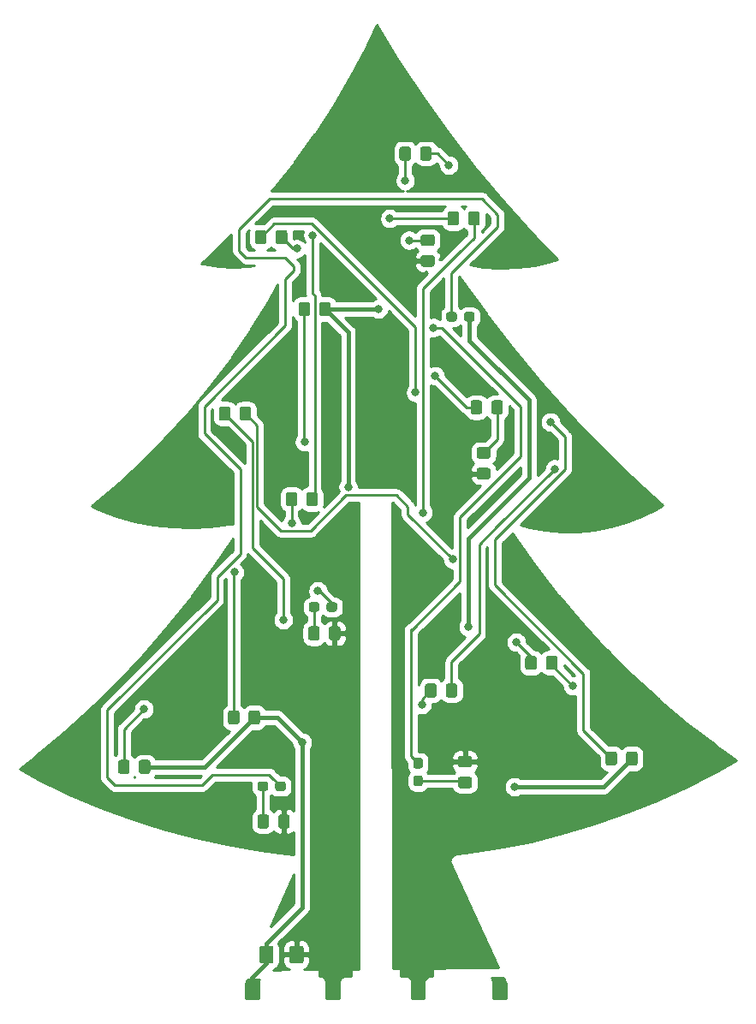
<source format=gbr>
%TF.GenerationSoftware,KiCad,Pcbnew,(5.1.6)-1*%
%TF.CreationDate,2021-10-27T13:00:29+02:00*%
%TF.ProjectId,_autosave-BaumOben,5f617574-6f73-4617-9665-2d4261756d4f,rev?*%
%TF.SameCoordinates,Original*%
%TF.FileFunction,Copper,L1,Top*%
%TF.FilePolarity,Positive*%
%FSLAX46Y46*%
G04 Gerber Fmt 4.6, Leading zero omitted, Abs format (unit mm)*
G04 Created by KiCad (PCBNEW (5.1.6)-1) date 2021-10-27 13:00:29*
%MOMM*%
%LPD*%
G01*
G04 APERTURE LIST*
%TA.AperFunction,ViaPad*%
%ADD10C,0.800000*%
%TD*%
%TA.AperFunction,Conductor*%
%ADD11C,0.400000*%
%TD*%
%TA.AperFunction,Conductor*%
%ADD12C,0.250000*%
%TD*%
%TA.AperFunction,Conductor*%
%ADD13C,0.254000*%
%TD*%
%TA.AperFunction,NonConductor*%
%ADD14C,0.254000*%
%TD*%
G04 APERTURE END LIST*
%TO.P,C1,2*%
%TO.N,GND*%
%TA.AperFunction,SMDPad,CuDef*%
G36*
G01*
X92099100Y-144541400D02*
X92099100Y-143291400D01*
G75*
G02*
X92349100Y-143041400I250000J0D01*
G01*
X93274100Y-143041400D01*
G75*
G02*
X93524100Y-143291400I0J-250000D01*
G01*
X93524100Y-144541400D01*
G75*
G02*
X93274100Y-144791400I-250000J0D01*
G01*
X92349100Y-144791400D01*
G75*
G02*
X92099100Y-144541400I0J250000D01*
G01*
G37*
%TD.AperFunction*%
%TO.P,C1,1*%
%TO.N,Takt_9V*%
%TA.AperFunction,SMDPad,CuDef*%
G36*
G01*
X89124100Y-144541400D02*
X89124100Y-143291400D01*
G75*
G02*
X89374100Y-143041400I250000J0D01*
G01*
X90299100Y-143041400D01*
G75*
G02*
X90549100Y-143291400I0J-250000D01*
G01*
X90549100Y-144541400D01*
G75*
G02*
X90299100Y-144791400I-250000J0D01*
G01*
X89374100Y-144791400D01*
G75*
G02*
X89124100Y-144541400I0J250000D01*
G01*
G37*
%TD.AperFunction*%
%TD*%
%TO.P,R10,2*%
%TO.N,GND*%
%TA.AperFunction,SMDPad,CuDef*%
G36*
G01*
X91001000Y-131196501D02*
X91001000Y-130296499D01*
G75*
G02*
X91250999Y-130046500I249999J0D01*
G01*
X91901001Y-130046500D01*
G75*
G02*
X92151000Y-130296499I0J-249999D01*
G01*
X92151000Y-131196501D01*
G75*
G02*
X91901001Y-131446500I-249999J0D01*
G01*
X91250999Y-131446500D01*
G75*
G02*
X91001000Y-131196501I0J249999D01*
G01*
G37*
%TD.AperFunction*%
%TO.P,R10,1*%
%TO.N,Net-(DB8-Pad1)*%
%TA.AperFunction,SMDPad,CuDef*%
G36*
G01*
X88951000Y-131196501D02*
X88951000Y-130296499D01*
G75*
G02*
X89200999Y-130046500I249999J0D01*
G01*
X89851001Y-130046500D01*
G75*
G02*
X90101000Y-130296499I0J-249999D01*
G01*
X90101000Y-131196501D01*
G75*
G02*
X89851001Y-131446500I-249999J0D01*
G01*
X89200999Y-131446500D01*
G75*
G02*
X88951000Y-131196501I0J249999D01*
G01*
G37*
%TD.AperFunction*%
%TD*%
%TO.P,R8,2*%
%TO.N,GND*%
%TA.AperFunction,SMDPad,CuDef*%
G36*
G01*
X109924001Y-125407000D02*
X109023999Y-125407000D01*
G75*
G02*
X108774000Y-125157001I0J249999D01*
G01*
X108774000Y-124506999D01*
G75*
G02*
X109023999Y-124257000I249999J0D01*
G01*
X109924001Y-124257000D01*
G75*
G02*
X110174000Y-124506999I0J-249999D01*
G01*
X110174000Y-125157001D01*
G75*
G02*
X109924001Y-125407000I-249999J0D01*
G01*
G37*
%TD.AperFunction*%
%TO.P,R8,1*%
%TO.N,Net-(DB4-Pad1)*%
%TA.AperFunction,SMDPad,CuDef*%
G36*
G01*
X109924001Y-127457000D02*
X109023999Y-127457000D01*
G75*
G02*
X108774000Y-127207001I0J249999D01*
G01*
X108774000Y-126556999D01*
G75*
G02*
X109023999Y-126307000I249999J0D01*
G01*
X109924001Y-126307000D01*
G75*
G02*
X110174000Y-126556999I0J-249999D01*
G01*
X110174000Y-127207001D01*
G75*
G02*
X109924001Y-127457000I-249999J0D01*
G01*
G37*
%TD.AperFunction*%
%TD*%
%TO.P,R7,2*%
%TO.N,GND*%
%TA.AperFunction,SMDPad,CuDef*%
G36*
G01*
X96017500Y-112591001D02*
X96017500Y-111690999D01*
G75*
G02*
X96267499Y-111441000I249999J0D01*
G01*
X96917501Y-111441000D01*
G75*
G02*
X97167500Y-111690999I0J-249999D01*
G01*
X97167500Y-112591001D01*
G75*
G02*
X96917501Y-112841000I-249999J0D01*
G01*
X96267499Y-112841000D01*
G75*
G02*
X96017500Y-112591001I0J249999D01*
G01*
G37*
%TD.AperFunction*%
%TO.P,R7,1*%
%TO.N,Net-(DB2-Pad1)*%
%TA.AperFunction,SMDPad,CuDef*%
G36*
G01*
X93967500Y-112591001D02*
X93967500Y-111690999D01*
G75*
G02*
X94217499Y-111441000I249999J0D01*
G01*
X94867501Y-111441000D01*
G75*
G02*
X95117500Y-111690999I0J-249999D01*
G01*
X95117500Y-112591001D01*
G75*
G02*
X94867501Y-112841000I-249999J0D01*
G01*
X94217499Y-112841000D01*
G75*
G02*
X93967500Y-112591001I0J249999D01*
G01*
G37*
%TD.AperFunction*%
%TD*%
%TO.P,R3,2*%
%TO.N,GND*%
%TA.AperFunction,SMDPad,CuDef*%
G36*
G01*
X105340999Y-74745000D02*
X106241001Y-74745000D01*
G75*
G02*
X106491000Y-74994999I0J-249999D01*
G01*
X106491000Y-75645001D01*
G75*
G02*
X106241001Y-75895000I-249999J0D01*
G01*
X105340999Y-75895000D01*
G75*
G02*
X105091000Y-75645001I0J249999D01*
G01*
X105091000Y-74994999D01*
G75*
G02*
X105340999Y-74745000I249999J0D01*
G01*
G37*
%TD.AperFunction*%
%TO.P,R3,1*%
%TO.N,Net-(DR4-Pad1)*%
%TA.AperFunction,SMDPad,CuDef*%
G36*
G01*
X105340999Y-72695000D02*
X106241001Y-72695000D01*
G75*
G02*
X106491000Y-72944999I0J-249999D01*
G01*
X106491000Y-73595001D01*
G75*
G02*
X106241001Y-73845000I-249999J0D01*
G01*
X105340999Y-73845000D01*
G75*
G02*
X105091000Y-73595001I0J249999D01*
G01*
X105091000Y-72944999D01*
G75*
G02*
X105340999Y-72695000I249999J0D01*
G01*
G37*
%TD.AperFunction*%
%TD*%
%TO.P,R1,2*%
%TO.N,GND*%
%TA.AperFunction,SMDPad,CuDef*%
G36*
G01*
X110865499Y-95772500D02*
X111765501Y-95772500D01*
G75*
G02*
X112015500Y-96022499I0J-249999D01*
G01*
X112015500Y-96672501D01*
G75*
G02*
X111765501Y-96922500I-249999J0D01*
G01*
X110865499Y-96922500D01*
G75*
G02*
X110615500Y-96672501I0J249999D01*
G01*
X110615500Y-96022499D01*
G75*
G02*
X110865499Y-95772500I249999J0D01*
G01*
G37*
%TD.AperFunction*%
%TO.P,R1,1*%
%TO.N,Net-(DY4-Pad1)*%
%TA.AperFunction,SMDPad,CuDef*%
G36*
G01*
X110865499Y-93722500D02*
X111765501Y-93722500D01*
G75*
G02*
X112015500Y-93972499I0J-249999D01*
G01*
X112015500Y-94622501D01*
G75*
G02*
X111765501Y-94872500I-249999J0D01*
G01*
X110865499Y-94872500D01*
G75*
G02*
X110615500Y-94622501I0J249999D01*
G01*
X110615500Y-93972499D01*
G75*
G02*
X110865499Y-93722500I249999J0D01*
G01*
G37*
%TD.AperFunction*%
%TD*%
%TO.P,DY8,2*%
%TO.N,Net-(DY7-Pad1)*%
%TA.AperFunction,SMDPad,CuDef*%
G36*
G01*
X93795000Y-99319501D02*
X93795000Y-98419499D01*
G75*
G02*
X94044999Y-98169500I249999J0D01*
G01*
X94695001Y-98169500D01*
G75*
G02*
X94945000Y-98419499I0J-249999D01*
G01*
X94945000Y-99319501D01*
G75*
G02*
X94695001Y-99569500I-249999J0D01*
G01*
X94044999Y-99569500D01*
G75*
G02*
X93795000Y-99319501I0J249999D01*
G01*
G37*
%TD.AperFunction*%
%TO.P,DY8,1*%
%TO.N,Net-(DY8-Pad1)*%
%TA.AperFunction,SMDPad,CuDef*%
G36*
G01*
X91745000Y-99319501D02*
X91745000Y-98419499D01*
G75*
G02*
X91994999Y-98169500I249999J0D01*
G01*
X92645001Y-98169500D01*
G75*
G02*
X92895000Y-98419499I0J-249999D01*
G01*
X92895000Y-99319501D01*
G75*
G02*
X92645001Y-99569500I-249999J0D01*
G01*
X91994999Y-99569500D01*
G75*
G02*
X91745000Y-99319501I0J249999D01*
G01*
G37*
%TD.AperFunction*%
%TD*%
%TO.P,DY6,2*%
%TO.N,Net-(DY5-Pad1)*%
%TA.AperFunction,SMDPad,CuDef*%
G36*
G01*
X109797000Y-71570001D02*
X109797000Y-70669999D01*
G75*
G02*
X110046999Y-70420000I249999J0D01*
G01*
X110697001Y-70420000D01*
G75*
G02*
X110947000Y-70669999I0J-249999D01*
G01*
X110947000Y-71570001D01*
G75*
G02*
X110697001Y-71820000I-249999J0D01*
G01*
X110046999Y-71820000D01*
G75*
G02*
X109797000Y-71570001I0J249999D01*
G01*
G37*
%TD.AperFunction*%
%TO.P,DY6,1*%
%TO.N,Net-(DY6-Pad1)*%
%TA.AperFunction,SMDPad,CuDef*%
G36*
G01*
X107747000Y-71570001D02*
X107747000Y-70669999D01*
G75*
G02*
X107996999Y-70420000I249999J0D01*
G01*
X108647001Y-70420000D01*
G75*
G02*
X108897000Y-70669999I0J-249999D01*
G01*
X108897000Y-71570001D01*
G75*
G02*
X108647001Y-71820000I-249999J0D01*
G01*
X107996999Y-71820000D01*
G75*
G02*
X107747000Y-71570001I0J249999D01*
G01*
G37*
%TD.AperFunction*%
%TD*%
%TO.P,DY4,2*%
%TO.N,Net-(DY3-Pad1)*%
%TA.AperFunction,SMDPad,CuDef*%
G36*
G01*
X111183000Y-89338999D02*
X111183000Y-90239001D01*
G75*
G02*
X110933001Y-90489000I-249999J0D01*
G01*
X110282999Y-90489000D01*
G75*
G02*
X110033000Y-90239001I0J249999D01*
G01*
X110033000Y-89338999D01*
G75*
G02*
X110282999Y-89089000I249999J0D01*
G01*
X110933001Y-89089000D01*
G75*
G02*
X111183000Y-89338999I0J-249999D01*
G01*
G37*
%TD.AperFunction*%
%TO.P,DY4,1*%
%TO.N,Net-(DY4-Pad1)*%
%TA.AperFunction,SMDPad,CuDef*%
G36*
G01*
X113233000Y-89338999D02*
X113233000Y-90239001D01*
G75*
G02*
X112983001Y-90489000I-249999J0D01*
G01*
X112332999Y-90489000D01*
G75*
G02*
X112083000Y-90239001I0J249999D01*
G01*
X112083000Y-89338999D01*
G75*
G02*
X112332999Y-89089000I249999J0D01*
G01*
X112983001Y-89089000D01*
G75*
G02*
X113233000Y-89338999I0J-249999D01*
G01*
G37*
%TD.AperFunction*%
%TD*%
%TO.P,DY1,2*%
%TO.N,Takt_9V*%
%TA.AperFunction,SMDPad,CuDef*%
G36*
G01*
X88080000Y-120909501D02*
X88080000Y-120009499D01*
G75*
G02*
X88329999Y-119759500I249999J0D01*
G01*
X88980001Y-119759500D01*
G75*
G02*
X89230000Y-120009499I0J-249999D01*
G01*
X89230000Y-120909501D01*
G75*
G02*
X88980001Y-121159500I-249999J0D01*
G01*
X88329999Y-121159500D01*
G75*
G02*
X88080000Y-120909501I0J249999D01*
G01*
G37*
%TD.AperFunction*%
%TO.P,DY1,1*%
%TO.N,Net-(DY1-Pad1)*%
%TA.AperFunction,SMDPad,CuDef*%
G36*
G01*
X86030000Y-120909501D02*
X86030000Y-120009499D01*
G75*
G02*
X86279999Y-119759500I249999J0D01*
G01*
X86930001Y-119759500D01*
G75*
G02*
X87180000Y-120009499I0J-249999D01*
G01*
X87180000Y-120909501D01*
G75*
G02*
X86930001Y-121159500I-249999J0D01*
G01*
X86279999Y-121159500D01*
G75*
G02*
X86030000Y-120909501I0J249999D01*
G01*
G37*
%TD.AperFunction*%
%TD*%
%TO.P,DR7,2*%
%TO.N,Net-(DR6-Pad1)*%
%TA.AperFunction,SMDPad,CuDef*%
G36*
G01*
X87191000Y-90874001D02*
X87191000Y-89973999D01*
G75*
G02*
X87440999Y-89724000I249999J0D01*
G01*
X88091001Y-89724000D01*
G75*
G02*
X88341000Y-89973999I0J-249999D01*
G01*
X88341000Y-90874001D01*
G75*
G02*
X88091001Y-91124000I-249999J0D01*
G01*
X87440999Y-91124000D01*
G75*
G02*
X87191000Y-90874001I0J249999D01*
G01*
G37*
%TD.AperFunction*%
%TO.P,DR7,1*%
%TO.N,Net-(DR7-Pad1)*%
%TA.AperFunction,SMDPad,CuDef*%
G36*
G01*
X85141000Y-90874001D02*
X85141000Y-89973999D01*
G75*
G02*
X85390999Y-89724000I249999J0D01*
G01*
X86041001Y-89724000D01*
G75*
G02*
X86291000Y-89973999I0J-249999D01*
G01*
X86291000Y-90874001D01*
G75*
G02*
X86041001Y-91124000I-249999J0D01*
G01*
X85390999Y-91124000D01*
G75*
G02*
X85141000Y-90874001I0J249999D01*
G01*
G37*
%TD.AperFunction*%
%TD*%
%TO.P,DR5,2*%
%TO.N,Takt_invertiert_9V*%
%TA.AperFunction,SMDPad,CuDef*%
G36*
G01*
X117480500Y-115512001D02*
X117480500Y-114611999D01*
G75*
G02*
X117730499Y-114362000I249999J0D01*
G01*
X118380501Y-114362000D01*
G75*
G02*
X118630500Y-114611999I0J-249999D01*
G01*
X118630500Y-115512001D01*
G75*
G02*
X118380501Y-115762000I-249999J0D01*
G01*
X117730499Y-115762000D01*
G75*
G02*
X117480500Y-115512001I0J249999D01*
G01*
G37*
%TD.AperFunction*%
%TO.P,DR5,1*%
%TO.N,Net-(DR5-Pad1)*%
%TA.AperFunction,SMDPad,CuDef*%
G36*
G01*
X115430500Y-115512001D02*
X115430500Y-114611999D01*
G75*
G02*
X115680499Y-114362000I249999J0D01*
G01*
X116330501Y-114362000D01*
G75*
G02*
X116580500Y-114611999I0J-249999D01*
G01*
X116580500Y-115512001D01*
G75*
G02*
X116330501Y-115762000I-249999J0D01*
G01*
X115680499Y-115762000D01*
G75*
G02*
X115430500Y-115512001I0J249999D01*
G01*
G37*
%TD.AperFunction*%
%TD*%
%TO.P,DR3,2*%
%TO.N,Net-(DR2-Pad1)*%
%TA.AperFunction,SMDPad,CuDef*%
G36*
G01*
X104134500Y-64256499D02*
X104134500Y-65156501D01*
G75*
G02*
X103884501Y-65406500I-249999J0D01*
G01*
X103234499Y-65406500D01*
G75*
G02*
X102984500Y-65156501I0J249999D01*
G01*
X102984500Y-64256499D01*
G75*
G02*
X103234499Y-64006500I249999J0D01*
G01*
X103884501Y-64006500D01*
G75*
G02*
X104134500Y-64256499I0J-249999D01*
G01*
G37*
%TD.AperFunction*%
%TO.P,DR3,1*%
%TO.N,Net-(DR3-Pad1)*%
%TA.AperFunction,SMDPad,CuDef*%
G36*
G01*
X106184500Y-64256499D02*
X106184500Y-65156501D01*
G75*
G02*
X105934501Y-65406500I-249999J0D01*
G01*
X105284499Y-65406500D01*
G75*
G02*
X105034500Y-65156501I0J249999D01*
G01*
X105034500Y-64256499D01*
G75*
G02*
X105284499Y-64006500I249999J0D01*
G01*
X105934501Y-64006500D01*
G75*
G02*
X106184500Y-64256499I0J-249999D01*
G01*
G37*
%TD.AperFunction*%
%TD*%
%TO.P,DR1,2*%
%TO.N,Takt_9V*%
%TA.AperFunction,SMDPad,CuDef*%
G36*
G01*
X77221500Y-125799001D02*
X77221500Y-124898999D01*
G75*
G02*
X77471499Y-124649000I249999J0D01*
G01*
X78121501Y-124649000D01*
G75*
G02*
X78371500Y-124898999I0J-249999D01*
G01*
X78371500Y-125799001D01*
G75*
G02*
X78121501Y-126049000I-249999J0D01*
G01*
X77471499Y-126049000D01*
G75*
G02*
X77221500Y-125799001I0J249999D01*
G01*
G37*
%TD.AperFunction*%
%TO.P,DR1,1*%
%TO.N,Net-(DR1-Pad1)*%
%TA.AperFunction,SMDPad,CuDef*%
G36*
G01*
X75171500Y-125799001D02*
X75171500Y-124898999D01*
G75*
G02*
X75421499Y-124649000I249999J0D01*
G01*
X76071501Y-124649000D01*
G75*
G02*
X76321500Y-124898999I0J-249999D01*
G01*
X76321500Y-125799001D01*
G75*
G02*
X76071501Y-126049000I-249999J0D01*
G01*
X75421499Y-126049000D01*
G75*
G02*
X75171500Y-125799001I0J249999D01*
G01*
G37*
%TD.AperFunction*%
%TD*%
%TO.P,DG7,2*%
%TO.N,Net-(DG6-Pad1)*%
%TA.AperFunction,SMDPad,CuDef*%
G36*
G01*
X89856000Y-72511499D02*
X89856000Y-73411501D01*
G75*
G02*
X89606001Y-73661500I-249999J0D01*
G01*
X88955999Y-73661500D01*
G75*
G02*
X88706000Y-73411501I0J249999D01*
G01*
X88706000Y-72511499D01*
G75*
G02*
X88955999Y-72261500I249999J0D01*
G01*
X89606001Y-72261500D01*
G75*
G02*
X89856000Y-72511499I0J-249999D01*
G01*
G37*
%TD.AperFunction*%
%TO.P,DG7,1*%
%TO.N,Net-(DG7-Pad1)*%
%TA.AperFunction,SMDPad,CuDef*%
G36*
G01*
X91906000Y-72511499D02*
X91906000Y-73411501D01*
G75*
G02*
X91656001Y-73661500I-249999J0D01*
G01*
X91005999Y-73661500D01*
G75*
G02*
X90756000Y-73411501I0J249999D01*
G01*
X90756000Y-72511499D01*
G75*
G02*
X91005999Y-72261500I249999J0D01*
G01*
X91656001Y-72261500D01*
G75*
G02*
X91906000Y-72511499I0J-249999D01*
G01*
G37*
%TD.AperFunction*%
%TD*%
%TO.P,DG5,2*%
%TO.N,Takt_invertiert_9V*%
%TA.AperFunction,SMDPad,CuDef*%
G36*
G01*
X125418000Y-124973501D02*
X125418000Y-124073499D01*
G75*
G02*
X125667999Y-123823500I249999J0D01*
G01*
X126318001Y-123823500D01*
G75*
G02*
X126568000Y-124073499I0J-249999D01*
G01*
X126568000Y-124973501D01*
G75*
G02*
X126318001Y-125223500I-249999J0D01*
G01*
X125667999Y-125223500D01*
G75*
G02*
X125418000Y-124973501I0J249999D01*
G01*
G37*
%TD.AperFunction*%
%TO.P,DG5,1*%
%TO.N,Net-(DG5-Pad1)*%
%TA.AperFunction,SMDPad,CuDef*%
G36*
G01*
X123368000Y-124973501D02*
X123368000Y-124073499D01*
G75*
G02*
X123617999Y-123823500I249999J0D01*
G01*
X124268001Y-123823500D01*
G75*
G02*
X124518000Y-124073499I0J-249999D01*
G01*
X124518000Y-124973501D01*
G75*
G02*
X124268001Y-125223500I-249999J0D01*
G01*
X123617999Y-125223500D01*
G75*
G02*
X123368000Y-124973501I0J249999D01*
G01*
G37*
%TD.AperFunction*%
%TD*%
%TO.P,DG3,2*%
%TO.N,Net-(DG2-Pad1)*%
%TA.AperFunction,SMDPad,CuDef*%
G36*
G01*
X107574500Y-118242501D02*
X107574500Y-117342499D01*
G75*
G02*
X107824499Y-117092500I249999J0D01*
G01*
X108474501Y-117092500D01*
G75*
G02*
X108724500Y-117342499I0J-249999D01*
G01*
X108724500Y-118242501D01*
G75*
G02*
X108474501Y-118492500I-249999J0D01*
G01*
X107824499Y-118492500D01*
G75*
G02*
X107574500Y-118242501I0J249999D01*
G01*
G37*
%TD.AperFunction*%
%TO.P,DG3,1*%
%TO.N,Net-(DG3-Pad1)*%
%TA.AperFunction,SMDPad,CuDef*%
G36*
G01*
X105524500Y-118242501D02*
X105524500Y-117342499D01*
G75*
G02*
X105774499Y-117092500I249999J0D01*
G01*
X106424501Y-117092500D01*
G75*
G02*
X106674500Y-117342499I0J-249999D01*
G01*
X106674500Y-118242501D01*
G75*
G02*
X106424501Y-118492500I-249999J0D01*
G01*
X105774499Y-118492500D01*
G75*
G02*
X105524500Y-118242501I0J249999D01*
G01*
G37*
%TD.AperFunction*%
%TD*%
%TO.P,DG1,2*%
%TO.N,Takt_9V*%
%TA.AperFunction,SMDPad,CuDef*%
G36*
G01*
X95065000Y-80523501D02*
X95065000Y-79623499D01*
G75*
G02*
X95314999Y-79373500I249999J0D01*
G01*
X95965001Y-79373500D01*
G75*
G02*
X96215000Y-79623499I0J-249999D01*
G01*
X96215000Y-80523501D01*
G75*
G02*
X95965001Y-80773500I-249999J0D01*
G01*
X95314999Y-80773500D01*
G75*
G02*
X95065000Y-80523501I0J249999D01*
G01*
G37*
%TD.AperFunction*%
%TO.P,DG1,1*%
%TO.N,Net-(DG1-Pad1)*%
%TA.AperFunction,SMDPad,CuDef*%
G36*
G01*
X93015000Y-80523501D02*
X93015000Y-79623499D01*
G75*
G02*
X93264999Y-79373500I249999J0D01*
G01*
X93915001Y-79373500D01*
G75*
G02*
X94165000Y-79623499I0J-249999D01*
G01*
X94165000Y-80523501D01*
G75*
G02*
X93915001Y-80773500I-249999J0D01*
G01*
X93264999Y-80773500D01*
G75*
G02*
X93015000Y-80523501I0J249999D01*
G01*
G37*
%TD.AperFunction*%
%TD*%
%TO.P,DB8,2*%
%TO.N,Net-(DB7-Pad1)*%
%TA.AperFunction,SMDPad,CuDef*%
G36*
G01*
X90710500Y-127491500D02*
X90710500Y-127016500D01*
G75*
G02*
X90948000Y-126779000I237500J0D01*
G01*
X91523000Y-126779000D01*
G75*
G02*
X91760500Y-127016500I0J-237500D01*
G01*
X91760500Y-127491500D01*
G75*
G02*
X91523000Y-127729000I-237500J0D01*
G01*
X90948000Y-127729000D01*
G75*
G02*
X90710500Y-127491500I0J237500D01*
G01*
G37*
%TD.AperFunction*%
%TO.P,DB8,1*%
%TO.N,Net-(DB8-Pad1)*%
%TA.AperFunction,SMDPad,CuDef*%
G36*
G01*
X88960500Y-127491500D02*
X88960500Y-127016500D01*
G75*
G02*
X89198000Y-126779000I237500J0D01*
G01*
X89773000Y-126779000D01*
G75*
G02*
X90010500Y-127016500I0J-237500D01*
G01*
X90010500Y-127491500D01*
G75*
G02*
X89773000Y-127729000I-237500J0D01*
G01*
X89198000Y-127729000D01*
G75*
G02*
X88960500Y-127491500I0J237500D01*
G01*
G37*
%TD.AperFunction*%
%TD*%
%TO.P,DB7,2*%
%TO.N,Takt_invertiert_9V*%
%TA.AperFunction,SMDPad,CuDef*%
G36*
G01*
X109379500Y-81073000D02*
X109379500Y-80598000D01*
G75*
G02*
X109617000Y-80360500I237500J0D01*
G01*
X110192000Y-80360500D01*
G75*
G02*
X110429500Y-80598000I0J-237500D01*
G01*
X110429500Y-81073000D01*
G75*
G02*
X110192000Y-81310500I-237500J0D01*
G01*
X109617000Y-81310500D01*
G75*
G02*
X109379500Y-81073000I0J237500D01*
G01*
G37*
%TD.AperFunction*%
%TO.P,DB7,1*%
%TO.N,Net-(DB7-Pad1)*%
%TA.AperFunction,SMDPad,CuDef*%
G36*
G01*
X107629500Y-81073000D02*
X107629500Y-80598000D01*
G75*
G02*
X107867000Y-80360500I237500J0D01*
G01*
X108442000Y-80360500D01*
G75*
G02*
X108679500Y-80598000I0J-237500D01*
G01*
X108679500Y-81073000D01*
G75*
G02*
X108442000Y-81310500I-237500J0D01*
G01*
X107867000Y-81310500D01*
G75*
G02*
X107629500Y-81073000I0J237500D01*
G01*
G37*
%TD.AperFunction*%
%TD*%
%TO.P,DB4,2*%
%TO.N,Net-(DB3-Pad1)*%
%TA.AperFunction,SMDPad,CuDef*%
G36*
G01*
X105076000Y-125507000D02*
X104601000Y-125507000D01*
G75*
G02*
X104363500Y-125269500I0J237500D01*
G01*
X104363500Y-124694500D01*
G75*
G02*
X104601000Y-124457000I237500J0D01*
G01*
X105076000Y-124457000D01*
G75*
G02*
X105313500Y-124694500I0J-237500D01*
G01*
X105313500Y-125269500D01*
G75*
G02*
X105076000Y-125507000I-237500J0D01*
G01*
G37*
%TD.AperFunction*%
%TO.P,DB4,1*%
%TO.N,Net-(DB4-Pad1)*%
%TA.AperFunction,SMDPad,CuDef*%
G36*
G01*
X105076000Y-127257000D02*
X104601000Y-127257000D01*
G75*
G02*
X104363500Y-127019500I0J237500D01*
G01*
X104363500Y-126444500D01*
G75*
G02*
X104601000Y-126207000I237500J0D01*
G01*
X105076000Y-126207000D01*
G75*
G02*
X105313500Y-126444500I0J-237500D01*
G01*
X105313500Y-127019500D01*
G75*
G02*
X105076000Y-127257000I-237500J0D01*
G01*
G37*
%TD.AperFunction*%
%TD*%
%TO.P,DB2,2*%
%TO.N,Net-(DB1-Pad1)*%
%TA.AperFunction,SMDPad,CuDef*%
G36*
G01*
X95790500Y-109775000D02*
X95790500Y-109300000D01*
G75*
G02*
X96028000Y-109062500I237500J0D01*
G01*
X96603000Y-109062500D01*
G75*
G02*
X96840500Y-109300000I0J-237500D01*
G01*
X96840500Y-109775000D01*
G75*
G02*
X96603000Y-110012500I-237500J0D01*
G01*
X96028000Y-110012500D01*
G75*
G02*
X95790500Y-109775000I0J237500D01*
G01*
G37*
%TD.AperFunction*%
%TO.P,DB2,1*%
%TO.N,Net-(DB2-Pad1)*%
%TA.AperFunction,SMDPad,CuDef*%
G36*
G01*
X94040500Y-109775000D02*
X94040500Y-109300000D01*
G75*
G02*
X94278000Y-109062500I237500J0D01*
G01*
X94853000Y-109062500D01*
G75*
G02*
X95090500Y-109300000I0J-237500D01*
G01*
X95090500Y-109775000D01*
G75*
G02*
X94853000Y-110012500I-237500J0D01*
G01*
X94278000Y-110012500D01*
G75*
G02*
X94040500Y-109775000I0J237500D01*
G01*
G37*
%TD.AperFunction*%
%TD*%
D10*
%TO.N,Takt_9V*%
X97917000Y-97663000D03*
X93376750Y-122904250D03*
X100901500Y-80073500D03*
X88417400Y-147523200D03*
%TO.N,Net-(DB1-Pad1)*%
X94932500Y-107950000D03*
%TO.N,Net-(DB3-Pad1)*%
X106362500Y-81915000D03*
%TO.N,Takt_invertiert_9V*%
X120142000Y-117348000D03*
X114363500Y-127317500D03*
X109791500Y-111506000D03*
X112903000Y-147523200D03*
%TO.N,Net-(DG1-Pad1)*%
X93599000Y-93218000D03*
%TO.N,Net-(DG2-Pad1)*%
X118364000Y-95885000D03*
%TO.N,Net-(DG3-Pad1)*%
X105219500Y-119189500D03*
%TO.N,Net-(DG5-Pad1)*%
X117919500Y-91249500D03*
%TO.N,Net-(DG6-Pad1)*%
X104584500Y-88328500D03*
%TO.N,Net-(DG7-Pad1)*%
X92837000Y-74104500D03*
%TO.N,Net-(DR1-Pad1)*%
X77724000Y-119634000D03*
%TO.N,Net-(DR2-Pad1)*%
X103568500Y-67373500D03*
%TO.N,Net-(DR3-Pad1)*%
X107886500Y-65849500D03*
%TO.N,Net-(DR4-Pad1)*%
X103949500Y-73279000D03*
%TO.N,Net-(DR5-Pad1)*%
X114554000Y-113030000D03*
%TO.N,Net-(DR6-Pad1)*%
X108267500Y-104838500D03*
%TO.N,Net-(DR7-Pad1)*%
X91503500Y-110807500D03*
%TO.N,Net-(DY1-Pad1)*%
X86677500Y-106108500D03*
%TO.N,Net-(DY3-Pad1)*%
X106489500Y-86677500D03*
%TO.N,Net-(DY5-Pad1)*%
X105346500Y-100203000D03*
%TO.N,Net-(DY6-Pad1)*%
X102044500Y-71120000D03*
%TO.N,Net-(DY7-Pad1)*%
X94424500Y-72771000D03*
%TO.N,Net-(DY8-Pad1)*%
X92329000Y-101282500D03*
%TO.N,GND*%
X94805500Y-105664000D03*
X104013000Y-105600500D03*
X107696000Y-92202000D03*
X101600000Y-75438000D03*
X82804000Y-129667000D03*
X104902000Y-147726400D03*
X96367600Y-147624800D03*
%TD*%
D11*
%TO.N,Takt_9V*%
X90932000Y-120459500D02*
X93376750Y-122904250D01*
X88655000Y-120459500D02*
X90932000Y-120459500D01*
X93376750Y-139223750D02*
X89789000Y-142811500D01*
X93376750Y-122904250D02*
X93376750Y-139223750D01*
X83765500Y-125349000D02*
X88655000Y-120459500D01*
X77796500Y-125349000D02*
X83765500Y-125349000D01*
X97917000Y-82350500D02*
X95640000Y-80073500D01*
X97917000Y-97663000D02*
X97917000Y-82350500D01*
X95640000Y-80073500D02*
X100901500Y-80073500D01*
X89789000Y-143868800D02*
X89836600Y-143916400D01*
X89789000Y-142811500D02*
X89789000Y-143868800D01*
X89836600Y-143916400D02*
X89836600Y-144757800D01*
X88417400Y-146177000D02*
X88417400Y-147523200D01*
X89836600Y-144757800D02*
X88417400Y-146177000D01*
D12*
%TO.N,Net-(DB1-Pad1)*%
X96315500Y-109537500D02*
X96315500Y-109206000D01*
X96315500Y-109206000D02*
X95059500Y-107950000D01*
X95059500Y-107950000D02*
X94932500Y-107950000D01*
%TO.N,Net-(DB2-Pad1)*%
X94565500Y-112118000D02*
X94542500Y-112141000D01*
X94565500Y-109537500D02*
X94565500Y-112118000D01*
%TO.N,Net-(DB3-Pad1)*%
X106372190Y-81915000D02*
X106362500Y-81915000D01*
X107188000Y-81915000D02*
X106362500Y-81915000D01*
X114998500Y-89725500D02*
X107188000Y-81915000D01*
X104838500Y-124982000D02*
X104140000Y-124283500D01*
X108992501Y-100620999D02*
X114998500Y-94615000D01*
X108992501Y-107034499D02*
X108992501Y-100620999D01*
X104140000Y-111887000D02*
X108992501Y-107034499D01*
X104140000Y-124283500D02*
X104140000Y-111887000D01*
X104140000Y-111887000D02*
X104140000Y-111760000D01*
X114998500Y-94615000D02*
X114998500Y-89725500D01*
%TO.N,Net-(DB4-Pad1)*%
X109324000Y-126732000D02*
X109474000Y-126882000D01*
X104838500Y-126732000D02*
X109324000Y-126732000D01*
%TO.N,Takt_invertiert_9V*%
X118055500Y-115261500D02*
X118055500Y-115062000D01*
X120142000Y-117348000D02*
X118055500Y-115261500D01*
D11*
X125993000Y-124523500D02*
X123199000Y-127317500D01*
X123199000Y-127317500D02*
X114363500Y-127317500D01*
X109791500Y-102806500D02*
X115824000Y-96774000D01*
X109791500Y-111506000D02*
X109791500Y-102806500D01*
X115824000Y-96774000D02*
X115824000Y-89090500D01*
X115824000Y-89090500D02*
X109904500Y-83171000D01*
X109904500Y-83171000D02*
X109904500Y-80835500D01*
D12*
%TO.N,Net-(DB7-Pad1)*%
X108154500Y-76503500D02*
X108154500Y-80835500D01*
X111125000Y-69151500D02*
X112712500Y-70739000D01*
X90170000Y-69151500D02*
X111125000Y-69151500D01*
X112712500Y-70739000D02*
X112712500Y-71945500D01*
X84963000Y-106553000D02*
X87249000Y-104267000D01*
X74104500Y-119697500D02*
X84963000Y-108839000D01*
X84518500Y-126111000D02*
X83502500Y-127127000D01*
X74104500Y-126428500D02*
X74104500Y-119697500D01*
X87820500Y-74993500D02*
X87122000Y-74295000D01*
X74803000Y-127127000D02*
X74104500Y-126428500D01*
X112712500Y-71945500D02*
X108154500Y-76503500D01*
X92519500Y-76263500D02*
X92519500Y-75819000D01*
X83502500Y-127127000D02*
X74803000Y-127127000D01*
X90435490Y-126453990D02*
X90435490Y-126439990D01*
X91235500Y-127254000D02*
X90435490Y-126453990D01*
X90106500Y-126111000D02*
X84518500Y-126111000D01*
X87249000Y-104267000D02*
X87249000Y-95948500D01*
X87249000Y-95948500D02*
X83693000Y-92392500D01*
X84963000Y-108839000D02*
X84963000Y-106553000D01*
X91694000Y-74993500D02*
X87820500Y-74993500D01*
X83693000Y-92392500D02*
X83693000Y-89725500D01*
X91694000Y-77089000D02*
X92519500Y-76263500D01*
X83693000Y-89725500D02*
X91694000Y-81724500D01*
X91694000Y-81724500D02*
X91694000Y-77089000D01*
X87122000Y-74295000D02*
X87122000Y-72199500D01*
X92519500Y-75819000D02*
X91694000Y-74993500D01*
X90435490Y-126439990D02*
X90106500Y-126111000D01*
X87122000Y-72199500D02*
X90170000Y-69151500D01*
%TO.N,Net-(DB8-Pad1)*%
X89526000Y-127294500D02*
X89485500Y-127254000D01*
X89526000Y-130746500D02*
X89526000Y-127294500D01*
%TO.N,Net-(DG1-Pad1)*%
X93590000Y-92465000D02*
X93590000Y-80073500D01*
X93590000Y-92465000D02*
X93590000Y-93209000D01*
X93590000Y-93209000D02*
X93599000Y-93218000D01*
%TO.N,Net-(DG2-Pad1)*%
X108149500Y-117792500D02*
X108149500Y-114926000D01*
X112712500Y-101536500D02*
X118364000Y-95885000D01*
X108149500Y-114926000D02*
X110871000Y-112204500D01*
X110871000Y-103378000D02*
X112712500Y-101536500D01*
X110871000Y-112204500D02*
X110871000Y-103378000D01*
%TO.N,Net-(DG3-Pad1)*%
X105219500Y-118672500D02*
X106099500Y-117792500D01*
X105219500Y-119189500D02*
X105219500Y-118672500D01*
%TO.N,Net-(DG5-Pad1)*%
X123943000Y-124523500D02*
X121186025Y-121766525D01*
X121186025Y-121766525D02*
X121186025Y-116106025D01*
X112458500Y-102863502D02*
X119380000Y-95942002D01*
X121186025Y-116106025D02*
X112458500Y-107378500D01*
X112458500Y-107378500D02*
X112458500Y-102863502D01*
X119380000Y-92710000D02*
X119380000Y-94043500D01*
X117919500Y-91249500D02*
X119380000Y-92710000D01*
X119380000Y-95942002D02*
X119380000Y-94043500D01*
X119380000Y-94043500D02*
X119380000Y-93726000D01*
%TO.N,Net-(DG6-Pad1)*%
X104584500Y-81857998D02*
X104584500Y-88328500D01*
X94772501Y-72045999D02*
X104584500Y-81857998D01*
X89281000Y-72961500D02*
X90614500Y-71628000D01*
X94354502Y-71628000D02*
X94772501Y-72045999D01*
X90614500Y-71628000D02*
X94354502Y-71628000D01*
%TO.N,Net-(DG7-Pad1)*%
X92474000Y-74104500D02*
X91331000Y-72961500D01*
X92837000Y-74104500D02*
X92474000Y-74104500D01*
%TO.N,Net-(DR1-Pad1)*%
X75746500Y-125349000D02*
X75746500Y-121611500D01*
X75746500Y-121611500D02*
X77724000Y-119634000D01*
%TO.N,Net-(DR2-Pad1)*%
X103568500Y-64715500D02*
X103559500Y-64706500D01*
X103568500Y-67373500D02*
X103568500Y-64715500D01*
%TO.N,Net-(DR3-Pad1)*%
X105609500Y-64706500D02*
X106743500Y-64706500D01*
X106743500Y-64706500D02*
X107886500Y-65849500D01*
%TO.N,Net-(DR4-Pad1)*%
X105782000Y-73279000D02*
X105791000Y-73270000D01*
X103949500Y-73279000D02*
X105782000Y-73279000D01*
%TO.N,Net-(DR5-Pad1)*%
X116005500Y-114481500D02*
X116005500Y-115062000D01*
X114554000Y-113030000D02*
X116005500Y-114481500D01*
%TO.N,Net-(DR6-Pad1)*%
X88905510Y-91563510D02*
X87766000Y-90424000D01*
X94207499Y-102007501D02*
X91276001Y-102007501D01*
X103835200Y-100406200D02*
X103835200Y-99618800D01*
X88905510Y-99637010D02*
X88905510Y-91563510D01*
X97726500Y-98488500D02*
X94207499Y-102007501D01*
X103835200Y-99618800D02*
X102704900Y-98488500D01*
X91276001Y-102007501D02*
X88905510Y-99637010D01*
X108267500Y-104838500D02*
X103835200Y-100406200D01*
X102704900Y-98488500D02*
X97726500Y-98488500D01*
%TO.N,Net-(DR7-Pad1)*%
X91503500Y-106743620D02*
X88455500Y-103695620D01*
X91503500Y-110807500D02*
X91503500Y-106743620D01*
X88455500Y-93163500D02*
X85716000Y-90424000D01*
X88455500Y-103695620D02*
X88455500Y-93163500D01*
%TO.N,Net-(DY1-Pad1)*%
X86605000Y-120459500D02*
X86605000Y-106181000D01*
X86605000Y-106181000D02*
X86677500Y-106108500D01*
%TO.N,Net-(DY3-Pad1)*%
X109601000Y-89789000D02*
X110608000Y-89789000D01*
X106489500Y-86677500D02*
X109601000Y-89789000D01*
%TO.N,Net-(DY4-Pad1)*%
X112658000Y-92955000D02*
X111315500Y-94297500D01*
X112658000Y-89789000D02*
X112658000Y-92955000D01*
%TO.N,Net-(DY5-Pad1)*%
X110372000Y-71120000D02*
X110372000Y-73016000D01*
X110372000Y-73016000D02*
X108913478Y-74474522D01*
X108913478Y-74474522D02*
X105346500Y-78041500D01*
X105346500Y-78041500D02*
X105346500Y-100203000D01*
%TO.N,Net-(DY6-Pad1)*%
X102044500Y-71120000D02*
X108322000Y-71120000D01*
%TO.N,Net-(DY7-Pad1)*%
X94370000Y-72825500D02*
X94424500Y-72771000D01*
X94424500Y-72771000D02*
X94424500Y-78549500D01*
X94424500Y-78549500D02*
X94615000Y-78740000D01*
X94615000Y-98624500D02*
X94370000Y-98869500D01*
X94615000Y-78740000D02*
X94615000Y-98624500D01*
%TO.N,Net-(DY8-Pad1)*%
X92329000Y-98878500D02*
X92320000Y-98869500D01*
X92329000Y-101282500D02*
X92329000Y-98878500D01*
%TO.N,GND*%
X111315500Y-96347500D02*
X111297500Y-96347500D01*
%TD*%
D13*
%TO.N,GND*%
G36*
X106264270Y-146025000D02*
G01*
X106132419Y-146025000D01*
X106100000Y-146021807D01*
X106067581Y-146025000D01*
X105970617Y-146034550D01*
X105846207Y-146072290D01*
X105731550Y-146133575D01*
X105631052Y-146216052D01*
X105548575Y-146316550D01*
X105487290Y-146431207D01*
X105449550Y-146555617D01*
X105436807Y-146685000D01*
X105440000Y-146717420D01*
X105440001Y-148234800D01*
X104260000Y-148234800D01*
X104260000Y-146717419D01*
X104263193Y-146685000D01*
X104250450Y-146555617D01*
X104212710Y-146431207D01*
X104151425Y-146316550D01*
X104068948Y-146216052D01*
X103968450Y-146133575D01*
X103853793Y-146072290D01*
X103729383Y-146034550D01*
X103632419Y-146025000D01*
X103600000Y-146021807D01*
X103567581Y-146025000D01*
X103152771Y-146025000D01*
X103155313Y-145288000D01*
X106266812Y-145288000D01*
X106264270Y-146025000D01*
G37*
X106264270Y-146025000D02*
X106132419Y-146025000D01*
X106100000Y-146021807D01*
X106067581Y-146025000D01*
X105970617Y-146034550D01*
X105846207Y-146072290D01*
X105731550Y-146133575D01*
X105631052Y-146216052D01*
X105548575Y-146316550D01*
X105487290Y-146431207D01*
X105449550Y-146555617D01*
X105436807Y-146685000D01*
X105440000Y-146717420D01*
X105440001Y-148234800D01*
X104260000Y-148234800D01*
X104260000Y-146717419D01*
X104263193Y-146685000D01*
X104250450Y-146555617D01*
X104212710Y-146431207D01*
X104151425Y-146316550D01*
X104068948Y-146216052D01*
X103968450Y-146133575D01*
X103853793Y-146072290D01*
X103729383Y-146034550D01*
X103632419Y-146025000D01*
X103600000Y-146021807D01*
X103567581Y-146025000D01*
X103152771Y-146025000D01*
X103155313Y-145288000D01*
X106266812Y-145288000D01*
X106264270Y-146025000D01*
G36*
X98240375Y-146025000D02*
G01*
X97732419Y-146025000D01*
X97700000Y-146021807D01*
X97667581Y-146025000D01*
X97570617Y-146034550D01*
X97446207Y-146072290D01*
X97331550Y-146133575D01*
X97231052Y-146216052D01*
X97148575Y-146316550D01*
X97087290Y-146431207D01*
X97049550Y-146555617D01*
X97036807Y-146685000D01*
X97040001Y-146717429D01*
X97040000Y-148234800D01*
X95760000Y-148234800D01*
X95760000Y-146717419D01*
X95763193Y-146685000D01*
X95750450Y-146555617D01*
X95712710Y-146431207D01*
X95651425Y-146316550D01*
X95568948Y-146216052D01*
X95468450Y-146133575D01*
X95353793Y-146072290D01*
X95229383Y-146034550D01*
X95132419Y-146025000D01*
X95100000Y-146021807D01*
X95067581Y-146025000D01*
X95065381Y-146025000D01*
X95060367Y-145288000D01*
X98235361Y-145288000D01*
X98240375Y-146025000D01*
G37*
X98240375Y-146025000D02*
X97732419Y-146025000D01*
X97700000Y-146021807D01*
X97667581Y-146025000D01*
X97570617Y-146034550D01*
X97446207Y-146072290D01*
X97331550Y-146133575D01*
X97231052Y-146216052D01*
X97148575Y-146316550D01*
X97087290Y-146431207D01*
X97049550Y-146555617D01*
X97036807Y-146685000D01*
X97040001Y-146717429D01*
X97040000Y-148234800D01*
X95760000Y-148234800D01*
X95760000Y-146717419D01*
X95763193Y-146685000D01*
X95750450Y-146555617D01*
X95712710Y-146431207D01*
X95651425Y-146316550D01*
X95568948Y-146216052D01*
X95468450Y-146133575D01*
X95353793Y-146072290D01*
X95229383Y-146034550D01*
X95132419Y-146025000D01*
X95100000Y-146021807D01*
X95067581Y-146025000D01*
X95065381Y-146025000D01*
X95060367Y-145288000D01*
X98235361Y-145288000D01*
X98240375Y-146025000D01*
%TO.N,Takt_9V*%
G36*
X89087290Y-146431207D02*
G01*
X89049550Y-146555617D01*
X89036807Y-146685000D01*
X89040001Y-146717429D01*
X89040000Y-148234800D01*
X87760000Y-148234800D01*
X87760000Y-146824031D01*
X87961272Y-146367500D01*
X89121342Y-146367500D01*
X89087290Y-146431207D01*
G37*
X89087290Y-146431207D02*
X89049550Y-146555617D01*
X89036807Y-146685000D01*
X89040001Y-146717429D01*
X89040000Y-148234800D01*
X87760000Y-148234800D01*
X87760000Y-146824031D01*
X87961272Y-146367500D01*
X89121342Y-146367500D01*
X89087290Y-146431207D01*
%TO.N,Takt_invertiert_9V*%
G36*
X113540000Y-146829561D02*
G01*
X113540001Y-148234800D01*
X112260000Y-148234800D01*
X112260000Y-146717419D01*
X112263193Y-146685000D01*
X112250450Y-146555617D01*
X112212710Y-146431207D01*
X112151425Y-146316550D01*
X112089012Y-146240500D01*
X113268954Y-146240500D01*
X113540000Y-146829561D01*
G37*
X113540000Y-146829561D02*
X113540001Y-148234800D01*
X112260000Y-148234800D01*
X112260000Y-146717419D01*
X112263193Y-146685000D01*
X112250450Y-146555617D01*
X112212710Y-146431207D01*
X112151425Y-146316550D01*
X112089012Y-146240500D01*
X113268954Y-146240500D01*
X113540000Y-146829561D01*
%TO.N,GND*%
G36*
X99006407Y-99314000D02*
G01*
X99009601Y-99346430D01*
X99009600Y-145293930D01*
X93825521Y-145350305D01*
X93878594Y-145321937D01*
X93975285Y-145242585D01*
X94054637Y-145145894D01*
X94113602Y-145035580D01*
X94149912Y-144915882D01*
X94162172Y-144791400D01*
X94159100Y-144202150D01*
X94000350Y-144043400D01*
X92938600Y-144043400D01*
X92938600Y-144063400D01*
X92684600Y-144063400D01*
X92684600Y-144043400D01*
X91622850Y-144043400D01*
X91464100Y-144202150D01*
X91461028Y-144791400D01*
X91473288Y-144915882D01*
X91509598Y-145035580D01*
X91568563Y-145145894D01*
X91647915Y-145242585D01*
X91744606Y-145321937D01*
X91838112Y-145371918D01*
X90560014Y-145385817D01*
X90638950Y-145361872D01*
X90792486Y-145279805D01*
X90927062Y-145169362D01*
X91037505Y-145034786D01*
X91119572Y-144881250D01*
X91170108Y-144714654D01*
X91187172Y-144541400D01*
X91187172Y-143291400D01*
X91170108Y-143118146D01*
X91146828Y-143041400D01*
X91461028Y-143041400D01*
X91464100Y-143630650D01*
X91622850Y-143789400D01*
X92684600Y-143789400D01*
X92684600Y-142565150D01*
X92938600Y-142565150D01*
X92938600Y-143789400D01*
X94000350Y-143789400D01*
X94159100Y-143630650D01*
X94162172Y-143041400D01*
X94149912Y-142916918D01*
X94113602Y-142797220D01*
X94054637Y-142686906D01*
X93975285Y-142590215D01*
X93878594Y-142510863D01*
X93768280Y-142451898D01*
X93648582Y-142415588D01*
X93524100Y-142403328D01*
X93097350Y-142406400D01*
X92938600Y-142565150D01*
X92684600Y-142565150D01*
X92525850Y-142406400D01*
X92099100Y-142403328D01*
X91974618Y-142415588D01*
X91854920Y-142451898D01*
X91744606Y-142510863D01*
X91647915Y-142590215D01*
X91568563Y-142686906D01*
X91509598Y-142797220D01*
X91473288Y-142916918D01*
X91461028Y-143041400D01*
X91146828Y-143041400D01*
X91119572Y-142951550D01*
X91037505Y-142798014D01*
X91013096Y-142768271D01*
X93938182Y-139843187D01*
X93970041Y-139817041D01*
X94074386Y-139689896D01*
X94151922Y-139544837D01*
X94199668Y-139387439D01*
X94211750Y-139264769D01*
X94211750Y-139264768D01*
X94215790Y-139223750D01*
X94211750Y-139182732D01*
X94211750Y-123517535D01*
X94293955Y-123394506D01*
X94371976Y-123206148D01*
X94411750Y-123006189D01*
X94411750Y-122802311D01*
X94371976Y-122602352D01*
X94293955Y-122413994D01*
X94180687Y-122244476D01*
X94036524Y-122100313D01*
X93867006Y-121987045D01*
X93678648Y-121909024D01*
X93533526Y-121880158D01*
X91551446Y-119898079D01*
X91525291Y-119866209D01*
X91398146Y-119761864D01*
X91253087Y-119684328D01*
X91095689Y-119636582D01*
X90973019Y-119624500D01*
X90973018Y-119624500D01*
X90932000Y-119620460D01*
X90890982Y-119624500D01*
X89776339Y-119624500D01*
X89718405Y-119516113D01*
X89607962Y-119381538D01*
X89473387Y-119271095D01*
X89319851Y-119189028D01*
X89153255Y-119138492D01*
X88980001Y-119121428D01*
X88329999Y-119121428D01*
X88156745Y-119138492D01*
X87990149Y-119189028D01*
X87836613Y-119271095D01*
X87702038Y-119381538D01*
X87630000Y-119469316D01*
X87557962Y-119381538D01*
X87423387Y-119271095D01*
X87365000Y-119239886D01*
X87365000Y-106884711D01*
X87481437Y-106768274D01*
X87594705Y-106598756D01*
X87672726Y-106410398D01*
X87712500Y-106210439D01*
X87712500Y-106006561D01*
X87672726Y-105806602D01*
X87594705Y-105618244D01*
X87481437Y-105448726D01*
X87337274Y-105304563D01*
X87306681Y-105284121D01*
X87760004Y-104830798D01*
X87789001Y-104807001D01*
X87883974Y-104691276D01*
X87954546Y-104559247D01*
X87998003Y-104415986D01*
X88007244Y-104322165D01*
X90743501Y-107058423D01*
X90743500Y-110103789D01*
X90699563Y-110147726D01*
X90586295Y-110317244D01*
X90508274Y-110505602D01*
X90468500Y-110705561D01*
X90468500Y-110909439D01*
X90508274Y-111109398D01*
X90586295Y-111297756D01*
X90699563Y-111467274D01*
X90843726Y-111611437D01*
X91013244Y-111724705D01*
X91201602Y-111802726D01*
X91401561Y-111842500D01*
X91605439Y-111842500D01*
X91805398Y-111802726D01*
X91993756Y-111724705D01*
X92044200Y-111690999D01*
X93329428Y-111690999D01*
X93329428Y-112591001D01*
X93346492Y-112764255D01*
X93397028Y-112930851D01*
X93479095Y-113084387D01*
X93589538Y-113218962D01*
X93724113Y-113329405D01*
X93877649Y-113411472D01*
X94044245Y-113462008D01*
X94217499Y-113479072D01*
X94867501Y-113479072D01*
X95040755Y-113462008D01*
X95207351Y-113411472D01*
X95360887Y-113329405D01*
X95495462Y-113218962D01*
X95500842Y-113212406D01*
X95566315Y-113292185D01*
X95663006Y-113371537D01*
X95773320Y-113430502D01*
X95893018Y-113466812D01*
X96017500Y-113479072D01*
X96306750Y-113476000D01*
X96465500Y-113317250D01*
X96465500Y-112268000D01*
X96719500Y-112268000D01*
X96719500Y-113317250D01*
X96878250Y-113476000D01*
X97167500Y-113479072D01*
X97291982Y-113466812D01*
X97411680Y-113430502D01*
X97521994Y-113371537D01*
X97618685Y-113292185D01*
X97698037Y-113195494D01*
X97757002Y-113085180D01*
X97793312Y-112965482D01*
X97805572Y-112841000D01*
X97802500Y-112426750D01*
X97643750Y-112268000D01*
X96719500Y-112268000D01*
X96465500Y-112268000D01*
X96445500Y-112268000D01*
X96445500Y-112014000D01*
X96465500Y-112014000D01*
X96465500Y-110964750D01*
X96719500Y-110964750D01*
X96719500Y-112014000D01*
X97643750Y-112014000D01*
X97802500Y-111855250D01*
X97805572Y-111441000D01*
X97793312Y-111316518D01*
X97757002Y-111196820D01*
X97698037Y-111086506D01*
X97618685Y-110989815D01*
X97521994Y-110910463D01*
X97411680Y-110851498D01*
X97291982Y-110815188D01*
X97167500Y-110802928D01*
X96878250Y-110806000D01*
X96719500Y-110964750D01*
X96465500Y-110964750D01*
X96306750Y-110806000D01*
X96017500Y-110802928D01*
X95893018Y-110815188D01*
X95773320Y-110851498D01*
X95663006Y-110910463D01*
X95566315Y-110989815D01*
X95500842Y-111069594D01*
X95495462Y-111063038D01*
X95360887Y-110952595D01*
X95325500Y-110933680D01*
X95325500Y-110510464D01*
X95339442Y-110503012D01*
X95440500Y-110420075D01*
X95541558Y-110503012D01*
X95692933Y-110583923D01*
X95857184Y-110633748D01*
X96028000Y-110650572D01*
X96603000Y-110650572D01*
X96773816Y-110633748D01*
X96938067Y-110583923D01*
X97089442Y-110503012D01*
X97222123Y-110394123D01*
X97331012Y-110261442D01*
X97411923Y-110110067D01*
X97461748Y-109945816D01*
X97478572Y-109775000D01*
X97478572Y-109300000D01*
X97461748Y-109129184D01*
X97411923Y-108964933D01*
X97331012Y-108813558D01*
X97222123Y-108680877D01*
X97089442Y-108571988D01*
X96938067Y-108491077D01*
X96773816Y-108441252D01*
X96609356Y-108425054D01*
X95951395Y-107767093D01*
X95927726Y-107648102D01*
X95849705Y-107459744D01*
X95736437Y-107290226D01*
X95592274Y-107146063D01*
X95422756Y-107032795D01*
X95234398Y-106954774D01*
X95034439Y-106915000D01*
X94830561Y-106915000D01*
X94630602Y-106954774D01*
X94442244Y-107032795D01*
X94272726Y-107146063D01*
X94128563Y-107290226D01*
X94015295Y-107459744D01*
X93937274Y-107648102D01*
X93897500Y-107848061D01*
X93897500Y-108051939D01*
X93937274Y-108251898D01*
X94015295Y-108440256D01*
X94031334Y-108464261D01*
X93942933Y-108491077D01*
X93791558Y-108571988D01*
X93658877Y-108680877D01*
X93549988Y-108813558D01*
X93469077Y-108964933D01*
X93419252Y-109129184D01*
X93402428Y-109300000D01*
X93402428Y-109775000D01*
X93419252Y-109945816D01*
X93469077Y-110110067D01*
X93549988Y-110261442D01*
X93658877Y-110394123D01*
X93791558Y-110503012D01*
X93805500Y-110510464D01*
X93805501Y-110909092D01*
X93724113Y-110952595D01*
X93589538Y-111063038D01*
X93479095Y-111197613D01*
X93397028Y-111351149D01*
X93346492Y-111517745D01*
X93329428Y-111690999D01*
X92044200Y-111690999D01*
X92163274Y-111611437D01*
X92307437Y-111467274D01*
X92420705Y-111297756D01*
X92498726Y-111109398D01*
X92538500Y-110909439D01*
X92538500Y-110705561D01*
X92498726Y-110505602D01*
X92420705Y-110317244D01*
X92307437Y-110147726D01*
X92263500Y-110103789D01*
X92263500Y-106780943D01*
X92267176Y-106743620D01*
X92263500Y-106706297D01*
X92263500Y-106706287D01*
X92252503Y-106594634D01*
X92209046Y-106451373D01*
X92144162Y-106329985D01*
X92138474Y-106319343D01*
X92067299Y-106232617D01*
X92043501Y-106203619D01*
X92014503Y-106179821D01*
X89215500Y-103380819D01*
X89215500Y-101021801D01*
X90712202Y-102518504D01*
X90736000Y-102547502D01*
X90764998Y-102571300D01*
X90851725Y-102642475D01*
X90983754Y-102713047D01*
X91127015Y-102756504D01*
X91276001Y-102771178D01*
X91313334Y-102767501D01*
X94170177Y-102767501D01*
X94207499Y-102771177D01*
X94244821Y-102767501D01*
X94244832Y-102767501D01*
X94356485Y-102756504D01*
X94499746Y-102713047D01*
X94631775Y-102642475D01*
X94747500Y-102547502D01*
X94771303Y-102518498D01*
X98041302Y-99248500D01*
X99012858Y-99248500D01*
X99006407Y-99314000D01*
G37*
X99006407Y-99314000D02*
X99009601Y-99346430D01*
X99009600Y-145293930D01*
X93825521Y-145350305D01*
X93878594Y-145321937D01*
X93975285Y-145242585D01*
X94054637Y-145145894D01*
X94113602Y-145035580D01*
X94149912Y-144915882D01*
X94162172Y-144791400D01*
X94159100Y-144202150D01*
X94000350Y-144043400D01*
X92938600Y-144043400D01*
X92938600Y-144063400D01*
X92684600Y-144063400D01*
X92684600Y-144043400D01*
X91622850Y-144043400D01*
X91464100Y-144202150D01*
X91461028Y-144791400D01*
X91473288Y-144915882D01*
X91509598Y-145035580D01*
X91568563Y-145145894D01*
X91647915Y-145242585D01*
X91744606Y-145321937D01*
X91838112Y-145371918D01*
X90560014Y-145385817D01*
X90638950Y-145361872D01*
X90792486Y-145279805D01*
X90927062Y-145169362D01*
X91037505Y-145034786D01*
X91119572Y-144881250D01*
X91170108Y-144714654D01*
X91187172Y-144541400D01*
X91187172Y-143291400D01*
X91170108Y-143118146D01*
X91146828Y-143041400D01*
X91461028Y-143041400D01*
X91464100Y-143630650D01*
X91622850Y-143789400D01*
X92684600Y-143789400D01*
X92684600Y-142565150D01*
X92938600Y-142565150D01*
X92938600Y-143789400D01*
X94000350Y-143789400D01*
X94159100Y-143630650D01*
X94162172Y-143041400D01*
X94149912Y-142916918D01*
X94113602Y-142797220D01*
X94054637Y-142686906D01*
X93975285Y-142590215D01*
X93878594Y-142510863D01*
X93768280Y-142451898D01*
X93648582Y-142415588D01*
X93524100Y-142403328D01*
X93097350Y-142406400D01*
X92938600Y-142565150D01*
X92684600Y-142565150D01*
X92525850Y-142406400D01*
X92099100Y-142403328D01*
X91974618Y-142415588D01*
X91854920Y-142451898D01*
X91744606Y-142510863D01*
X91647915Y-142590215D01*
X91568563Y-142686906D01*
X91509598Y-142797220D01*
X91473288Y-142916918D01*
X91461028Y-143041400D01*
X91146828Y-143041400D01*
X91119572Y-142951550D01*
X91037505Y-142798014D01*
X91013096Y-142768271D01*
X93938182Y-139843187D01*
X93970041Y-139817041D01*
X94074386Y-139689896D01*
X94151922Y-139544837D01*
X94199668Y-139387439D01*
X94211750Y-139264769D01*
X94211750Y-139264768D01*
X94215790Y-139223750D01*
X94211750Y-139182732D01*
X94211750Y-123517535D01*
X94293955Y-123394506D01*
X94371976Y-123206148D01*
X94411750Y-123006189D01*
X94411750Y-122802311D01*
X94371976Y-122602352D01*
X94293955Y-122413994D01*
X94180687Y-122244476D01*
X94036524Y-122100313D01*
X93867006Y-121987045D01*
X93678648Y-121909024D01*
X93533526Y-121880158D01*
X91551446Y-119898079D01*
X91525291Y-119866209D01*
X91398146Y-119761864D01*
X91253087Y-119684328D01*
X91095689Y-119636582D01*
X90973019Y-119624500D01*
X90973018Y-119624500D01*
X90932000Y-119620460D01*
X90890982Y-119624500D01*
X89776339Y-119624500D01*
X89718405Y-119516113D01*
X89607962Y-119381538D01*
X89473387Y-119271095D01*
X89319851Y-119189028D01*
X89153255Y-119138492D01*
X88980001Y-119121428D01*
X88329999Y-119121428D01*
X88156745Y-119138492D01*
X87990149Y-119189028D01*
X87836613Y-119271095D01*
X87702038Y-119381538D01*
X87630000Y-119469316D01*
X87557962Y-119381538D01*
X87423387Y-119271095D01*
X87365000Y-119239886D01*
X87365000Y-106884711D01*
X87481437Y-106768274D01*
X87594705Y-106598756D01*
X87672726Y-106410398D01*
X87712500Y-106210439D01*
X87712500Y-106006561D01*
X87672726Y-105806602D01*
X87594705Y-105618244D01*
X87481437Y-105448726D01*
X87337274Y-105304563D01*
X87306681Y-105284121D01*
X87760004Y-104830798D01*
X87789001Y-104807001D01*
X87883974Y-104691276D01*
X87954546Y-104559247D01*
X87998003Y-104415986D01*
X88007244Y-104322165D01*
X90743501Y-107058423D01*
X90743500Y-110103789D01*
X90699563Y-110147726D01*
X90586295Y-110317244D01*
X90508274Y-110505602D01*
X90468500Y-110705561D01*
X90468500Y-110909439D01*
X90508274Y-111109398D01*
X90586295Y-111297756D01*
X90699563Y-111467274D01*
X90843726Y-111611437D01*
X91013244Y-111724705D01*
X91201602Y-111802726D01*
X91401561Y-111842500D01*
X91605439Y-111842500D01*
X91805398Y-111802726D01*
X91993756Y-111724705D01*
X92044200Y-111690999D01*
X93329428Y-111690999D01*
X93329428Y-112591001D01*
X93346492Y-112764255D01*
X93397028Y-112930851D01*
X93479095Y-113084387D01*
X93589538Y-113218962D01*
X93724113Y-113329405D01*
X93877649Y-113411472D01*
X94044245Y-113462008D01*
X94217499Y-113479072D01*
X94867501Y-113479072D01*
X95040755Y-113462008D01*
X95207351Y-113411472D01*
X95360887Y-113329405D01*
X95495462Y-113218962D01*
X95500842Y-113212406D01*
X95566315Y-113292185D01*
X95663006Y-113371537D01*
X95773320Y-113430502D01*
X95893018Y-113466812D01*
X96017500Y-113479072D01*
X96306750Y-113476000D01*
X96465500Y-113317250D01*
X96465500Y-112268000D01*
X96719500Y-112268000D01*
X96719500Y-113317250D01*
X96878250Y-113476000D01*
X97167500Y-113479072D01*
X97291982Y-113466812D01*
X97411680Y-113430502D01*
X97521994Y-113371537D01*
X97618685Y-113292185D01*
X97698037Y-113195494D01*
X97757002Y-113085180D01*
X97793312Y-112965482D01*
X97805572Y-112841000D01*
X97802500Y-112426750D01*
X97643750Y-112268000D01*
X96719500Y-112268000D01*
X96465500Y-112268000D01*
X96445500Y-112268000D01*
X96445500Y-112014000D01*
X96465500Y-112014000D01*
X96465500Y-110964750D01*
X96719500Y-110964750D01*
X96719500Y-112014000D01*
X97643750Y-112014000D01*
X97802500Y-111855250D01*
X97805572Y-111441000D01*
X97793312Y-111316518D01*
X97757002Y-111196820D01*
X97698037Y-111086506D01*
X97618685Y-110989815D01*
X97521994Y-110910463D01*
X97411680Y-110851498D01*
X97291982Y-110815188D01*
X97167500Y-110802928D01*
X96878250Y-110806000D01*
X96719500Y-110964750D01*
X96465500Y-110964750D01*
X96306750Y-110806000D01*
X96017500Y-110802928D01*
X95893018Y-110815188D01*
X95773320Y-110851498D01*
X95663006Y-110910463D01*
X95566315Y-110989815D01*
X95500842Y-111069594D01*
X95495462Y-111063038D01*
X95360887Y-110952595D01*
X95325500Y-110933680D01*
X95325500Y-110510464D01*
X95339442Y-110503012D01*
X95440500Y-110420075D01*
X95541558Y-110503012D01*
X95692933Y-110583923D01*
X95857184Y-110633748D01*
X96028000Y-110650572D01*
X96603000Y-110650572D01*
X96773816Y-110633748D01*
X96938067Y-110583923D01*
X97089442Y-110503012D01*
X97222123Y-110394123D01*
X97331012Y-110261442D01*
X97411923Y-110110067D01*
X97461748Y-109945816D01*
X97478572Y-109775000D01*
X97478572Y-109300000D01*
X97461748Y-109129184D01*
X97411923Y-108964933D01*
X97331012Y-108813558D01*
X97222123Y-108680877D01*
X97089442Y-108571988D01*
X96938067Y-108491077D01*
X96773816Y-108441252D01*
X96609356Y-108425054D01*
X95951395Y-107767093D01*
X95927726Y-107648102D01*
X95849705Y-107459744D01*
X95736437Y-107290226D01*
X95592274Y-107146063D01*
X95422756Y-107032795D01*
X95234398Y-106954774D01*
X95034439Y-106915000D01*
X94830561Y-106915000D01*
X94630602Y-106954774D01*
X94442244Y-107032795D01*
X94272726Y-107146063D01*
X94128563Y-107290226D01*
X94015295Y-107459744D01*
X93937274Y-107648102D01*
X93897500Y-107848061D01*
X93897500Y-108051939D01*
X93937274Y-108251898D01*
X94015295Y-108440256D01*
X94031334Y-108464261D01*
X93942933Y-108491077D01*
X93791558Y-108571988D01*
X93658877Y-108680877D01*
X93549988Y-108813558D01*
X93469077Y-108964933D01*
X93419252Y-109129184D01*
X93402428Y-109300000D01*
X93402428Y-109775000D01*
X93419252Y-109945816D01*
X93469077Y-110110067D01*
X93549988Y-110261442D01*
X93658877Y-110394123D01*
X93791558Y-110503012D01*
X93805500Y-110510464D01*
X93805501Y-110909092D01*
X93724113Y-110952595D01*
X93589538Y-111063038D01*
X93479095Y-111197613D01*
X93397028Y-111351149D01*
X93346492Y-111517745D01*
X93329428Y-111690999D01*
X92044200Y-111690999D01*
X92163274Y-111611437D01*
X92307437Y-111467274D01*
X92420705Y-111297756D01*
X92498726Y-111109398D01*
X92538500Y-110909439D01*
X92538500Y-110705561D01*
X92498726Y-110505602D01*
X92420705Y-110317244D01*
X92307437Y-110147726D01*
X92263500Y-110103789D01*
X92263500Y-106780943D01*
X92267176Y-106743620D01*
X92263500Y-106706297D01*
X92263500Y-106706287D01*
X92252503Y-106594634D01*
X92209046Y-106451373D01*
X92144162Y-106329985D01*
X92138474Y-106319343D01*
X92067299Y-106232617D01*
X92043501Y-106203619D01*
X92014503Y-106179821D01*
X89215500Y-103380819D01*
X89215500Y-101021801D01*
X90712202Y-102518504D01*
X90736000Y-102547502D01*
X90764998Y-102571300D01*
X90851725Y-102642475D01*
X90983754Y-102713047D01*
X91127015Y-102756504D01*
X91276001Y-102771178D01*
X91313334Y-102767501D01*
X94170177Y-102767501D01*
X94207499Y-102771177D01*
X94244821Y-102767501D01*
X94244832Y-102767501D01*
X94356485Y-102756504D01*
X94499746Y-102713047D01*
X94631775Y-102642475D01*
X94747500Y-102547502D01*
X94771303Y-102518498D01*
X98041302Y-99248500D01*
X99012858Y-99248500D01*
X99006407Y-99314000D01*
G36*
X103075200Y-99933602D02*
G01*
X103075200Y-100368878D01*
X103071524Y-100406200D01*
X103075200Y-100443522D01*
X103075200Y-100443532D01*
X103086197Y-100555185D01*
X103120511Y-100668305D01*
X103129654Y-100698446D01*
X103200226Y-100830476D01*
X103226733Y-100862774D01*
X103295199Y-100946201D01*
X103324203Y-100970004D01*
X107232500Y-104878302D01*
X107232500Y-104940439D01*
X107272274Y-105140398D01*
X107350295Y-105328756D01*
X107463563Y-105498274D01*
X107607726Y-105642437D01*
X107777244Y-105755705D01*
X107965602Y-105833726D01*
X108165561Y-105873500D01*
X108232501Y-105873500D01*
X108232501Y-106719697D01*
X103919512Y-111032687D01*
X103847754Y-111054454D01*
X103715725Y-111125026D01*
X103599999Y-111219999D01*
X103505026Y-111335724D01*
X103434454Y-111467753D01*
X103390997Y-111611014D01*
X103380000Y-111722667D01*
X103380000Y-111849678D01*
X103376324Y-111887000D01*
X103380000Y-111924322D01*
X103380000Y-111924332D01*
X103380001Y-111924342D01*
X103380000Y-124246178D01*
X103376324Y-124283500D01*
X103380000Y-124320822D01*
X103380000Y-124320832D01*
X103390997Y-124432485D01*
X103433872Y-124573828D01*
X103434454Y-124575746D01*
X103505026Y-124707776D01*
X103541149Y-124751792D01*
X103599999Y-124823501D01*
X103629002Y-124847303D01*
X103725428Y-124943729D01*
X103725428Y-125269500D01*
X103742252Y-125440316D01*
X103792077Y-125604567D01*
X103872988Y-125755942D01*
X103955925Y-125857000D01*
X103872988Y-125958058D01*
X103792077Y-126109433D01*
X103742252Y-126273684D01*
X103725428Y-126444500D01*
X103725428Y-127019500D01*
X103742252Y-127190316D01*
X103792077Y-127354567D01*
X103872988Y-127505942D01*
X103981877Y-127638623D01*
X104114558Y-127747512D01*
X104265933Y-127828423D01*
X104430184Y-127878248D01*
X104601000Y-127895072D01*
X105076000Y-127895072D01*
X105246816Y-127878248D01*
X105411067Y-127828423D01*
X105562442Y-127747512D01*
X105695123Y-127638623D01*
X105804012Y-127505942D01*
X105811464Y-127492000D01*
X108186889Y-127492000D01*
X108203528Y-127546851D01*
X108285595Y-127700387D01*
X108396038Y-127834962D01*
X108530613Y-127945405D01*
X108684149Y-128027472D01*
X108850745Y-128078008D01*
X109023999Y-128095072D01*
X109924001Y-128095072D01*
X110097255Y-128078008D01*
X110263851Y-128027472D01*
X110417387Y-127945405D01*
X110551962Y-127834962D01*
X110662405Y-127700387D01*
X110744472Y-127546851D01*
X110795008Y-127380255D01*
X110812072Y-127207001D01*
X110812072Y-126556999D01*
X110795008Y-126383745D01*
X110744472Y-126217149D01*
X110662405Y-126063613D01*
X110551962Y-125929038D01*
X110545406Y-125923658D01*
X110625185Y-125858185D01*
X110704537Y-125761494D01*
X110763502Y-125651180D01*
X110799812Y-125531482D01*
X110812072Y-125407000D01*
X110809000Y-125117750D01*
X110650250Y-124959000D01*
X109601000Y-124959000D01*
X109601000Y-124979000D01*
X109347000Y-124979000D01*
X109347000Y-124959000D01*
X108297750Y-124959000D01*
X108139000Y-125117750D01*
X108135928Y-125407000D01*
X108148188Y-125531482D01*
X108184498Y-125651180D01*
X108243463Y-125761494D01*
X108322815Y-125858185D01*
X108402594Y-125923658D01*
X108396038Y-125929038D01*
X108360780Y-125972000D01*
X105811464Y-125972000D01*
X105804012Y-125958058D01*
X105721075Y-125857000D01*
X105804012Y-125755942D01*
X105884923Y-125604567D01*
X105934748Y-125440316D01*
X105951572Y-125269500D01*
X105951572Y-124694500D01*
X105934748Y-124523684D01*
X105884923Y-124359433D01*
X105830172Y-124257000D01*
X108135928Y-124257000D01*
X108139000Y-124546250D01*
X108297750Y-124705000D01*
X109347000Y-124705000D01*
X109347000Y-123780750D01*
X109601000Y-123780750D01*
X109601000Y-124705000D01*
X110650250Y-124705000D01*
X110809000Y-124546250D01*
X110812072Y-124257000D01*
X110799812Y-124132518D01*
X110763502Y-124012820D01*
X110704537Y-123902506D01*
X110625185Y-123805815D01*
X110528494Y-123726463D01*
X110418180Y-123667498D01*
X110298482Y-123631188D01*
X110174000Y-123618928D01*
X109759750Y-123622000D01*
X109601000Y-123780750D01*
X109347000Y-123780750D01*
X109188250Y-123622000D01*
X108774000Y-123618928D01*
X108649518Y-123631188D01*
X108529820Y-123667498D01*
X108419506Y-123726463D01*
X108322815Y-123805815D01*
X108243463Y-123902506D01*
X108184498Y-124012820D01*
X108148188Y-124132518D01*
X108135928Y-124257000D01*
X105830172Y-124257000D01*
X105804012Y-124208058D01*
X105695123Y-124075377D01*
X105562442Y-123966488D01*
X105411067Y-123885577D01*
X105246816Y-123835752D01*
X105076000Y-123818928D01*
X104900000Y-123818928D01*
X104900000Y-120177435D01*
X104917602Y-120184726D01*
X105117561Y-120224500D01*
X105321439Y-120224500D01*
X105521398Y-120184726D01*
X105709756Y-120106705D01*
X105879274Y-119993437D01*
X106023437Y-119849274D01*
X106136705Y-119679756D01*
X106214726Y-119491398D01*
X106254500Y-119291439D01*
X106254500Y-119130572D01*
X106424501Y-119130572D01*
X106597755Y-119113508D01*
X106764351Y-119062972D01*
X106917887Y-118980905D01*
X107052462Y-118870462D01*
X107124500Y-118782684D01*
X107196538Y-118870462D01*
X107331113Y-118980905D01*
X107484649Y-119062972D01*
X107651245Y-119113508D01*
X107824499Y-119130572D01*
X108474501Y-119130572D01*
X108647755Y-119113508D01*
X108814351Y-119062972D01*
X108967887Y-118980905D01*
X109102462Y-118870462D01*
X109212905Y-118735887D01*
X109294972Y-118582351D01*
X109345508Y-118415755D01*
X109362572Y-118242501D01*
X109362572Y-117342499D01*
X109345508Y-117169245D01*
X109294972Y-117002649D01*
X109212905Y-116849113D01*
X109102462Y-116714538D01*
X108967887Y-116604095D01*
X108909500Y-116572886D01*
X108909500Y-115240801D01*
X111382004Y-112768298D01*
X111411001Y-112744501D01*
X111505974Y-112628776D01*
X111576546Y-112496747D01*
X111620003Y-112353486D01*
X111631000Y-112241833D01*
X111631000Y-112241824D01*
X111634676Y-112204501D01*
X111631000Y-112167178D01*
X111631000Y-103692801D01*
X111698501Y-103625300D01*
X111698500Y-107341177D01*
X111694824Y-107378500D01*
X111698500Y-107415822D01*
X111698500Y-107415832D01*
X111709497Y-107527485D01*
X111747455Y-107652619D01*
X111752954Y-107670746D01*
X111823526Y-107802776D01*
X111845569Y-107829635D01*
X111918499Y-107918501D01*
X111947503Y-107942304D01*
X117729249Y-113724051D01*
X117557245Y-113740992D01*
X117390649Y-113791528D01*
X117237113Y-113873595D01*
X117102538Y-113984038D01*
X117030500Y-114071816D01*
X116958462Y-113984038D01*
X116823887Y-113873595D01*
X116670351Y-113791528D01*
X116503755Y-113740992D01*
X116330501Y-113723928D01*
X116322730Y-113723928D01*
X115589000Y-112990199D01*
X115589000Y-112928061D01*
X115549226Y-112728102D01*
X115471205Y-112539744D01*
X115357937Y-112370226D01*
X115213774Y-112226063D01*
X115044256Y-112112795D01*
X114855898Y-112034774D01*
X114655939Y-111995000D01*
X114452061Y-111995000D01*
X114252102Y-112034774D01*
X114063744Y-112112795D01*
X113894226Y-112226063D01*
X113750063Y-112370226D01*
X113636795Y-112539744D01*
X113558774Y-112728102D01*
X113519000Y-112928061D01*
X113519000Y-113131939D01*
X113558774Y-113331898D01*
X113636795Y-113520256D01*
X113750063Y-113689774D01*
X113894226Y-113833937D01*
X114063744Y-113947205D01*
X114252102Y-114025226D01*
X114452061Y-114065000D01*
X114514199Y-114065000D01*
X114827751Y-114378553D01*
X114809492Y-114438745D01*
X114792428Y-114611999D01*
X114792428Y-115512001D01*
X114809492Y-115685255D01*
X114860028Y-115851851D01*
X114942095Y-116005387D01*
X115052538Y-116139962D01*
X115187113Y-116250405D01*
X115340649Y-116332472D01*
X115507245Y-116383008D01*
X115680499Y-116400072D01*
X116330501Y-116400072D01*
X116503755Y-116383008D01*
X116670351Y-116332472D01*
X116823887Y-116250405D01*
X116958462Y-116139962D01*
X117030500Y-116052184D01*
X117102538Y-116139962D01*
X117237113Y-116250405D01*
X117390649Y-116332472D01*
X117557245Y-116383008D01*
X117730499Y-116400072D01*
X118119271Y-116400072D01*
X119107000Y-117387802D01*
X119107000Y-117449939D01*
X119146774Y-117649898D01*
X119224795Y-117838256D01*
X119338063Y-118007774D01*
X119482226Y-118151937D01*
X119651744Y-118265205D01*
X119840102Y-118343226D01*
X120040061Y-118383000D01*
X120243939Y-118383000D01*
X120426026Y-118346781D01*
X120426025Y-121729202D01*
X120422349Y-121766525D01*
X120426025Y-121803847D01*
X120426025Y-121803857D01*
X120437022Y-121915510D01*
X120474880Y-122040314D01*
X120480479Y-122058771D01*
X120551051Y-122190801D01*
X120578644Y-122224423D01*
X120646024Y-122306526D01*
X120675028Y-122330329D01*
X122729928Y-124385231D01*
X122729928Y-124973501D01*
X122746992Y-125146755D01*
X122797528Y-125313351D01*
X122879595Y-125466887D01*
X122990038Y-125601462D01*
X123124613Y-125711905D01*
X123278149Y-125793972D01*
X123444745Y-125844508D01*
X123486966Y-125848666D01*
X122853133Y-126482500D01*
X114976785Y-126482500D01*
X114853756Y-126400295D01*
X114665398Y-126322274D01*
X114465439Y-126282500D01*
X114261561Y-126282500D01*
X114061602Y-126322274D01*
X113873244Y-126400295D01*
X113703726Y-126513563D01*
X113559563Y-126657726D01*
X113446295Y-126827244D01*
X113368274Y-127015602D01*
X113328500Y-127215561D01*
X113328500Y-127419439D01*
X113368274Y-127619398D01*
X113446295Y-127807756D01*
X113559563Y-127977274D01*
X113703726Y-128121437D01*
X113873244Y-128234705D01*
X114061602Y-128312726D01*
X114261561Y-128352500D01*
X114465439Y-128352500D01*
X114665398Y-128312726D01*
X114853756Y-128234705D01*
X114976785Y-128152500D01*
X123157982Y-128152500D01*
X123199000Y-128156540D01*
X123240018Y-128152500D01*
X123240019Y-128152500D01*
X123362689Y-128140418D01*
X123520087Y-128092672D01*
X123665146Y-128015136D01*
X123792291Y-127910791D01*
X123818446Y-127878921D01*
X125835796Y-125861572D01*
X126318001Y-125861572D01*
X126491255Y-125844508D01*
X126657851Y-125793972D01*
X126811387Y-125711905D01*
X126945962Y-125601462D01*
X127056405Y-125466887D01*
X127138472Y-125313351D01*
X127189008Y-125146755D01*
X127206072Y-124973501D01*
X127206072Y-124073499D01*
X127189008Y-123900245D01*
X127138472Y-123733649D01*
X127056405Y-123580113D01*
X126945962Y-123445538D01*
X126811387Y-123335095D01*
X126657851Y-123253028D01*
X126491255Y-123202492D01*
X126318001Y-123185428D01*
X125667999Y-123185428D01*
X125494745Y-123202492D01*
X125328149Y-123253028D01*
X125174613Y-123335095D01*
X125040038Y-123445538D01*
X124968000Y-123533316D01*
X124895962Y-123445538D01*
X124761387Y-123335095D01*
X124607851Y-123253028D01*
X124441255Y-123202492D01*
X124268001Y-123185428D01*
X123679730Y-123185428D01*
X121946025Y-121451724D01*
X121946025Y-116143347D01*
X121949701Y-116106024D01*
X121946025Y-116068701D01*
X121946025Y-116068692D01*
X121935028Y-115957039D01*
X121891571Y-115813778D01*
X121820999Y-115681749D01*
X121726026Y-115566024D01*
X121697028Y-115542226D01*
X113218500Y-107063699D01*
X113218500Y-103178303D01*
X114172962Y-102223841D01*
X114177648Y-102239916D01*
X114177933Y-102241003D01*
X114178096Y-102241452D01*
X114178395Y-102242477D01*
X114187238Y-102268669D01*
X114197170Y-102294466D01*
X114198350Y-102297186D01*
X114198778Y-102298363D01*
X114199804Y-102300536D01*
X114208174Y-102319826D01*
X114220229Y-102344703D01*
X114223724Y-102351206D01*
X114224832Y-102353553D01*
X114226534Y-102356433D01*
X114233316Y-102369053D01*
X114247411Y-102392834D01*
X114254186Y-102403243D01*
X114255872Y-102406098D01*
X114257588Y-102408470D01*
X114262490Y-102416003D01*
X114451965Y-102694225D01*
X114456340Y-102700369D01*
X114460624Y-102706633D01*
X116528041Y-105597648D01*
X116544589Y-105619792D01*
X118731255Y-108421697D01*
X118748715Y-108443129D01*
X121050795Y-111151008D01*
X121069138Y-111171690D01*
X123482594Y-113780793D01*
X123501786Y-113800689D01*
X126022381Y-116306438D01*
X126042390Y-116325513D01*
X128665705Y-118723513D01*
X128686495Y-118741733D01*
X131407926Y-121027775D01*
X131429461Y-121045109D01*
X131429484Y-121045126D01*
X134244235Y-123215185D01*
X134266477Y-123231601D01*
X136353326Y-124705389D01*
X134372223Y-125829189D01*
X131443231Y-127319300D01*
X128449655Y-128675010D01*
X125397678Y-129893520D01*
X122293535Y-130972340D01*
X119143656Y-131909236D01*
X115954549Y-132702269D01*
X112732706Y-133349830D01*
X109479526Y-133851385D01*
X108627184Y-133957553D01*
X108622941Y-133957300D01*
X108494145Y-133975019D01*
X108371281Y-134017525D01*
X108259071Y-134083184D01*
X108161827Y-134169473D01*
X108083285Y-134273074D01*
X108026464Y-134390009D01*
X107993546Y-134515782D01*
X107985800Y-134645557D01*
X108003519Y-134774353D01*
X108035375Y-134866431D01*
X112764579Y-145144349D01*
X102359686Y-145257499D01*
X102298143Y-99345988D01*
X102301293Y-99314000D01*
X102298056Y-99281130D01*
X102298055Y-99280697D01*
X102294955Y-99249649D01*
X102294842Y-99248500D01*
X102390099Y-99248500D01*
X103075200Y-99933602D01*
G37*
X103075200Y-99933602D02*
X103075200Y-100368878D01*
X103071524Y-100406200D01*
X103075200Y-100443522D01*
X103075200Y-100443532D01*
X103086197Y-100555185D01*
X103120511Y-100668305D01*
X103129654Y-100698446D01*
X103200226Y-100830476D01*
X103226733Y-100862774D01*
X103295199Y-100946201D01*
X103324203Y-100970004D01*
X107232500Y-104878302D01*
X107232500Y-104940439D01*
X107272274Y-105140398D01*
X107350295Y-105328756D01*
X107463563Y-105498274D01*
X107607726Y-105642437D01*
X107777244Y-105755705D01*
X107965602Y-105833726D01*
X108165561Y-105873500D01*
X108232501Y-105873500D01*
X108232501Y-106719697D01*
X103919512Y-111032687D01*
X103847754Y-111054454D01*
X103715725Y-111125026D01*
X103599999Y-111219999D01*
X103505026Y-111335724D01*
X103434454Y-111467753D01*
X103390997Y-111611014D01*
X103380000Y-111722667D01*
X103380000Y-111849678D01*
X103376324Y-111887000D01*
X103380000Y-111924322D01*
X103380000Y-111924332D01*
X103380001Y-111924342D01*
X103380000Y-124246178D01*
X103376324Y-124283500D01*
X103380000Y-124320822D01*
X103380000Y-124320832D01*
X103390997Y-124432485D01*
X103433872Y-124573828D01*
X103434454Y-124575746D01*
X103505026Y-124707776D01*
X103541149Y-124751792D01*
X103599999Y-124823501D01*
X103629002Y-124847303D01*
X103725428Y-124943729D01*
X103725428Y-125269500D01*
X103742252Y-125440316D01*
X103792077Y-125604567D01*
X103872988Y-125755942D01*
X103955925Y-125857000D01*
X103872988Y-125958058D01*
X103792077Y-126109433D01*
X103742252Y-126273684D01*
X103725428Y-126444500D01*
X103725428Y-127019500D01*
X103742252Y-127190316D01*
X103792077Y-127354567D01*
X103872988Y-127505942D01*
X103981877Y-127638623D01*
X104114558Y-127747512D01*
X104265933Y-127828423D01*
X104430184Y-127878248D01*
X104601000Y-127895072D01*
X105076000Y-127895072D01*
X105246816Y-127878248D01*
X105411067Y-127828423D01*
X105562442Y-127747512D01*
X105695123Y-127638623D01*
X105804012Y-127505942D01*
X105811464Y-127492000D01*
X108186889Y-127492000D01*
X108203528Y-127546851D01*
X108285595Y-127700387D01*
X108396038Y-127834962D01*
X108530613Y-127945405D01*
X108684149Y-128027472D01*
X108850745Y-128078008D01*
X109023999Y-128095072D01*
X109924001Y-128095072D01*
X110097255Y-128078008D01*
X110263851Y-128027472D01*
X110417387Y-127945405D01*
X110551962Y-127834962D01*
X110662405Y-127700387D01*
X110744472Y-127546851D01*
X110795008Y-127380255D01*
X110812072Y-127207001D01*
X110812072Y-126556999D01*
X110795008Y-126383745D01*
X110744472Y-126217149D01*
X110662405Y-126063613D01*
X110551962Y-125929038D01*
X110545406Y-125923658D01*
X110625185Y-125858185D01*
X110704537Y-125761494D01*
X110763502Y-125651180D01*
X110799812Y-125531482D01*
X110812072Y-125407000D01*
X110809000Y-125117750D01*
X110650250Y-124959000D01*
X109601000Y-124959000D01*
X109601000Y-124979000D01*
X109347000Y-124979000D01*
X109347000Y-124959000D01*
X108297750Y-124959000D01*
X108139000Y-125117750D01*
X108135928Y-125407000D01*
X108148188Y-125531482D01*
X108184498Y-125651180D01*
X108243463Y-125761494D01*
X108322815Y-125858185D01*
X108402594Y-125923658D01*
X108396038Y-125929038D01*
X108360780Y-125972000D01*
X105811464Y-125972000D01*
X105804012Y-125958058D01*
X105721075Y-125857000D01*
X105804012Y-125755942D01*
X105884923Y-125604567D01*
X105934748Y-125440316D01*
X105951572Y-125269500D01*
X105951572Y-124694500D01*
X105934748Y-124523684D01*
X105884923Y-124359433D01*
X105830172Y-124257000D01*
X108135928Y-124257000D01*
X108139000Y-124546250D01*
X108297750Y-124705000D01*
X109347000Y-124705000D01*
X109347000Y-123780750D01*
X109601000Y-123780750D01*
X109601000Y-124705000D01*
X110650250Y-124705000D01*
X110809000Y-124546250D01*
X110812072Y-124257000D01*
X110799812Y-124132518D01*
X110763502Y-124012820D01*
X110704537Y-123902506D01*
X110625185Y-123805815D01*
X110528494Y-123726463D01*
X110418180Y-123667498D01*
X110298482Y-123631188D01*
X110174000Y-123618928D01*
X109759750Y-123622000D01*
X109601000Y-123780750D01*
X109347000Y-123780750D01*
X109188250Y-123622000D01*
X108774000Y-123618928D01*
X108649518Y-123631188D01*
X108529820Y-123667498D01*
X108419506Y-123726463D01*
X108322815Y-123805815D01*
X108243463Y-123902506D01*
X108184498Y-124012820D01*
X108148188Y-124132518D01*
X108135928Y-124257000D01*
X105830172Y-124257000D01*
X105804012Y-124208058D01*
X105695123Y-124075377D01*
X105562442Y-123966488D01*
X105411067Y-123885577D01*
X105246816Y-123835752D01*
X105076000Y-123818928D01*
X104900000Y-123818928D01*
X104900000Y-120177435D01*
X104917602Y-120184726D01*
X105117561Y-120224500D01*
X105321439Y-120224500D01*
X105521398Y-120184726D01*
X105709756Y-120106705D01*
X105879274Y-119993437D01*
X106023437Y-119849274D01*
X106136705Y-119679756D01*
X106214726Y-119491398D01*
X106254500Y-119291439D01*
X106254500Y-119130572D01*
X106424501Y-119130572D01*
X106597755Y-119113508D01*
X106764351Y-119062972D01*
X106917887Y-118980905D01*
X107052462Y-118870462D01*
X107124500Y-118782684D01*
X107196538Y-118870462D01*
X107331113Y-118980905D01*
X107484649Y-119062972D01*
X107651245Y-119113508D01*
X107824499Y-119130572D01*
X108474501Y-119130572D01*
X108647755Y-119113508D01*
X108814351Y-119062972D01*
X108967887Y-118980905D01*
X109102462Y-118870462D01*
X109212905Y-118735887D01*
X109294972Y-118582351D01*
X109345508Y-118415755D01*
X109362572Y-118242501D01*
X109362572Y-117342499D01*
X109345508Y-117169245D01*
X109294972Y-117002649D01*
X109212905Y-116849113D01*
X109102462Y-116714538D01*
X108967887Y-116604095D01*
X108909500Y-116572886D01*
X108909500Y-115240801D01*
X111382004Y-112768298D01*
X111411001Y-112744501D01*
X111505974Y-112628776D01*
X111576546Y-112496747D01*
X111620003Y-112353486D01*
X111631000Y-112241833D01*
X111631000Y-112241824D01*
X111634676Y-112204501D01*
X111631000Y-112167178D01*
X111631000Y-103692801D01*
X111698501Y-103625300D01*
X111698500Y-107341177D01*
X111694824Y-107378500D01*
X111698500Y-107415822D01*
X111698500Y-107415832D01*
X111709497Y-107527485D01*
X111747455Y-107652619D01*
X111752954Y-107670746D01*
X111823526Y-107802776D01*
X111845569Y-107829635D01*
X111918499Y-107918501D01*
X111947503Y-107942304D01*
X117729249Y-113724051D01*
X117557245Y-113740992D01*
X117390649Y-113791528D01*
X117237113Y-113873595D01*
X117102538Y-113984038D01*
X117030500Y-114071816D01*
X116958462Y-113984038D01*
X116823887Y-113873595D01*
X116670351Y-113791528D01*
X116503755Y-113740992D01*
X116330501Y-113723928D01*
X116322730Y-113723928D01*
X115589000Y-112990199D01*
X115589000Y-112928061D01*
X115549226Y-112728102D01*
X115471205Y-112539744D01*
X115357937Y-112370226D01*
X115213774Y-112226063D01*
X115044256Y-112112795D01*
X114855898Y-112034774D01*
X114655939Y-111995000D01*
X114452061Y-111995000D01*
X114252102Y-112034774D01*
X114063744Y-112112795D01*
X113894226Y-112226063D01*
X113750063Y-112370226D01*
X113636795Y-112539744D01*
X113558774Y-112728102D01*
X113519000Y-112928061D01*
X113519000Y-113131939D01*
X113558774Y-113331898D01*
X113636795Y-113520256D01*
X113750063Y-113689774D01*
X113894226Y-113833937D01*
X114063744Y-113947205D01*
X114252102Y-114025226D01*
X114452061Y-114065000D01*
X114514199Y-114065000D01*
X114827751Y-114378553D01*
X114809492Y-114438745D01*
X114792428Y-114611999D01*
X114792428Y-115512001D01*
X114809492Y-115685255D01*
X114860028Y-115851851D01*
X114942095Y-116005387D01*
X115052538Y-116139962D01*
X115187113Y-116250405D01*
X115340649Y-116332472D01*
X115507245Y-116383008D01*
X115680499Y-116400072D01*
X116330501Y-116400072D01*
X116503755Y-116383008D01*
X116670351Y-116332472D01*
X116823887Y-116250405D01*
X116958462Y-116139962D01*
X117030500Y-116052184D01*
X117102538Y-116139962D01*
X117237113Y-116250405D01*
X117390649Y-116332472D01*
X117557245Y-116383008D01*
X117730499Y-116400072D01*
X118119271Y-116400072D01*
X119107000Y-117387802D01*
X119107000Y-117449939D01*
X119146774Y-117649898D01*
X119224795Y-117838256D01*
X119338063Y-118007774D01*
X119482226Y-118151937D01*
X119651744Y-118265205D01*
X119840102Y-118343226D01*
X120040061Y-118383000D01*
X120243939Y-118383000D01*
X120426026Y-118346781D01*
X120426025Y-121729202D01*
X120422349Y-121766525D01*
X120426025Y-121803847D01*
X120426025Y-121803857D01*
X120437022Y-121915510D01*
X120474880Y-122040314D01*
X120480479Y-122058771D01*
X120551051Y-122190801D01*
X120578644Y-122224423D01*
X120646024Y-122306526D01*
X120675028Y-122330329D01*
X122729928Y-124385231D01*
X122729928Y-124973501D01*
X122746992Y-125146755D01*
X122797528Y-125313351D01*
X122879595Y-125466887D01*
X122990038Y-125601462D01*
X123124613Y-125711905D01*
X123278149Y-125793972D01*
X123444745Y-125844508D01*
X123486966Y-125848666D01*
X122853133Y-126482500D01*
X114976785Y-126482500D01*
X114853756Y-126400295D01*
X114665398Y-126322274D01*
X114465439Y-126282500D01*
X114261561Y-126282500D01*
X114061602Y-126322274D01*
X113873244Y-126400295D01*
X113703726Y-126513563D01*
X113559563Y-126657726D01*
X113446295Y-126827244D01*
X113368274Y-127015602D01*
X113328500Y-127215561D01*
X113328500Y-127419439D01*
X113368274Y-127619398D01*
X113446295Y-127807756D01*
X113559563Y-127977274D01*
X113703726Y-128121437D01*
X113873244Y-128234705D01*
X114061602Y-128312726D01*
X114261561Y-128352500D01*
X114465439Y-128352500D01*
X114665398Y-128312726D01*
X114853756Y-128234705D01*
X114976785Y-128152500D01*
X123157982Y-128152500D01*
X123199000Y-128156540D01*
X123240018Y-128152500D01*
X123240019Y-128152500D01*
X123362689Y-128140418D01*
X123520087Y-128092672D01*
X123665146Y-128015136D01*
X123792291Y-127910791D01*
X123818446Y-127878921D01*
X125835796Y-125861572D01*
X126318001Y-125861572D01*
X126491255Y-125844508D01*
X126657851Y-125793972D01*
X126811387Y-125711905D01*
X126945962Y-125601462D01*
X127056405Y-125466887D01*
X127138472Y-125313351D01*
X127189008Y-125146755D01*
X127206072Y-124973501D01*
X127206072Y-124073499D01*
X127189008Y-123900245D01*
X127138472Y-123733649D01*
X127056405Y-123580113D01*
X126945962Y-123445538D01*
X126811387Y-123335095D01*
X126657851Y-123253028D01*
X126491255Y-123202492D01*
X126318001Y-123185428D01*
X125667999Y-123185428D01*
X125494745Y-123202492D01*
X125328149Y-123253028D01*
X125174613Y-123335095D01*
X125040038Y-123445538D01*
X124968000Y-123533316D01*
X124895962Y-123445538D01*
X124761387Y-123335095D01*
X124607851Y-123253028D01*
X124441255Y-123202492D01*
X124268001Y-123185428D01*
X123679730Y-123185428D01*
X121946025Y-121451724D01*
X121946025Y-116143347D01*
X121949701Y-116106024D01*
X121946025Y-116068701D01*
X121946025Y-116068692D01*
X121935028Y-115957039D01*
X121891571Y-115813778D01*
X121820999Y-115681749D01*
X121726026Y-115566024D01*
X121697028Y-115542226D01*
X113218500Y-107063699D01*
X113218500Y-103178303D01*
X114172962Y-102223841D01*
X114177648Y-102239916D01*
X114177933Y-102241003D01*
X114178096Y-102241452D01*
X114178395Y-102242477D01*
X114187238Y-102268669D01*
X114197170Y-102294466D01*
X114198350Y-102297186D01*
X114198778Y-102298363D01*
X114199804Y-102300536D01*
X114208174Y-102319826D01*
X114220229Y-102344703D01*
X114223724Y-102351206D01*
X114224832Y-102353553D01*
X114226534Y-102356433D01*
X114233316Y-102369053D01*
X114247411Y-102392834D01*
X114254186Y-102403243D01*
X114255872Y-102406098D01*
X114257588Y-102408470D01*
X114262490Y-102416003D01*
X114451965Y-102694225D01*
X114456340Y-102700369D01*
X114460624Y-102706633D01*
X116528041Y-105597648D01*
X116544589Y-105619792D01*
X118731255Y-108421697D01*
X118748715Y-108443129D01*
X121050795Y-111151008D01*
X121069138Y-111171690D01*
X123482594Y-113780793D01*
X123501786Y-113800689D01*
X126022381Y-116306438D01*
X126042390Y-116325513D01*
X128665705Y-118723513D01*
X128686495Y-118741733D01*
X131407926Y-121027775D01*
X131429461Y-121045109D01*
X131429484Y-121045126D01*
X134244235Y-123215185D01*
X134266477Y-123231601D01*
X136353326Y-124705389D01*
X134372223Y-125829189D01*
X131443231Y-127319300D01*
X128449655Y-128675010D01*
X125397678Y-129893520D01*
X122293535Y-130972340D01*
X119143656Y-131909236D01*
X115954549Y-132702269D01*
X112732706Y-133349830D01*
X109479526Y-133851385D01*
X108627184Y-133957553D01*
X108622941Y-133957300D01*
X108494145Y-133975019D01*
X108371281Y-134017525D01*
X108259071Y-134083184D01*
X108161827Y-134169473D01*
X108083285Y-134273074D01*
X108026464Y-134390009D01*
X107993546Y-134515782D01*
X107985800Y-134645557D01*
X108003519Y-134774353D01*
X108035375Y-134866431D01*
X112764579Y-145144349D01*
X102359686Y-145257499D01*
X102298143Y-99345988D01*
X102301293Y-99314000D01*
X102298056Y-99281130D01*
X102298055Y-99280697D01*
X102294955Y-99249649D01*
X102294842Y-99248500D01*
X102390099Y-99248500D01*
X103075200Y-99933602D01*
G36*
X86489000Y-103952198D02*
G01*
X84451998Y-105989201D01*
X84423000Y-106012999D01*
X84399202Y-106041997D01*
X84399201Y-106041998D01*
X84328026Y-106128724D01*
X84257454Y-106260754D01*
X84254400Y-106270823D01*
X84213998Y-106404014D01*
X84207430Y-106470700D01*
X84199324Y-106553000D01*
X84203001Y-106590332D01*
X84203000Y-108524198D01*
X73593498Y-119133701D01*
X73564500Y-119157499D01*
X73540702Y-119186497D01*
X73540701Y-119186498D01*
X73469526Y-119273224D01*
X73398954Y-119405254D01*
X73375751Y-119481747D01*
X73359993Y-119533698D01*
X73355498Y-119548515D01*
X73340824Y-119697500D01*
X73344501Y-119734832D01*
X73344500Y-126391177D01*
X73340824Y-126428500D01*
X73344500Y-126465822D01*
X73344500Y-126465832D01*
X73355497Y-126577485D01*
X73396907Y-126713999D01*
X73398954Y-126720746D01*
X73469526Y-126852776D01*
X73499653Y-126889485D01*
X73564499Y-126968501D01*
X73593502Y-126992303D01*
X74239201Y-127638002D01*
X74262999Y-127667001D01*
X74378724Y-127761974D01*
X74510753Y-127832546D01*
X74654014Y-127876003D01*
X74765667Y-127887000D01*
X74765676Y-127887000D01*
X74802999Y-127890676D01*
X74840322Y-127887000D01*
X83465178Y-127887000D01*
X83502500Y-127890676D01*
X83539822Y-127887000D01*
X83539833Y-127887000D01*
X83651486Y-127876003D01*
X83794747Y-127832546D01*
X83926776Y-127761974D01*
X84042501Y-127667001D01*
X84066304Y-127637998D01*
X84833302Y-126871000D01*
X88336759Y-126871000D01*
X88322428Y-127016500D01*
X88322428Y-127491500D01*
X88339252Y-127662316D01*
X88389077Y-127826567D01*
X88469988Y-127977942D01*
X88578877Y-128110623D01*
X88711558Y-128219512D01*
X88766001Y-128248612D01*
X88766000Y-129526886D01*
X88707613Y-129558095D01*
X88573038Y-129668538D01*
X88462595Y-129803113D01*
X88380528Y-129956649D01*
X88329992Y-130123245D01*
X88312928Y-130296499D01*
X88312928Y-131196501D01*
X88329992Y-131369755D01*
X88380528Y-131536351D01*
X88462595Y-131689887D01*
X88573038Y-131824462D01*
X88707613Y-131934905D01*
X88861149Y-132016972D01*
X89027745Y-132067508D01*
X89200999Y-132084572D01*
X89851001Y-132084572D01*
X90024255Y-132067508D01*
X90190851Y-132016972D01*
X90344387Y-131934905D01*
X90478962Y-131824462D01*
X90484342Y-131817906D01*
X90549815Y-131897685D01*
X90646506Y-131977037D01*
X90756820Y-132036002D01*
X90876518Y-132072312D01*
X91001000Y-132084572D01*
X91290250Y-132081500D01*
X91449000Y-131922750D01*
X91449000Y-130873500D01*
X91429000Y-130873500D01*
X91429000Y-130619500D01*
X91449000Y-130619500D01*
X91449000Y-129570250D01*
X91290250Y-129411500D01*
X91001000Y-129408428D01*
X90876518Y-129420688D01*
X90756820Y-129456998D01*
X90646506Y-129515963D01*
X90549815Y-129595315D01*
X90484342Y-129675094D01*
X90478962Y-129668538D01*
X90344387Y-129558095D01*
X90286000Y-129526886D01*
X90286000Y-128197716D01*
X90360500Y-128136575D01*
X90461558Y-128219512D01*
X90612933Y-128300423D01*
X90777184Y-128350248D01*
X90948000Y-128367072D01*
X91523000Y-128367072D01*
X91693816Y-128350248D01*
X91858067Y-128300423D01*
X92009442Y-128219512D01*
X92142123Y-128110623D01*
X92251012Y-127977942D01*
X92331923Y-127826567D01*
X92381748Y-127662316D01*
X92398572Y-127491500D01*
X92398572Y-127016500D01*
X92381748Y-126845684D01*
X92331923Y-126681433D01*
X92251012Y-126530058D01*
X92142123Y-126397377D01*
X92009442Y-126288488D01*
X91858067Y-126207577D01*
X91693816Y-126157752D01*
X91523000Y-126140928D01*
X91197229Y-126140928D01*
X91063365Y-126007064D01*
X91026393Y-125962014D01*
X90975491Y-125899989D01*
X90946487Y-125876186D01*
X90670304Y-125600003D01*
X90646501Y-125570999D01*
X90530776Y-125476026D01*
X90398747Y-125405454D01*
X90255486Y-125361997D01*
X90143833Y-125351000D01*
X90143822Y-125351000D01*
X90106500Y-125347324D01*
X90069178Y-125351000D01*
X84944367Y-125351000D01*
X88497796Y-121797572D01*
X88980001Y-121797572D01*
X89153255Y-121780508D01*
X89319851Y-121729972D01*
X89473387Y-121647905D01*
X89607962Y-121537462D01*
X89718405Y-121402887D01*
X89776339Y-121294500D01*
X90586133Y-121294500D01*
X92352658Y-123061026D01*
X92381524Y-123206148D01*
X92459545Y-123394506D01*
X92541750Y-123517535D01*
X92541750Y-129545718D01*
X92505494Y-129515963D01*
X92395180Y-129456998D01*
X92275482Y-129420688D01*
X92151000Y-129408428D01*
X91861750Y-129411500D01*
X91703000Y-129570250D01*
X91703000Y-130619500D01*
X91723000Y-130619500D01*
X91723000Y-130873500D01*
X91703000Y-130873500D01*
X91703000Y-131922750D01*
X91861750Y-132081500D01*
X92151000Y-132084572D01*
X92275482Y-132072312D01*
X92395180Y-132036002D01*
X92505494Y-131977037D01*
X92541751Y-131947282D01*
X92541751Y-134033645D01*
X92536938Y-134032066D01*
X92474904Y-134024541D01*
X89204817Y-133603447D01*
X85969662Y-133036630D01*
X82763550Y-132323639D01*
X79593066Y-131465939D01*
X76464772Y-130465307D01*
X73385058Y-129323783D01*
X70360322Y-128043740D01*
X67396717Y-126627780D01*
X65405952Y-125563579D01*
X66898074Y-124403194D01*
X66904614Y-124397894D01*
X66911185Y-124392727D01*
X66916508Y-124388319D01*
X69744462Y-122021461D01*
X69751821Y-122015046D01*
X69759290Y-122008672D01*
X69764432Y-122004054D01*
X72495120Y-119525611D01*
X72502256Y-119518868D01*
X72509423Y-119512236D01*
X72514375Y-119507416D01*
X75143400Y-116921383D01*
X75150231Y-116914388D01*
X75157156Y-116907445D01*
X75161911Y-116902430D01*
X77685034Y-114212973D01*
X77691591Y-114205697D01*
X77698219Y-114198494D01*
X77702769Y-114193292D01*
X80115928Y-111404744D01*
X80122183Y-111397216D01*
X80128521Y-111389748D01*
X80132858Y-111384367D01*
X82432164Y-108501221D01*
X82438095Y-108493469D01*
X82444145Y-108485732D01*
X82448262Y-108480182D01*
X84630009Y-105507083D01*
X84635637Y-105499081D01*
X84641359Y-105491125D01*
X84645251Y-105485414D01*
X86489000Y-102749093D01*
X86489000Y-103952198D01*
G37*
X86489000Y-103952198D02*
X84451998Y-105989201D01*
X84423000Y-106012999D01*
X84399202Y-106041997D01*
X84399201Y-106041998D01*
X84328026Y-106128724D01*
X84257454Y-106260754D01*
X84254400Y-106270823D01*
X84213998Y-106404014D01*
X84207430Y-106470700D01*
X84199324Y-106553000D01*
X84203001Y-106590332D01*
X84203000Y-108524198D01*
X73593498Y-119133701D01*
X73564500Y-119157499D01*
X73540702Y-119186497D01*
X73540701Y-119186498D01*
X73469526Y-119273224D01*
X73398954Y-119405254D01*
X73375751Y-119481747D01*
X73359993Y-119533698D01*
X73355498Y-119548515D01*
X73340824Y-119697500D01*
X73344501Y-119734832D01*
X73344500Y-126391177D01*
X73340824Y-126428500D01*
X73344500Y-126465822D01*
X73344500Y-126465832D01*
X73355497Y-126577485D01*
X73396907Y-126713999D01*
X73398954Y-126720746D01*
X73469526Y-126852776D01*
X73499653Y-126889485D01*
X73564499Y-126968501D01*
X73593502Y-126992303D01*
X74239201Y-127638002D01*
X74262999Y-127667001D01*
X74378724Y-127761974D01*
X74510753Y-127832546D01*
X74654014Y-127876003D01*
X74765667Y-127887000D01*
X74765676Y-127887000D01*
X74802999Y-127890676D01*
X74840322Y-127887000D01*
X83465178Y-127887000D01*
X83502500Y-127890676D01*
X83539822Y-127887000D01*
X83539833Y-127887000D01*
X83651486Y-127876003D01*
X83794747Y-127832546D01*
X83926776Y-127761974D01*
X84042501Y-127667001D01*
X84066304Y-127637998D01*
X84833302Y-126871000D01*
X88336759Y-126871000D01*
X88322428Y-127016500D01*
X88322428Y-127491500D01*
X88339252Y-127662316D01*
X88389077Y-127826567D01*
X88469988Y-127977942D01*
X88578877Y-128110623D01*
X88711558Y-128219512D01*
X88766001Y-128248612D01*
X88766000Y-129526886D01*
X88707613Y-129558095D01*
X88573038Y-129668538D01*
X88462595Y-129803113D01*
X88380528Y-129956649D01*
X88329992Y-130123245D01*
X88312928Y-130296499D01*
X88312928Y-131196501D01*
X88329992Y-131369755D01*
X88380528Y-131536351D01*
X88462595Y-131689887D01*
X88573038Y-131824462D01*
X88707613Y-131934905D01*
X88861149Y-132016972D01*
X89027745Y-132067508D01*
X89200999Y-132084572D01*
X89851001Y-132084572D01*
X90024255Y-132067508D01*
X90190851Y-132016972D01*
X90344387Y-131934905D01*
X90478962Y-131824462D01*
X90484342Y-131817906D01*
X90549815Y-131897685D01*
X90646506Y-131977037D01*
X90756820Y-132036002D01*
X90876518Y-132072312D01*
X91001000Y-132084572D01*
X91290250Y-132081500D01*
X91449000Y-131922750D01*
X91449000Y-130873500D01*
X91429000Y-130873500D01*
X91429000Y-130619500D01*
X91449000Y-130619500D01*
X91449000Y-129570250D01*
X91290250Y-129411500D01*
X91001000Y-129408428D01*
X90876518Y-129420688D01*
X90756820Y-129456998D01*
X90646506Y-129515963D01*
X90549815Y-129595315D01*
X90484342Y-129675094D01*
X90478962Y-129668538D01*
X90344387Y-129558095D01*
X90286000Y-129526886D01*
X90286000Y-128197716D01*
X90360500Y-128136575D01*
X90461558Y-128219512D01*
X90612933Y-128300423D01*
X90777184Y-128350248D01*
X90948000Y-128367072D01*
X91523000Y-128367072D01*
X91693816Y-128350248D01*
X91858067Y-128300423D01*
X92009442Y-128219512D01*
X92142123Y-128110623D01*
X92251012Y-127977942D01*
X92331923Y-127826567D01*
X92381748Y-127662316D01*
X92398572Y-127491500D01*
X92398572Y-127016500D01*
X92381748Y-126845684D01*
X92331923Y-126681433D01*
X92251012Y-126530058D01*
X92142123Y-126397377D01*
X92009442Y-126288488D01*
X91858067Y-126207577D01*
X91693816Y-126157752D01*
X91523000Y-126140928D01*
X91197229Y-126140928D01*
X91063365Y-126007064D01*
X91026393Y-125962014D01*
X90975491Y-125899989D01*
X90946487Y-125876186D01*
X90670304Y-125600003D01*
X90646501Y-125570999D01*
X90530776Y-125476026D01*
X90398747Y-125405454D01*
X90255486Y-125361997D01*
X90143833Y-125351000D01*
X90143822Y-125351000D01*
X90106500Y-125347324D01*
X90069178Y-125351000D01*
X84944367Y-125351000D01*
X88497796Y-121797572D01*
X88980001Y-121797572D01*
X89153255Y-121780508D01*
X89319851Y-121729972D01*
X89473387Y-121647905D01*
X89607962Y-121537462D01*
X89718405Y-121402887D01*
X89776339Y-121294500D01*
X90586133Y-121294500D01*
X92352658Y-123061026D01*
X92381524Y-123206148D01*
X92459545Y-123394506D01*
X92541750Y-123517535D01*
X92541750Y-129545718D01*
X92505494Y-129515963D01*
X92395180Y-129456998D01*
X92275482Y-129420688D01*
X92151000Y-129408428D01*
X91861750Y-129411500D01*
X91703000Y-129570250D01*
X91703000Y-130619500D01*
X91723000Y-130619500D01*
X91723000Y-130873500D01*
X91703000Y-130873500D01*
X91703000Y-131922750D01*
X91861750Y-132081500D01*
X92151000Y-132084572D01*
X92275482Y-132072312D01*
X92395180Y-132036002D01*
X92505494Y-131977037D01*
X92541751Y-131947282D01*
X92541751Y-134033645D01*
X92536938Y-134032066D01*
X92474904Y-134024541D01*
X89204817Y-133603447D01*
X85969662Y-133036630D01*
X82763550Y-132323639D01*
X79593066Y-131465939D01*
X76464772Y-130465307D01*
X73385058Y-129323783D01*
X70360322Y-128043740D01*
X67396717Y-126627780D01*
X65405952Y-125563579D01*
X66898074Y-124403194D01*
X66904614Y-124397894D01*
X66911185Y-124392727D01*
X66916508Y-124388319D01*
X69744462Y-122021461D01*
X69751821Y-122015046D01*
X69759290Y-122008672D01*
X69764432Y-122004054D01*
X72495120Y-119525611D01*
X72502256Y-119518868D01*
X72509423Y-119512236D01*
X72514375Y-119507416D01*
X75143400Y-116921383D01*
X75150231Y-116914388D01*
X75157156Y-116907445D01*
X75161911Y-116902430D01*
X77685034Y-114212973D01*
X77691591Y-114205697D01*
X77698219Y-114198494D01*
X77702769Y-114193292D01*
X80115928Y-111404744D01*
X80122183Y-111397216D01*
X80128521Y-111389748D01*
X80132858Y-111384367D01*
X82432164Y-108501221D01*
X82438095Y-108493469D01*
X82444145Y-108485732D01*
X82448262Y-108480182D01*
X84630009Y-105507083D01*
X84635637Y-105499081D01*
X84641359Y-105491125D01*
X84645251Y-105485414D01*
X86489000Y-102749093D01*
X86489000Y-103952198D01*
G36*
X106187602Y-87672726D02*
G01*
X106387561Y-87712500D01*
X106449699Y-87712500D01*
X109037205Y-90300008D01*
X109060999Y-90329001D01*
X109089992Y-90352795D01*
X109089996Y-90352799D01*
X109135464Y-90390113D01*
X109176724Y-90423974D01*
X109308753Y-90494546D01*
X109449947Y-90537376D01*
X109462528Y-90578851D01*
X109544595Y-90732387D01*
X109655038Y-90866962D01*
X109789613Y-90977405D01*
X109943149Y-91059472D01*
X110109745Y-91110008D01*
X110282999Y-91127072D01*
X110933001Y-91127072D01*
X111106255Y-91110008D01*
X111272851Y-91059472D01*
X111426387Y-90977405D01*
X111560962Y-90866962D01*
X111633000Y-90779184D01*
X111705038Y-90866962D01*
X111839613Y-90977405D01*
X111898000Y-91008614D01*
X111898001Y-92640197D01*
X111453770Y-93084428D01*
X110865499Y-93084428D01*
X110692245Y-93101492D01*
X110525649Y-93152028D01*
X110372113Y-93234095D01*
X110237538Y-93344538D01*
X110127095Y-93479113D01*
X110045028Y-93632649D01*
X109994492Y-93799245D01*
X109977428Y-93972499D01*
X109977428Y-94622501D01*
X109994492Y-94795755D01*
X110045028Y-94962351D01*
X110127095Y-95115887D01*
X110237538Y-95250462D01*
X110244094Y-95255842D01*
X110164315Y-95321315D01*
X110084963Y-95418006D01*
X110025998Y-95528320D01*
X109989688Y-95648018D01*
X109977428Y-95772500D01*
X109980500Y-96061750D01*
X110139250Y-96220500D01*
X111188500Y-96220500D01*
X111188500Y-96200500D01*
X111442500Y-96200500D01*
X111442500Y-96220500D01*
X111462500Y-96220500D01*
X111462500Y-96474500D01*
X111442500Y-96474500D01*
X111442500Y-96494500D01*
X111188500Y-96494500D01*
X111188500Y-96474500D01*
X110139250Y-96474500D01*
X109980500Y-96633250D01*
X109977428Y-96922500D01*
X109989688Y-97046982D01*
X110025998Y-97166680D01*
X110084963Y-97276994D01*
X110164315Y-97373685D01*
X110261006Y-97453037D01*
X110371320Y-97512002D01*
X110491018Y-97548312D01*
X110615500Y-97560572D01*
X110980836Y-97557863D01*
X108481499Y-100057200D01*
X108452501Y-100080998D01*
X108428703Y-100109996D01*
X108428702Y-100109997D01*
X108357527Y-100196723D01*
X108286955Y-100328753D01*
X108260957Y-100414460D01*
X108243499Y-100472013D01*
X108233184Y-100576740D01*
X108228825Y-100620999D01*
X108232502Y-100658331D01*
X108232502Y-103728700D01*
X105686320Y-101182518D01*
X105836756Y-101120205D01*
X106006274Y-101006937D01*
X106150437Y-100862774D01*
X106263705Y-100693256D01*
X106341726Y-100504898D01*
X106381500Y-100304939D01*
X106381500Y-100101061D01*
X106341726Y-99901102D01*
X106263705Y-99712744D01*
X106150437Y-99543226D01*
X106106500Y-99499289D01*
X106106500Y-87639132D01*
X106187602Y-87672726D01*
G37*
X106187602Y-87672726D02*
X106387561Y-87712500D01*
X106449699Y-87712500D01*
X109037205Y-90300008D01*
X109060999Y-90329001D01*
X109089992Y-90352795D01*
X109089996Y-90352799D01*
X109135464Y-90390113D01*
X109176724Y-90423974D01*
X109308753Y-90494546D01*
X109449947Y-90537376D01*
X109462528Y-90578851D01*
X109544595Y-90732387D01*
X109655038Y-90866962D01*
X109789613Y-90977405D01*
X109943149Y-91059472D01*
X110109745Y-91110008D01*
X110282999Y-91127072D01*
X110933001Y-91127072D01*
X111106255Y-91110008D01*
X111272851Y-91059472D01*
X111426387Y-90977405D01*
X111560962Y-90866962D01*
X111633000Y-90779184D01*
X111705038Y-90866962D01*
X111839613Y-90977405D01*
X111898000Y-91008614D01*
X111898001Y-92640197D01*
X111453770Y-93084428D01*
X110865499Y-93084428D01*
X110692245Y-93101492D01*
X110525649Y-93152028D01*
X110372113Y-93234095D01*
X110237538Y-93344538D01*
X110127095Y-93479113D01*
X110045028Y-93632649D01*
X109994492Y-93799245D01*
X109977428Y-93972499D01*
X109977428Y-94622501D01*
X109994492Y-94795755D01*
X110045028Y-94962351D01*
X110127095Y-95115887D01*
X110237538Y-95250462D01*
X110244094Y-95255842D01*
X110164315Y-95321315D01*
X110084963Y-95418006D01*
X110025998Y-95528320D01*
X109989688Y-95648018D01*
X109977428Y-95772500D01*
X109980500Y-96061750D01*
X110139250Y-96220500D01*
X111188500Y-96220500D01*
X111188500Y-96200500D01*
X111442500Y-96200500D01*
X111442500Y-96220500D01*
X111462500Y-96220500D01*
X111462500Y-96474500D01*
X111442500Y-96474500D01*
X111442500Y-96494500D01*
X111188500Y-96494500D01*
X111188500Y-96474500D01*
X110139250Y-96474500D01*
X109980500Y-96633250D01*
X109977428Y-96922500D01*
X109989688Y-97046982D01*
X110025998Y-97166680D01*
X110084963Y-97276994D01*
X110164315Y-97373685D01*
X110261006Y-97453037D01*
X110371320Y-97512002D01*
X110491018Y-97548312D01*
X110615500Y-97560572D01*
X110980836Y-97557863D01*
X108481499Y-100057200D01*
X108452501Y-100080998D01*
X108428703Y-100109996D01*
X108428702Y-100109997D01*
X108357527Y-100196723D01*
X108286955Y-100328753D01*
X108260957Y-100414460D01*
X108243499Y-100472013D01*
X108233184Y-100576740D01*
X108228825Y-100620999D01*
X108232502Y-100658331D01*
X108232502Y-103728700D01*
X105686320Y-101182518D01*
X105836756Y-101120205D01*
X106006274Y-101006937D01*
X106150437Y-100862774D01*
X106263705Y-100693256D01*
X106341726Y-100504898D01*
X106381500Y-100304939D01*
X106381500Y-100101061D01*
X106341726Y-99901102D01*
X106263705Y-99712744D01*
X106150437Y-99543226D01*
X106106500Y-99499289D01*
X106106500Y-87639132D01*
X106187602Y-87672726D01*
G36*
X107503613Y-69931595D02*
G01*
X107369038Y-70042038D01*
X107258595Y-70176613D01*
X107176528Y-70330149D01*
X107167473Y-70360000D01*
X102748211Y-70360000D01*
X102704274Y-70316063D01*
X102534756Y-70202795D01*
X102346398Y-70124774D01*
X102146439Y-70085000D01*
X101942561Y-70085000D01*
X101742602Y-70124774D01*
X101554244Y-70202795D01*
X101384726Y-70316063D01*
X101240563Y-70460226D01*
X101127295Y-70629744D01*
X101049274Y-70818102D01*
X101009500Y-71018061D01*
X101009500Y-71221939D01*
X101049274Y-71421898D01*
X101127295Y-71610256D01*
X101240563Y-71779774D01*
X101384726Y-71923937D01*
X101554244Y-72037205D01*
X101742602Y-72115226D01*
X101942561Y-72155000D01*
X102146439Y-72155000D01*
X102346398Y-72115226D01*
X102534756Y-72037205D01*
X102704274Y-71923937D01*
X102748211Y-71880000D01*
X107167473Y-71880000D01*
X107176528Y-71909851D01*
X107258595Y-72063387D01*
X107369038Y-72197962D01*
X107503613Y-72308405D01*
X107657149Y-72390472D01*
X107823745Y-72441008D01*
X107996999Y-72458072D01*
X108647001Y-72458072D01*
X108820255Y-72441008D01*
X108986851Y-72390472D01*
X109140387Y-72308405D01*
X109274962Y-72197962D01*
X109347000Y-72110184D01*
X109419038Y-72197962D01*
X109553613Y-72308405D01*
X109612001Y-72339614D01*
X109612001Y-72701197D01*
X108402480Y-73910719D01*
X108402475Y-73910723D01*
X107120200Y-75192998D01*
X106967252Y-75192998D01*
X107126000Y-75034250D01*
X107129072Y-74745000D01*
X107116812Y-74620518D01*
X107080502Y-74500820D01*
X107021537Y-74390506D01*
X106942185Y-74293815D01*
X106862406Y-74228342D01*
X106868962Y-74222962D01*
X106979405Y-74088387D01*
X107061472Y-73934851D01*
X107112008Y-73768255D01*
X107129072Y-73595001D01*
X107129072Y-72944999D01*
X107112008Y-72771745D01*
X107061472Y-72605149D01*
X106979405Y-72451613D01*
X106868962Y-72317038D01*
X106734387Y-72206595D01*
X106580851Y-72124528D01*
X106414255Y-72073992D01*
X106241001Y-72056928D01*
X105340999Y-72056928D01*
X105167745Y-72073992D01*
X105001149Y-72124528D01*
X104847613Y-72206595D01*
X104713038Y-72317038D01*
X104602595Y-72451613D01*
X104595117Y-72465604D01*
X104439756Y-72361795D01*
X104251398Y-72283774D01*
X104051439Y-72244000D01*
X103847561Y-72244000D01*
X103647602Y-72283774D01*
X103459244Y-72361795D01*
X103289726Y-72475063D01*
X103145563Y-72619226D01*
X103032295Y-72788744D01*
X102954274Y-72977102D01*
X102914500Y-73177061D01*
X102914500Y-73380939D01*
X102954274Y-73580898D01*
X103032295Y-73769256D01*
X103145563Y-73938774D01*
X103289726Y-74082937D01*
X103459244Y-74196205D01*
X103647602Y-74274226D01*
X103847561Y-74314000D01*
X104051439Y-74314000D01*
X104251398Y-74274226D01*
X104439756Y-74196205D01*
X104602206Y-74087660D01*
X104602595Y-74088387D01*
X104713038Y-74222962D01*
X104719594Y-74228342D01*
X104639815Y-74293815D01*
X104560463Y-74390506D01*
X104501498Y-74500820D01*
X104465188Y-74620518D01*
X104452928Y-74745000D01*
X104456000Y-75034250D01*
X104614750Y-75193000D01*
X105664000Y-75193000D01*
X105664000Y-75173000D01*
X105918000Y-75173000D01*
X105918000Y-75193000D01*
X105938000Y-75193000D01*
X105938000Y-75447000D01*
X105918000Y-75447000D01*
X105918000Y-75467000D01*
X105664000Y-75467000D01*
X105664000Y-75447000D01*
X104614750Y-75447000D01*
X104456000Y-75605750D01*
X104452928Y-75895000D01*
X104465188Y-76019482D01*
X104501498Y-76139180D01*
X104560463Y-76249494D01*
X104639815Y-76346185D01*
X104736506Y-76425537D01*
X104846820Y-76484502D01*
X104966518Y-76520812D01*
X105091000Y-76533072D01*
X105505250Y-76530000D01*
X105663998Y-76371252D01*
X105663998Y-76530000D01*
X105783198Y-76530000D01*
X104835503Y-77477696D01*
X104806499Y-77501499D01*
X104751371Y-77568674D01*
X104711526Y-77617224D01*
X104692511Y-77652799D01*
X104640954Y-77749254D01*
X104597497Y-77892515D01*
X104586500Y-78004168D01*
X104586500Y-78004178D01*
X104582824Y-78041500D01*
X104586500Y-78078822D01*
X104586500Y-80785196D01*
X95283503Y-71482200D01*
X94918306Y-71117003D01*
X94894503Y-71087999D01*
X94778778Y-70993026D01*
X94646749Y-70922454D01*
X94503488Y-70878997D01*
X94391835Y-70868000D01*
X94391824Y-70868000D01*
X94354502Y-70864324D01*
X94317180Y-70868000D01*
X90651825Y-70868000D01*
X90614500Y-70864324D01*
X90577175Y-70868000D01*
X90577167Y-70868000D01*
X90465514Y-70878997D01*
X90322253Y-70922454D01*
X90190224Y-70993026D01*
X90074499Y-71087999D01*
X90050701Y-71116997D01*
X89544270Y-71623428D01*
X88955999Y-71623428D01*
X88782745Y-71640492D01*
X88744081Y-71652221D01*
X90484802Y-69911500D01*
X107541208Y-69911500D01*
X107503613Y-69931595D01*
G37*
X107503613Y-69931595D02*
X107369038Y-70042038D01*
X107258595Y-70176613D01*
X107176528Y-70330149D01*
X107167473Y-70360000D01*
X102748211Y-70360000D01*
X102704274Y-70316063D01*
X102534756Y-70202795D01*
X102346398Y-70124774D01*
X102146439Y-70085000D01*
X101942561Y-70085000D01*
X101742602Y-70124774D01*
X101554244Y-70202795D01*
X101384726Y-70316063D01*
X101240563Y-70460226D01*
X101127295Y-70629744D01*
X101049274Y-70818102D01*
X101009500Y-71018061D01*
X101009500Y-71221939D01*
X101049274Y-71421898D01*
X101127295Y-71610256D01*
X101240563Y-71779774D01*
X101384726Y-71923937D01*
X101554244Y-72037205D01*
X101742602Y-72115226D01*
X101942561Y-72155000D01*
X102146439Y-72155000D01*
X102346398Y-72115226D01*
X102534756Y-72037205D01*
X102704274Y-71923937D01*
X102748211Y-71880000D01*
X107167473Y-71880000D01*
X107176528Y-71909851D01*
X107258595Y-72063387D01*
X107369038Y-72197962D01*
X107503613Y-72308405D01*
X107657149Y-72390472D01*
X107823745Y-72441008D01*
X107996999Y-72458072D01*
X108647001Y-72458072D01*
X108820255Y-72441008D01*
X108986851Y-72390472D01*
X109140387Y-72308405D01*
X109274962Y-72197962D01*
X109347000Y-72110184D01*
X109419038Y-72197962D01*
X109553613Y-72308405D01*
X109612001Y-72339614D01*
X109612001Y-72701197D01*
X108402480Y-73910719D01*
X108402475Y-73910723D01*
X107120200Y-75192998D01*
X106967252Y-75192998D01*
X107126000Y-75034250D01*
X107129072Y-74745000D01*
X107116812Y-74620518D01*
X107080502Y-74500820D01*
X107021537Y-74390506D01*
X106942185Y-74293815D01*
X106862406Y-74228342D01*
X106868962Y-74222962D01*
X106979405Y-74088387D01*
X107061472Y-73934851D01*
X107112008Y-73768255D01*
X107129072Y-73595001D01*
X107129072Y-72944999D01*
X107112008Y-72771745D01*
X107061472Y-72605149D01*
X106979405Y-72451613D01*
X106868962Y-72317038D01*
X106734387Y-72206595D01*
X106580851Y-72124528D01*
X106414255Y-72073992D01*
X106241001Y-72056928D01*
X105340999Y-72056928D01*
X105167745Y-72073992D01*
X105001149Y-72124528D01*
X104847613Y-72206595D01*
X104713038Y-72317038D01*
X104602595Y-72451613D01*
X104595117Y-72465604D01*
X104439756Y-72361795D01*
X104251398Y-72283774D01*
X104051439Y-72244000D01*
X103847561Y-72244000D01*
X103647602Y-72283774D01*
X103459244Y-72361795D01*
X103289726Y-72475063D01*
X103145563Y-72619226D01*
X103032295Y-72788744D01*
X102954274Y-72977102D01*
X102914500Y-73177061D01*
X102914500Y-73380939D01*
X102954274Y-73580898D01*
X103032295Y-73769256D01*
X103145563Y-73938774D01*
X103289726Y-74082937D01*
X103459244Y-74196205D01*
X103647602Y-74274226D01*
X103847561Y-74314000D01*
X104051439Y-74314000D01*
X104251398Y-74274226D01*
X104439756Y-74196205D01*
X104602206Y-74087660D01*
X104602595Y-74088387D01*
X104713038Y-74222962D01*
X104719594Y-74228342D01*
X104639815Y-74293815D01*
X104560463Y-74390506D01*
X104501498Y-74500820D01*
X104465188Y-74620518D01*
X104452928Y-74745000D01*
X104456000Y-75034250D01*
X104614750Y-75193000D01*
X105664000Y-75193000D01*
X105664000Y-75173000D01*
X105918000Y-75173000D01*
X105918000Y-75193000D01*
X105938000Y-75193000D01*
X105938000Y-75447000D01*
X105918000Y-75447000D01*
X105918000Y-75467000D01*
X105664000Y-75467000D01*
X105664000Y-75447000D01*
X104614750Y-75447000D01*
X104456000Y-75605750D01*
X104452928Y-75895000D01*
X104465188Y-76019482D01*
X104501498Y-76139180D01*
X104560463Y-76249494D01*
X104639815Y-76346185D01*
X104736506Y-76425537D01*
X104846820Y-76484502D01*
X104966518Y-76520812D01*
X105091000Y-76533072D01*
X105505250Y-76530000D01*
X105663998Y-76371252D01*
X105663998Y-76530000D01*
X105783198Y-76530000D01*
X104835503Y-77477696D01*
X104806499Y-77501499D01*
X104751371Y-77568674D01*
X104711526Y-77617224D01*
X104692511Y-77652799D01*
X104640954Y-77749254D01*
X104597497Y-77892515D01*
X104586500Y-78004168D01*
X104586500Y-78004178D01*
X104582824Y-78041500D01*
X104586500Y-78078822D01*
X104586500Y-80785196D01*
X95283503Y-71482200D01*
X94918306Y-71117003D01*
X94894503Y-71087999D01*
X94778778Y-70993026D01*
X94646749Y-70922454D01*
X94503488Y-70878997D01*
X94391835Y-70868000D01*
X94391824Y-70868000D01*
X94354502Y-70864324D01*
X94317180Y-70868000D01*
X90651825Y-70868000D01*
X90614500Y-70864324D01*
X90577175Y-70868000D01*
X90577167Y-70868000D01*
X90465514Y-70878997D01*
X90322253Y-70922454D01*
X90190224Y-70993026D01*
X90074499Y-71087999D01*
X90050701Y-71116997D01*
X89544270Y-71623428D01*
X88955999Y-71623428D01*
X88782745Y-71640492D01*
X88744081Y-71652221D01*
X90484802Y-69911500D01*
X107541208Y-69911500D01*
X107503613Y-69931595D01*
D14*
G36*
X99006407Y-99314000D02*
G01*
X99009601Y-99346430D01*
X99009600Y-145323543D01*
X93559066Y-145378521D01*
X93613950Y-145361872D01*
X93767486Y-145279805D01*
X93902062Y-145169362D01*
X94012505Y-145034786D01*
X94094572Y-144881250D01*
X94145108Y-144714654D01*
X94162172Y-144541400D01*
X94162172Y-143291400D01*
X94145108Y-143118146D01*
X94094572Y-142951550D01*
X94012505Y-142798014D01*
X93902062Y-142663438D01*
X93767486Y-142552995D01*
X93613950Y-142470928D01*
X93447354Y-142420392D01*
X93274100Y-142403328D01*
X92349100Y-142403328D01*
X92175846Y-142420392D01*
X92009250Y-142470928D01*
X91855714Y-142552995D01*
X91721138Y-142663438D01*
X91610695Y-142798014D01*
X91528628Y-142951550D01*
X91478092Y-143118146D01*
X91461028Y-143291400D01*
X91461028Y-144541400D01*
X91478092Y-144714654D01*
X91528628Y-144881250D01*
X91610695Y-145034786D01*
X91721138Y-145169362D01*
X91855714Y-145279805D01*
X92009250Y-145361872D01*
X92112243Y-145393114D01*
X90481740Y-145409561D01*
X90638950Y-145361872D01*
X90792486Y-145279805D01*
X90927062Y-145169362D01*
X91037505Y-145034786D01*
X91119572Y-144881250D01*
X91170108Y-144714654D01*
X91187172Y-144541400D01*
X91187172Y-143291400D01*
X91170108Y-143118146D01*
X91119572Y-142951550D01*
X91037505Y-142798014D01*
X91013096Y-142768271D01*
X93938182Y-139843187D01*
X93970041Y-139817041D01*
X94074386Y-139689896D01*
X94151922Y-139544837D01*
X94199668Y-139387439D01*
X94211750Y-139264769D01*
X94211750Y-139264768D01*
X94215790Y-139223750D01*
X94211750Y-139182732D01*
X94211750Y-123517535D01*
X94293955Y-123394506D01*
X94371976Y-123206148D01*
X94411750Y-123006189D01*
X94411750Y-122802311D01*
X94371976Y-122602352D01*
X94293955Y-122413994D01*
X94180687Y-122244476D01*
X94036524Y-122100313D01*
X93867006Y-121987045D01*
X93678648Y-121909024D01*
X93533526Y-121880158D01*
X91551446Y-119898079D01*
X91525291Y-119866209D01*
X91398146Y-119761864D01*
X91253087Y-119684328D01*
X91095689Y-119636582D01*
X90973019Y-119624500D01*
X90973018Y-119624500D01*
X90932000Y-119620460D01*
X90890982Y-119624500D01*
X89776339Y-119624500D01*
X89718405Y-119516113D01*
X89607962Y-119381538D01*
X89473387Y-119271095D01*
X89319851Y-119189028D01*
X89153255Y-119138492D01*
X88980001Y-119121428D01*
X88329999Y-119121428D01*
X88156745Y-119138492D01*
X87990149Y-119189028D01*
X87836613Y-119271095D01*
X87702038Y-119381538D01*
X87630000Y-119469316D01*
X87557962Y-119381538D01*
X87423387Y-119271095D01*
X87365000Y-119239886D01*
X87365000Y-106884711D01*
X87481437Y-106768274D01*
X87594705Y-106598756D01*
X87672726Y-106410398D01*
X87712500Y-106210439D01*
X87712500Y-106006561D01*
X87672726Y-105806602D01*
X87594705Y-105618244D01*
X87481437Y-105448726D01*
X87337274Y-105304563D01*
X87306681Y-105284121D01*
X87760004Y-104830798D01*
X87789001Y-104807001D01*
X87883974Y-104691276D01*
X87954546Y-104559247D01*
X87998003Y-104415986D01*
X88007244Y-104322165D01*
X90743501Y-107058423D01*
X90743500Y-110103789D01*
X90699563Y-110147726D01*
X90586295Y-110317244D01*
X90508274Y-110505602D01*
X90468500Y-110705561D01*
X90468500Y-110909439D01*
X90508274Y-111109398D01*
X90586295Y-111297756D01*
X90699563Y-111467274D01*
X90843726Y-111611437D01*
X91013244Y-111724705D01*
X91201602Y-111802726D01*
X91401561Y-111842500D01*
X91605439Y-111842500D01*
X91805398Y-111802726D01*
X91993756Y-111724705D01*
X92044200Y-111690999D01*
X93329428Y-111690999D01*
X93329428Y-112591001D01*
X93346492Y-112764255D01*
X93397028Y-112930851D01*
X93479095Y-113084387D01*
X93589538Y-113218962D01*
X93724113Y-113329405D01*
X93877649Y-113411472D01*
X94044245Y-113462008D01*
X94217499Y-113479072D01*
X94867501Y-113479072D01*
X95040755Y-113462008D01*
X95207351Y-113411472D01*
X95360887Y-113329405D01*
X95495462Y-113218962D01*
X95567500Y-113131184D01*
X95639538Y-113218962D01*
X95774113Y-113329405D01*
X95927649Y-113411472D01*
X96094245Y-113462008D01*
X96267499Y-113479072D01*
X96917501Y-113479072D01*
X97090755Y-113462008D01*
X97257351Y-113411472D01*
X97410887Y-113329405D01*
X97545462Y-113218962D01*
X97655905Y-113084387D01*
X97737972Y-112930851D01*
X97788508Y-112764255D01*
X97805572Y-112591001D01*
X97805572Y-111690999D01*
X97788508Y-111517745D01*
X97737972Y-111351149D01*
X97655905Y-111197613D01*
X97545462Y-111063038D01*
X97410887Y-110952595D01*
X97257351Y-110870528D01*
X97090755Y-110819992D01*
X96917501Y-110802928D01*
X96267499Y-110802928D01*
X96094245Y-110819992D01*
X95927649Y-110870528D01*
X95774113Y-110952595D01*
X95639538Y-111063038D01*
X95567500Y-111150816D01*
X95495462Y-111063038D01*
X95360887Y-110952595D01*
X95325500Y-110933680D01*
X95325500Y-110510464D01*
X95339442Y-110503012D01*
X95440500Y-110420075D01*
X95541558Y-110503012D01*
X95692933Y-110583923D01*
X95857184Y-110633748D01*
X96028000Y-110650572D01*
X96603000Y-110650572D01*
X96773816Y-110633748D01*
X96938067Y-110583923D01*
X97089442Y-110503012D01*
X97222123Y-110394123D01*
X97331012Y-110261442D01*
X97411923Y-110110067D01*
X97461748Y-109945816D01*
X97478572Y-109775000D01*
X97478572Y-109300000D01*
X97461748Y-109129184D01*
X97411923Y-108964933D01*
X97331012Y-108813558D01*
X97222123Y-108680877D01*
X97089442Y-108571988D01*
X96938067Y-108491077D01*
X96773816Y-108441252D01*
X96609356Y-108425054D01*
X95951395Y-107767093D01*
X95927726Y-107648102D01*
X95849705Y-107459744D01*
X95736437Y-107290226D01*
X95592274Y-107146063D01*
X95422756Y-107032795D01*
X95234398Y-106954774D01*
X95034439Y-106915000D01*
X94830561Y-106915000D01*
X94630602Y-106954774D01*
X94442244Y-107032795D01*
X94272726Y-107146063D01*
X94128563Y-107290226D01*
X94015295Y-107459744D01*
X93937274Y-107648102D01*
X93897500Y-107848061D01*
X93897500Y-108051939D01*
X93937274Y-108251898D01*
X94015295Y-108440256D01*
X94031334Y-108464261D01*
X93942933Y-108491077D01*
X93791558Y-108571988D01*
X93658877Y-108680877D01*
X93549988Y-108813558D01*
X93469077Y-108964933D01*
X93419252Y-109129184D01*
X93402428Y-109300000D01*
X93402428Y-109775000D01*
X93419252Y-109945816D01*
X93469077Y-110110067D01*
X93549988Y-110261442D01*
X93658877Y-110394123D01*
X93791558Y-110503012D01*
X93805500Y-110510464D01*
X93805501Y-110909092D01*
X93724113Y-110952595D01*
X93589538Y-111063038D01*
X93479095Y-111197613D01*
X93397028Y-111351149D01*
X93346492Y-111517745D01*
X93329428Y-111690999D01*
X92044200Y-111690999D01*
X92163274Y-111611437D01*
X92307437Y-111467274D01*
X92420705Y-111297756D01*
X92498726Y-111109398D01*
X92538500Y-110909439D01*
X92538500Y-110705561D01*
X92498726Y-110505602D01*
X92420705Y-110317244D01*
X92307437Y-110147726D01*
X92263500Y-110103789D01*
X92263500Y-106780943D01*
X92267176Y-106743620D01*
X92263500Y-106706297D01*
X92263500Y-106706287D01*
X92252503Y-106594634D01*
X92209046Y-106451373D01*
X92144162Y-106329985D01*
X92138474Y-106319343D01*
X92067299Y-106232617D01*
X92043501Y-106203619D01*
X92014503Y-106179821D01*
X91396743Y-105562061D01*
X93770500Y-105562061D01*
X93770500Y-105765939D01*
X93810274Y-105965898D01*
X93888295Y-106154256D01*
X94001563Y-106323774D01*
X94145726Y-106467937D01*
X94315244Y-106581205D01*
X94503602Y-106659226D01*
X94703561Y-106699000D01*
X94907439Y-106699000D01*
X95107398Y-106659226D01*
X95295756Y-106581205D01*
X95465274Y-106467937D01*
X95609437Y-106323774D01*
X95722705Y-106154256D01*
X95800726Y-105965898D01*
X95840500Y-105765939D01*
X95840500Y-105562061D01*
X95800726Y-105362102D01*
X95722705Y-105173744D01*
X95609437Y-105004226D01*
X95465274Y-104860063D01*
X95295756Y-104746795D01*
X95107398Y-104668774D01*
X94907439Y-104629000D01*
X94703561Y-104629000D01*
X94503602Y-104668774D01*
X94315244Y-104746795D01*
X94145726Y-104860063D01*
X94001563Y-105004226D01*
X93888295Y-105173744D01*
X93810274Y-105362102D01*
X93770500Y-105562061D01*
X91396743Y-105562061D01*
X89215500Y-103380819D01*
X89215500Y-101021801D01*
X90712202Y-102518504D01*
X90736000Y-102547502D01*
X90764998Y-102571300D01*
X90851725Y-102642475D01*
X90983754Y-102713047D01*
X91127015Y-102756504D01*
X91276001Y-102771178D01*
X91313334Y-102767501D01*
X94170177Y-102767501D01*
X94207499Y-102771177D01*
X94244821Y-102767501D01*
X94244832Y-102767501D01*
X94356485Y-102756504D01*
X94499746Y-102713047D01*
X94631775Y-102642475D01*
X94747500Y-102547502D01*
X94771303Y-102518498D01*
X98041302Y-99248500D01*
X99012858Y-99248500D01*
X99006407Y-99314000D01*
G37*
X99006407Y-99314000D02*
X99009601Y-99346430D01*
X99009600Y-145323543D01*
X93559066Y-145378521D01*
X93613950Y-145361872D01*
X93767486Y-145279805D01*
X93902062Y-145169362D01*
X94012505Y-145034786D01*
X94094572Y-144881250D01*
X94145108Y-144714654D01*
X94162172Y-144541400D01*
X94162172Y-143291400D01*
X94145108Y-143118146D01*
X94094572Y-142951550D01*
X94012505Y-142798014D01*
X93902062Y-142663438D01*
X93767486Y-142552995D01*
X93613950Y-142470928D01*
X93447354Y-142420392D01*
X93274100Y-142403328D01*
X92349100Y-142403328D01*
X92175846Y-142420392D01*
X92009250Y-142470928D01*
X91855714Y-142552995D01*
X91721138Y-142663438D01*
X91610695Y-142798014D01*
X91528628Y-142951550D01*
X91478092Y-143118146D01*
X91461028Y-143291400D01*
X91461028Y-144541400D01*
X91478092Y-144714654D01*
X91528628Y-144881250D01*
X91610695Y-145034786D01*
X91721138Y-145169362D01*
X91855714Y-145279805D01*
X92009250Y-145361872D01*
X92112243Y-145393114D01*
X90481740Y-145409561D01*
X90638950Y-145361872D01*
X90792486Y-145279805D01*
X90927062Y-145169362D01*
X91037505Y-145034786D01*
X91119572Y-144881250D01*
X91170108Y-144714654D01*
X91187172Y-144541400D01*
X91187172Y-143291400D01*
X91170108Y-143118146D01*
X91119572Y-142951550D01*
X91037505Y-142798014D01*
X91013096Y-142768271D01*
X93938182Y-139843187D01*
X93970041Y-139817041D01*
X94074386Y-139689896D01*
X94151922Y-139544837D01*
X94199668Y-139387439D01*
X94211750Y-139264769D01*
X94211750Y-139264768D01*
X94215790Y-139223750D01*
X94211750Y-139182732D01*
X94211750Y-123517535D01*
X94293955Y-123394506D01*
X94371976Y-123206148D01*
X94411750Y-123006189D01*
X94411750Y-122802311D01*
X94371976Y-122602352D01*
X94293955Y-122413994D01*
X94180687Y-122244476D01*
X94036524Y-122100313D01*
X93867006Y-121987045D01*
X93678648Y-121909024D01*
X93533526Y-121880158D01*
X91551446Y-119898079D01*
X91525291Y-119866209D01*
X91398146Y-119761864D01*
X91253087Y-119684328D01*
X91095689Y-119636582D01*
X90973019Y-119624500D01*
X90973018Y-119624500D01*
X90932000Y-119620460D01*
X90890982Y-119624500D01*
X89776339Y-119624500D01*
X89718405Y-119516113D01*
X89607962Y-119381538D01*
X89473387Y-119271095D01*
X89319851Y-119189028D01*
X89153255Y-119138492D01*
X88980001Y-119121428D01*
X88329999Y-119121428D01*
X88156745Y-119138492D01*
X87990149Y-119189028D01*
X87836613Y-119271095D01*
X87702038Y-119381538D01*
X87630000Y-119469316D01*
X87557962Y-119381538D01*
X87423387Y-119271095D01*
X87365000Y-119239886D01*
X87365000Y-106884711D01*
X87481437Y-106768274D01*
X87594705Y-106598756D01*
X87672726Y-106410398D01*
X87712500Y-106210439D01*
X87712500Y-106006561D01*
X87672726Y-105806602D01*
X87594705Y-105618244D01*
X87481437Y-105448726D01*
X87337274Y-105304563D01*
X87306681Y-105284121D01*
X87760004Y-104830798D01*
X87789001Y-104807001D01*
X87883974Y-104691276D01*
X87954546Y-104559247D01*
X87998003Y-104415986D01*
X88007244Y-104322165D01*
X90743501Y-107058423D01*
X90743500Y-110103789D01*
X90699563Y-110147726D01*
X90586295Y-110317244D01*
X90508274Y-110505602D01*
X90468500Y-110705561D01*
X90468500Y-110909439D01*
X90508274Y-111109398D01*
X90586295Y-111297756D01*
X90699563Y-111467274D01*
X90843726Y-111611437D01*
X91013244Y-111724705D01*
X91201602Y-111802726D01*
X91401561Y-111842500D01*
X91605439Y-111842500D01*
X91805398Y-111802726D01*
X91993756Y-111724705D01*
X92044200Y-111690999D01*
X93329428Y-111690999D01*
X93329428Y-112591001D01*
X93346492Y-112764255D01*
X93397028Y-112930851D01*
X93479095Y-113084387D01*
X93589538Y-113218962D01*
X93724113Y-113329405D01*
X93877649Y-113411472D01*
X94044245Y-113462008D01*
X94217499Y-113479072D01*
X94867501Y-113479072D01*
X95040755Y-113462008D01*
X95207351Y-113411472D01*
X95360887Y-113329405D01*
X95495462Y-113218962D01*
X95567500Y-113131184D01*
X95639538Y-113218962D01*
X95774113Y-113329405D01*
X95927649Y-113411472D01*
X96094245Y-113462008D01*
X96267499Y-113479072D01*
X96917501Y-113479072D01*
X97090755Y-113462008D01*
X97257351Y-113411472D01*
X97410887Y-113329405D01*
X97545462Y-113218962D01*
X97655905Y-113084387D01*
X97737972Y-112930851D01*
X97788508Y-112764255D01*
X97805572Y-112591001D01*
X97805572Y-111690999D01*
X97788508Y-111517745D01*
X97737972Y-111351149D01*
X97655905Y-111197613D01*
X97545462Y-111063038D01*
X97410887Y-110952595D01*
X97257351Y-110870528D01*
X97090755Y-110819992D01*
X96917501Y-110802928D01*
X96267499Y-110802928D01*
X96094245Y-110819992D01*
X95927649Y-110870528D01*
X95774113Y-110952595D01*
X95639538Y-111063038D01*
X95567500Y-111150816D01*
X95495462Y-111063038D01*
X95360887Y-110952595D01*
X95325500Y-110933680D01*
X95325500Y-110510464D01*
X95339442Y-110503012D01*
X95440500Y-110420075D01*
X95541558Y-110503012D01*
X95692933Y-110583923D01*
X95857184Y-110633748D01*
X96028000Y-110650572D01*
X96603000Y-110650572D01*
X96773816Y-110633748D01*
X96938067Y-110583923D01*
X97089442Y-110503012D01*
X97222123Y-110394123D01*
X97331012Y-110261442D01*
X97411923Y-110110067D01*
X97461748Y-109945816D01*
X97478572Y-109775000D01*
X97478572Y-109300000D01*
X97461748Y-109129184D01*
X97411923Y-108964933D01*
X97331012Y-108813558D01*
X97222123Y-108680877D01*
X97089442Y-108571988D01*
X96938067Y-108491077D01*
X96773816Y-108441252D01*
X96609356Y-108425054D01*
X95951395Y-107767093D01*
X95927726Y-107648102D01*
X95849705Y-107459744D01*
X95736437Y-107290226D01*
X95592274Y-107146063D01*
X95422756Y-107032795D01*
X95234398Y-106954774D01*
X95034439Y-106915000D01*
X94830561Y-106915000D01*
X94630602Y-106954774D01*
X94442244Y-107032795D01*
X94272726Y-107146063D01*
X94128563Y-107290226D01*
X94015295Y-107459744D01*
X93937274Y-107648102D01*
X93897500Y-107848061D01*
X93897500Y-108051939D01*
X93937274Y-108251898D01*
X94015295Y-108440256D01*
X94031334Y-108464261D01*
X93942933Y-108491077D01*
X93791558Y-108571988D01*
X93658877Y-108680877D01*
X93549988Y-108813558D01*
X93469077Y-108964933D01*
X93419252Y-109129184D01*
X93402428Y-109300000D01*
X93402428Y-109775000D01*
X93419252Y-109945816D01*
X93469077Y-110110067D01*
X93549988Y-110261442D01*
X93658877Y-110394123D01*
X93791558Y-110503012D01*
X93805500Y-110510464D01*
X93805501Y-110909092D01*
X93724113Y-110952595D01*
X93589538Y-111063038D01*
X93479095Y-111197613D01*
X93397028Y-111351149D01*
X93346492Y-111517745D01*
X93329428Y-111690999D01*
X92044200Y-111690999D01*
X92163274Y-111611437D01*
X92307437Y-111467274D01*
X92420705Y-111297756D01*
X92498726Y-111109398D01*
X92538500Y-110909439D01*
X92538500Y-110705561D01*
X92498726Y-110505602D01*
X92420705Y-110317244D01*
X92307437Y-110147726D01*
X92263500Y-110103789D01*
X92263500Y-106780943D01*
X92267176Y-106743620D01*
X92263500Y-106706297D01*
X92263500Y-106706287D01*
X92252503Y-106594634D01*
X92209046Y-106451373D01*
X92144162Y-106329985D01*
X92138474Y-106319343D01*
X92067299Y-106232617D01*
X92043501Y-106203619D01*
X92014503Y-106179821D01*
X91396743Y-105562061D01*
X93770500Y-105562061D01*
X93770500Y-105765939D01*
X93810274Y-105965898D01*
X93888295Y-106154256D01*
X94001563Y-106323774D01*
X94145726Y-106467937D01*
X94315244Y-106581205D01*
X94503602Y-106659226D01*
X94703561Y-106699000D01*
X94907439Y-106699000D01*
X95107398Y-106659226D01*
X95295756Y-106581205D01*
X95465274Y-106467937D01*
X95609437Y-106323774D01*
X95722705Y-106154256D01*
X95800726Y-105965898D01*
X95840500Y-105765939D01*
X95840500Y-105562061D01*
X95800726Y-105362102D01*
X95722705Y-105173744D01*
X95609437Y-105004226D01*
X95465274Y-104860063D01*
X95295756Y-104746795D01*
X95107398Y-104668774D01*
X94907439Y-104629000D01*
X94703561Y-104629000D01*
X94503602Y-104668774D01*
X94315244Y-104746795D01*
X94145726Y-104860063D01*
X94001563Y-105004226D01*
X93888295Y-105173744D01*
X93810274Y-105362102D01*
X93770500Y-105562061D01*
X91396743Y-105562061D01*
X89215500Y-103380819D01*
X89215500Y-101021801D01*
X90712202Y-102518504D01*
X90736000Y-102547502D01*
X90764998Y-102571300D01*
X90851725Y-102642475D01*
X90983754Y-102713047D01*
X91127015Y-102756504D01*
X91276001Y-102771178D01*
X91313334Y-102767501D01*
X94170177Y-102767501D01*
X94207499Y-102771177D01*
X94244821Y-102767501D01*
X94244832Y-102767501D01*
X94356485Y-102756504D01*
X94499746Y-102713047D01*
X94631775Y-102642475D01*
X94747500Y-102547502D01*
X94771303Y-102518498D01*
X98041302Y-99248500D01*
X99012858Y-99248500D01*
X99006407Y-99314000D01*
G36*
X103075200Y-99933602D02*
G01*
X103075200Y-100368878D01*
X103071524Y-100406200D01*
X103075200Y-100443522D01*
X103075200Y-100443532D01*
X103086197Y-100555185D01*
X103120511Y-100668305D01*
X103129654Y-100698446D01*
X103200226Y-100830476D01*
X103226733Y-100862774D01*
X103295199Y-100946201D01*
X103324203Y-100970004D01*
X107232500Y-104878302D01*
X107232500Y-104940439D01*
X107272274Y-105140398D01*
X107350295Y-105328756D01*
X107463563Y-105498274D01*
X107607726Y-105642437D01*
X107777244Y-105755705D01*
X107965602Y-105833726D01*
X108165561Y-105873500D01*
X108232501Y-105873500D01*
X108232501Y-106719697D01*
X103919512Y-111032687D01*
X103847754Y-111054454D01*
X103715725Y-111125026D01*
X103599999Y-111219999D01*
X103505026Y-111335724D01*
X103434454Y-111467753D01*
X103390997Y-111611014D01*
X103380000Y-111722667D01*
X103380000Y-111849678D01*
X103376324Y-111887000D01*
X103380000Y-111924322D01*
X103380000Y-111924332D01*
X103380001Y-111924342D01*
X103380000Y-124246178D01*
X103376324Y-124283500D01*
X103380000Y-124320822D01*
X103380000Y-124320832D01*
X103390997Y-124432485D01*
X103433872Y-124573828D01*
X103434454Y-124575746D01*
X103505026Y-124707776D01*
X103541149Y-124751792D01*
X103599999Y-124823501D01*
X103629002Y-124847303D01*
X103725428Y-124943729D01*
X103725428Y-125269500D01*
X103742252Y-125440316D01*
X103792077Y-125604567D01*
X103872988Y-125755942D01*
X103955925Y-125857000D01*
X103872988Y-125958058D01*
X103792077Y-126109433D01*
X103742252Y-126273684D01*
X103725428Y-126444500D01*
X103725428Y-127019500D01*
X103742252Y-127190316D01*
X103792077Y-127354567D01*
X103872988Y-127505942D01*
X103981877Y-127638623D01*
X104114558Y-127747512D01*
X104265933Y-127828423D01*
X104430184Y-127878248D01*
X104601000Y-127895072D01*
X105076000Y-127895072D01*
X105246816Y-127878248D01*
X105411067Y-127828423D01*
X105562442Y-127747512D01*
X105695123Y-127638623D01*
X105804012Y-127505942D01*
X105811464Y-127492000D01*
X108186889Y-127492000D01*
X108203528Y-127546851D01*
X108285595Y-127700387D01*
X108396038Y-127834962D01*
X108530613Y-127945405D01*
X108684149Y-128027472D01*
X108850745Y-128078008D01*
X109023999Y-128095072D01*
X109924001Y-128095072D01*
X110097255Y-128078008D01*
X110263851Y-128027472D01*
X110417387Y-127945405D01*
X110551962Y-127834962D01*
X110662405Y-127700387D01*
X110744472Y-127546851D01*
X110795008Y-127380255D01*
X110812072Y-127207001D01*
X110812072Y-126556999D01*
X110795008Y-126383745D01*
X110744472Y-126217149D01*
X110662405Y-126063613D01*
X110551962Y-125929038D01*
X110464184Y-125857000D01*
X110551962Y-125784962D01*
X110662405Y-125650387D01*
X110744472Y-125496851D01*
X110795008Y-125330255D01*
X110812072Y-125157001D01*
X110812072Y-124506999D01*
X110795008Y-124333745D01*
X110744472Y-124167149D01*
X110662405Y-124013613D01*
X110551962Y-123879038D01*
X110417387Y-123768595D01*
X110263851Y-123686528D01*
X110097255Y-123635992D01*
X109924001Y-123618928D01*
X109023999Y-123618928D01*
X108850745Y-123635992D01*
X108684149Y-123686528D01*
X108530613Y-123768595D01*
X108396038Y-123879038D01*
X108285595Y-124013613D01*
X108203528Y-124167149D01*
X108152992Y-124333745D01*
X108135928Y-124506999D01*
X108135928Y-125157001D01*
X108152992Y-125330255D01*
X108203528Y-125496851D01*
X108285595Y-125650387D01*
X108396038Y-125784962D01*
X108483816Y-125857000D01*
X108396038Y-125929038D01*
X108360780Y-125972000D01*
X105811464Y-125972000D01*
X105804012Y-125958058D01*
X105721075Y-125857000D01*
X105804012Y-125755942D01*
X105884923Y-125604567D01*
X105934748Y-125440316D01*
X105951572Y-125269500D01*
X105951572Y-124694500D01*
X105934748Y-124523684D01*
X105884923Y-124359433D01*
X105804012Y-124208058D01*
X105695123Y-124075377D01*
X105562442Y-123966488D01*
X105411067Y-123885577D01*
X105246816Y-123835752D01*
X105076000Y-123818928D01*
X104900000Y-123818928D01*
X104900000Y-120177435D01*
X104917602Y-120184726D01*
X105117561Y-120224500D01*
X105321439Y-120224500D01*
X105521398Y-120184726D01*
X105709756Y-120106705D01*
X105879274Y-119993437D01*
X106023437Y-119849274D01*
X106136705Y-119679756D01*
X106214726Y-119491398D01*
X106254500Y-119291439D01*
X106254500Y-119130572D01*
X106424501Y-119130572D01*
X106597755Y-119113508D01*
X106764351Y-119062972D01*
X106917887Y-118980905D01*
X107052462Y-118870462D01*
X107124500Y-118782684D01*
X107196538Y-118870462D01*
X107331113Y-118980905D01*
X107484649Y-119062972D01*
X107651245Y-119113508D01*
X107824499Y-119130572D01*
X108474501Y-119130572D01*
X108647755Y-119113508D01*
X108814351Y-119062972D01*
X108967887Y-118980905D01*
X109102462Y-118870462D01*
X109212905Y-118735887D01*
X109294972Y-118582351D01*
X109345508Y-118415755D01*
X109362572Y-118242501D01*
X109362572Y-117342499D01*
X109345508Y-117169245D01*
X109294972Y-117002649D01*
X109212905Y-116849113D01*
X109102462Y-116714538D01*
X108967887Y-116604095D01*
X108909500Y-116572886D01*
X108909500Y-115240801D01*
X111382004Y-112768298D01*
X111411001Y-112744501D01*
X111505974Y-112628776D01*
X111576546Y-112496747D01*
X111620003Y-112353486D01*
X111631000Y-112241833D01*
X111631000Y-112241824D01*
X111634676Y-112204501D01*
X111631000Y-112167178D01*
X111631000Y-103692801D01*
X111698501Y-103625300D01*
X111698500Y-107341177D01*
X111694824Y-107378500D01*
X111698500Y-107415822D01*
X111698500Y-107415832D01*
X111709497Y-107527485D01*
X111747455Y-107652619D01*
X111752954Y-107670746D01*
X111823526Y-107802776D01*
X111845569Y-107829635D01*
X111918499Y-107918501D01*
X111947503Y-107942304D01*
X117729249Y-113724051D01*
X117557245Y-113740992D01*
X117390649Y-113791528D01*
X117237113Y-113873595D01*
X117102538Y-113984038D01*
X117030500Y-114071816D01*
X116958462Y-113984038D01*
X116823887Y-113873595D01*
X116670351Y-113791528D01*
X116503755Y-113740992D01*
X116330501Y-113723928D01*
X116322730Y-113723928D01*
X115589000Y-112990199D01*
X115589000Y-112928061D01*
X115549226Y-112728102D01*
X115471205Y-112539744D01*
X115357937Y-112370226D01*
X115213774Y-112226063D01*
X115044256Y-112112795D01*
X114855898Y-112034774D01*
X114655939Y-111995000D01*
X114452061Y-111995000D01*
X114252102Y-112034774D01*
X114063744Y-112112795D01*
X113894226Y-112226063D01*
X113750063Y-112370226D01*
X113636795Y-112539744D01*
X113558774Y-112728102D01*
X113519000Y-112928061D01*
X113519000Y-113131939D01*
X113558774Y-113331898D01*
X113636795Y-113520256D01*
X113750063Y-113689774D01*
X113894226Y-113833937D01*
X114063744Y-113947205D01*
X114252102Y-114025226D01*
X114452061Y-114065000D01*
X114514199Y-114065000D01*
X114827751Y-114378553D01*
X114809492Y-114438745D01*
X114792428Y-114611999D01*
X114792428Y-115512001D01*
X114809492Y-115685255D01*
X114860028Y-115851851D01*
X114942095Y-116005387D01*
X115052538Y-116139962D01*
X115187113Y-116250405D01*
X115340649Y-116332472D01*
X115507245Y-116383008D01*
X115680499Y-116400072D01*
X116330501Y-116400072D01*
X116503755Y-116383008D01*
X116670351Y-116332472D01*
X116823887Y-116250405D01*
X116958462Y-116139962D01*
X117030500Y-116052184D01*
X117102538Y-116139962D01*
X117237113Y-116250405D01*
X117390649Y-116332472D01*
X117557245Y-116383008D01*
X117730499Y-116400072D01*
X118119271Y-116400072D01*
X119107000Y-117387802D01*
X119107000Y-117449939D01*
X119146774Y-117649898D01*
X119224795Y-117838256D01*
X119338063Y-118007774D01*
X119482226Y-118151937D01*
X119651744Y-118265205D01*
X119840102Y-118343226D01*
X120040061Y-118383000D01*
X120243939Y-118383000D01*
X120426026Y-118346781D01*
X120426025Y-121729202D01*
X120422349Y-121766525D01*
X120426025Y-121803847D01*
X120426025Y-121803857D01*
X120437022Y-121915510D01*
X120474880Y-122040314D01*
X120480479Y-122058771D01*
X120551051Y-122190801D01*
X120578644Y-122224423D01*
X120646024Y-122306526D01*
X120675028Y-122330329D01*
X122729928Y-124385231D01*
X122729928Y-124973501D01*
X122746992Y-125146755D01*
X122797528Y-125313351D01*
X122879595Y-125466887D01*
X122990038Y-125601462D01*
X123124613Y-125711905D01*
X123278149Y-125793972D01*
X123444745Y-125844508D01*
X123486966Y-125848666D01*
X122853133Y-126482500D01*
X114976785Y-126482500D01*
X114853756Y-126400295D01*
X114665398Y-126322274D01*
X114465439Y-126282500D01*
X114261561Y-126282500D01*
X114061602Y-126322274D01*
X113873244Y-126400295D01*
X113703726Y-126513563D01*
X113559563Y-126657726D01*
X113446295Y-126827244D01*
X113368274Y-127015602D01*
X113328500Y-127215561D01*
X113328500Y-127419439D01*
X113368274Y-127619398D01*
X113446295Y-127807756D01*
X113559563Y-127977274D01*
X113703726Y-128121437D01*
X113873244Y-128234705D01*
X114061602Y-128312726D01*
X114261561Y-128352500D01*
X114465439Y-128352500D01*
X114665398Y-128312726D01*
X114853756Y-128234705D01*
X114976785Y-128152500D01*
X123157982Y-128152500D01*
X123199000Y-128156540D01*
X123240018Y-128152500D01*
X123240019Y-128152500D01*
X123362689Y-128140418D01*
X123520087Y-128092672D01*
X123665146Y-128015136D01*
X123792291Y-127910791D01*
X123818446Y-127878921D01*
X125835796Y-125861572D01*
X126318001Y-125861572D01*
X126491255Y-125844508D01*
X126657851Y-125793972D01*
X126811387Y-125711905D01*
X126945962Y-125601462D01*
X127056405Y-125466887D01*
X127138472Y-125313351D01*
X127189008Y-125146755D01*
X127206072Y-124973501D01*
X127206072Y-124073499D01*
X127189008Y-123900245D01*
X127138472Y-123733649D01*
X127056405Y-123580113D01*
X126945962Y-123445538D01*
X126811387Y-123335095D01*
X126657851Y-123253028D01*
X126491255Y-123202492D01*
X126318001Y-123185428D01*
X125667999Y-123185428D01*
X125494745Y-123202492D01*
X125328149Y-123253028D01*
X125174613Y-123335095D01*
X125040038Y-123445538D01*
X124968000Y-123533316D01*
X124895962Y-123445538D01*
X124761387Y-123335095D01*
X124607851Y-123253028D01*
X124441255Y-123202492D01*
X124268001Y-123185428D01*
X123679730Y-123185428D01*
X121946025Y-121451724D01*
X121946025Y-116143347D01*
X121949701Y-116106024D01*
X121946025Y-116068701D01*
X121946025Y-116068692D01*
X121935028Y-115957039D01*
X121891571Y-115813778D01*
X121820999Y-115681749D01*
X121726026Y-115566024D01*
X121697028Y-115542226D01*
X113218500Y-107063699D01*
X113218500Y-103178303D01*
X114172962Y-102223841D01*
X114177648Y-102239916D01*
X114177933Y-102241003D01*
X114178096Y-102241452D01*
X114178395Y-102242477D01*
X114187238Y-102268669D01*
X114197170Y-102294466D01*
X114198350Y-102297186D01*
X114198778Y-102298363D01*
X114199804Y-102300536D01*
X114208174Y-102319826D01*
X114220229Y-102344703D01*
X114223724Y-102351206D01*
X114224832Y-102353553D01*
X114226534Y-102356433D01*
X114233316Y-102369053D01*
X114247411Y-102392834D01*
X114254186Y-102403243D01*
X114255872Y-102406098D01*
X114257588Y-102408470D01*
X114262490Y-102416003D01*
X114451965Y-102694225D01*
X114456340Y-102700369D01*
X114460624Y-102706633D01*
X116528041Y-105597648D01*
X116544589Y-105619792D01*
X118731255Y-108421697D01*
X118748715Y-108443129D01*
X121050795Y-111151008D01*
X121069138Y-111171690D01*
X123482594Y-113780793D01*
X123501786Y-113800689D01*
X126022381Y-116306438D01*
X126042390Y-116325513D01*
X128665705Y-118723513D01*
X128686495Y-118741733D01*
X131407926Y-121027775D01*
X131429461Y-121045109D01*
X131429484Y-121045126D01*
X134244235Y-123215185D01*
X134266477Y-123231601D01*
X136353326Y-124705389D01*
X134372223Y-125829189D01*
X131443231Y-127319300D01*
X128449655Y-128675010D01*
X125397678Y-129893520D01*
X122293535Y-130972340D01*
X119143656Y-131909236D01*
X115954549Y-132702269D01*
X112732706Y-133349830D01*
X109479526Y-133851385D01*
X108627184Y-133957553D01*
X108622941Y-133957300D01*
X108494145Y-133975019D01*
X108371281Y-134017525D01*
X108259071Y-134083184D01*
X108161827Y-134169473D01*
X108083285Y-134273074D01*
X108026464Y-134390009D01*
X107993546Y-134515782D01*
X107985800Y-134645557D01*
X108003519Y-134774353D01*
X108035375Y-134866431D01*
X112783107Y-145184614D01*
X102359729Y-145289751D01*
X102306391Y-105498561D01*
X102978000Y-105498561D01*
X102978000Y-105702439D01*
X103017774Y-105902398D01*
X103095795Y-106090756D01*
X103209063Y-106260274D01*
X103353226Y-106404437D01*
X103522744Y-106517705D01*
X103711102Y-106595726D01*
X103911061Y-106635500D01*
X104114939Y-106635500D01*
X104314898Y-106595726D01*
X104503256Y-106517705D01*
X104672774Y-106404437D01*
X104816937Y-106260274D01*
X104930205Y-106090756D01*
X105008226Y-105902398D01*
X105048000Y-105702439D01*
X105048000Y-105498561D01*
X105008226Y-105298602D01*
X104930205Y-105110244D01*
X104816937Y-104940726D01*
X104672774Y-104796563D01*
X104503256Y-104683295D01*
X104314898Y-104605274D01*
X104114939Y-104565500D01*
X103911061Y-104565500D01*
X103711102Y-104605274D01*
X103522744Y-104683295D01*
X103353226Y-104796563D01*
X103209063Y-104940726D01*
X103095795Y-105110244D01*
X103017774Y-105298602D01*
X102978000Y-105498561D01*
X102306391Y-105498561D01*
X102298143Y-99345988D01*
X102301293Y-99314000D01*
X102298056Y-99281130D01*
X102298055Y-99280697D01*
X102294955Y-99249649D01*
X102294842Y-99248500D01*
X102390099Y-99248500D01*
X103075200Y-99933602D01*
G37*
X103075200Y-99933602D02*
X103075200Y-100368878D01*
X103071524Y-100406200D01*
X103075200Y-100443522D01*
X103075200Y-100443532D01*
X103086197Y-100555185D01*
X103120511Y-100668305D01*
X103129654Y-100698446D01*
X103200226Y-100830476D01*
X103226733Y-100862774D01*
X103295199Y-100946201D01*
X103324203Y-100970004D01*
X107232500Y-104878302D01*
X107232500Y-104940439D01*
X107272274Y-105140398D01*
X107350295Y-105328756D01*
X107463563Y-105498274D01*
X107607726Y-105642437D01*
X107777244Y-105755705D01*
X107965602Y-105833726D01*
X108165561Y-105873500D01*
X108232501Y-105873500D01*
X108232501Y-106719697D01*
X103919512Y-111032687D01*
X103847754Y-111054454D01*
X103715725Y-111125026D01*
X103599999Y-111219999D01*
X103505026Y-111335724D01*
X103434454Y-111467753D01*
X103390997Y-111611014D01*
X103380000Y-111722667D01*
X103380000Y-111849678D01*
X103376324Y-111887000D01*
X103380000Y-111924322D01*
X103380000Y-111924332D01*
X103380001Y-111924342D01*
X103380000Y-124246178D01*
X103376324Y-124283500D01*
X103380000Y-124320822D01*
X103380000Y-124320832D01*
X103390997Y-124432485D01*
X103433872Y-124573828D01*
X103434454Y-124575746D01*
X103505026Y-124707776D01*
X103541149Y-124751792D01*
X103599999Y-124823501D01*
X103629002Y-124847303D01*
X103725428Y-124943729D01*
X103725428Y-125269500D01*
X103742252Y-125440316D01*
X103792077Y-125604567D01*
X103872988Y-125755942D01*
X103955925Y-125857000D01*
X103872988Y-125958058D01*
X103792077Y-126109433D01*
X103742252Y-126273684D01*
X103725428Y-126444500D01*
X103725428Y-127019500D01*
X103742252Y-127190316D01*
X103792077Y-127354567D01*
X103872988Y-127505942D01*
X103981877Y-127638623D01*
X104114558Y-127747512D01*
X104265933Y-127828423D01*
X104430184Y-127878248D01*
X104601000Y-127895072D01*
X105076000Y-127895072D01*
X105246816Y-127878248D01*
X105411067Y-127828423D01*
X105562442Y-127747512D01*
X105695123Y-127638623D01*
X105804012Y-127505942D01*
X105811464Y-127492000D01*
X108186889Y-127492000D01*
X108203528Y-127546851D01*
X108285595Y-127700387D01*
X108396038Y-127834962D01*
X108530613Y-127945405D01*
X108684149Y-128027472D01*
X108850745Y-128078008D01*
X109023999Y-128095072D01*
X109924001Y-128095072D01*
X110097255Y-128078008D01*
X110263851Y-128027472D01*
X110417387Y-127945405D01*
X110551962Y-127834962D01*
X110662405Y-127700387D01*
X110744472Y-127546851D01*
X110795008Y-127380255D01*
X110812072Y-127207001D01*
X110812072Y-126556999D01*
X110795008Y-126383745D01*
X110744472Y-126217149D01*
X110662405Y-126063613D01*
X110551962Y-125929038D01*
X110464184Y-125857000D01*
X110551962Y-125784962D01*
X110662405Y-125650387D01*
X110744472Y-125496851D01*
X110795008Y-125330255D01*
X110812072Y-125157001D01*
X110812072Y-124506999D01*
X110795008Y-124333745D01*
X110744472Y-124167149D01*
X110662405Y-124013613D01*
X110551962Y-123879038D01*
X110417387Y-123768595D01*
X110263851Y-123686528D01*
X110097255Y-123635992D01*
X109924001Y-123618928D01*
X109023999Y-123618928D01*
X108850745Y-123635992D01*
X108684149Y-123686528D01*
X108530613Y-123768595D01*
X108396038Y-123879038D01*
X108285595Y-124013613D01*
X108203528Y-124167149D01*
X108152992Y-124333745D01*
X108135928Y-124506999D01*
X108135928Y-125157001D01*
X108152992Y-125330255D01*
X108203528Y-125496851D01*
X108285595Y-125650387D01*
X108396038Y-125784962D01*
X108483816Y-125857000D01*
X108396038Y-125929038D01*
X108360780Y-125972000D01*
X105811464Y-125972000D01*
X105804012Y-125958058D01*
X105721075Y-125857000D01*
X105804012Y-125755942D01*
X105884923Y-125604567D01*
X105934748Y-125440316D01*
X105951572Y-125269500D01*
X105951572Y-124694500D01*
X105934748Y-124523684D01*
X105884923Y-124359433D01*
X105804012Y-124208058D01*
X105695123Y-124075377D01*
X105562442Y-123966488D01*
X105411067Y-123885577D01*
X105246816Y-123835752D01*
X105076000Y-123818928D01*
X104900000Y-123818928D01*
X104900000Y-120177435D01*
X104917602Y-120184726D01*
X105117561Y-120224500D01*
X105321439Y-120224500D01*
X105521398Y-120184726D01*
X105709756Y-120106705D01*
X105879274Y-119993437D01*
X106023437Y-119849274D01*
X106136705Y-119679756D01*
X106214726Y-119491398D01*
X106254500Y-119291439D01*
X106254500Y-119130572D01*
X106424501Y-119130572D01*
X106597755Y-119113508D01*
X106764351Y-119062972D01*
X106917887Y-118980905D01*
X107052462Y-118870462D01*
X107124500Y-118782684D01*
X107196538Y-118870462D01*
X107331113Y-118980905D01*
X107484649Y-119062972D01*
X107651245Y-119113508D01*
X107824499Y-119130572D01*
X108474501Y-119130572D01*
X108647755Y-119113508D01*
X108814351Y-119062972D01*
X108967887Y-118980905D01*
X109102462Y-118870462D01*
X109212905Y-118735887D01*
X109294972Y-118582351D01*
X109345508Y-118415755D01*
X109362572Y-118242501D01*
X109362572Y-117342499D01*
X109345508Y-117169245D01*
X109294972Y-117002649D01*
X109212905Y-116849113D01*
X109102462Y-116714538D01*
X108967887Y-116604095D01*
X108909500Y-116572886D01*
X108909500Y-115240801D01*
X111382004Y-112768298D01*
X111411001Y-112744501D01*
X111505974Y-112628776D01*
X111576546Y-112496747D01*
X111620003Y-112353486D01*
X111631000Y-112241833D01*
X111631000Y-112241824D01*
X111634676Y-112204501D01*
X111631000Y-112167178D01*
X111631000Y-103692801D01*
X111698501Y-103625300D01*
X111698500Y-107341177D01*
X111694824Y-107378500D01*
X111698500Y-107415822D01*
X111698500Y-107415832D01*
X111709497Y-107527485D01*
X111747455Y-107652619D01*
X111752954Y-107670746D01*
X111823526Y-107802776D01*
X111845569Y-107829635D01*
X111918499Y-107918501D01*
X111947503Y-107942304D01*
X117729249Y-113724051D01*
X117557245Y-113740992D01*
X117390649Y-113791528D01*
X117237113Y-113873595D01*
X117102538Y-113984038D01*
X117030500Y-114071816D01*
X116958462Y-113984038D01*
X116823887Y-113873595D01*
X116670351Y-113791528D01*
X116503755Y-113740992D01*
X116330501Y-113723928D01*
X116322730Y-113723928D01*
X115589000Y-112990199D01*
X115589000Y-112928061D01*
X115549226Y-112728102D01*
X115471205Y-112539744D01*
X115357937Y-112370226D01*
X115213774Y-112226063D01*
X115044256Y-112112795D01*
X114855898Y-112034774D01*
X114655939Y-111995000D01*
X114452061Y-111995000D01*
X114252102Y-112034774D01*
X114063744Y-112112795D01*
X113894226Y-112226063D01*
X113750063Y-112370226D01*
X113636795Y-112539744D01*
X113558774Y-112728102D01*
X113519000Y-112928061D01*
X113519000Y-113131939D01*
X113558774Y-113331898D01*
X113636795Y-113520256D01*
X113750063Y-113689774D01*
X113894226Y-113833937D01*
X114063744Y-113947205D01*
X114252102Y-114025226D01*
X114452061Y-114065000D01*
X114514199Y-114065000D01*
X114827751Y-114378553D01*
X114809492Y-114438745D01*
X114792428Y-114611999D01*
X114792428Y-115512001D01*
X114809492Y-115685255D01*
X114860028Y-115851851D01*
X114942095Y-116005387D01*
X115052538Y-116139962D01*
X115187113Y-116250405D01*
X115340649Y-116332472D01*
X115507245Y-116383008D01*
X115680499Y-116400072D01*
X116330501Y-116400072D01*
X116503755Y-116383008D01*
X116670351Y-116332472D01*
X116823887Y-116250405D01*
X116958462Y-116139962D01*
X117030500Y-116052184D01*
X117102538Y-116139962D01*
X117237113Y-116250405D01*
X117390649Y-116332472D01*
X117557245Y-116383008D01*
X117730499Y-116400072D01*
X118119271Y-116400072D01*
X119107000Y-117387802D01*
X119107000Y-117449939D01*
X119146774Y-117649898D01*
X119224795Y-117838256D01*
X119338063Y-118007774D01*
X119482226Y-118151937D01*
X119651744Y-118265205D01*
X119840102Y-118343226D01*
X120040061Y-118383000D01*
X120243939Y-118383000D01*
X120426026Y-118346781D01*
X120426025Y-121729202D01*
X120422349Y-121766525D01*
X120426025Y-121803847D01*
X120426025Y-121803857D01*
X120437022Y-121915510D01*
X120474880Y-122040314D01*
X120480479Y-122058771D01*
X120551051Y-122190801D01*
X120578644Y-122224423D01*
X120646024Y-122306526D01*
X120675028Y-122330329D01*
X122729928Y-124385231D01*
X122729928Y-124973501D01*
X122746992Y-125146755D01*
X122797528Y-125313351D01*
X122879595Y-125466887D01*
X122990038Y-125601462D01*
X123124613Y-125711905D01*
X123278149Y-125793972D01*
X123444745Y-125844508D01*
X123486966Y-125848666D01*
X122853133Y-126482500D01*
X114976785Y-126482500D01*
X114853756Y-126400295D01*
X114665398Y-126322274D01*
X114465439Y-126282500D01*
X114261561Y-126282500D01*
X114061602Y-126322274D01*
X113873244Y-126400295D01*
X113703726Y-126513563D01*
X113559563Y-126657726D01*
X113446295Y-126827244D01*
X113368274Y-127015602D01*
X113328500Y-127215561D01*
X113328500Y-127419439D01*
X113368274Y-127619398D01*
X113446295Y-127807756D01*
X113559563Y-127977274D01*
X113703726Y-128121437D01*
X113873244Y-128234705D01*
X114061602Y-128312726D01*
X114261561Y-128352500D01*
X114465439Y-128352500D01*
X114665398Y-128312726D01*
X114853756Y-128234705D01*
X114976785Y-128152500D01*
X123157982Y-128152500D01*
X123199000Y-128156540D01*
X123240018Y-128152500D01*
X123240019Y-128152500D01*
X123362689Y-128140418D01*
X123520087Y-128092672D01*
X123665146Y-128015136D01*
X123792291Y-127910791D01*
X123818446Y-127878921D01*
X125835796Y-125861572D01*
X126318001Y-125861572D01*
X126491255Y-125844508D01*
X126657851Y-125793972D01*
X126811387Y-125711905D01*
X126945962Y-125601462D01*
X127056405Y-125466887D01*
X127138472Y-125313351D01*
X127189008Y-125146755D01*
X127206072Y-124973501D01*
X127206072Y-124073499D01*
X127189008Y-123900245D01*
X127138472Y-123733649D01*
X127056405Y-123580113D01*
X126945962Y-123445538D01*
X126811387Y-123335095D01*
X126657851Y-123253028D01*
X126491255Y-123202492D01*
X126318001Y-123185428D01*
X125667999Y-123185428D01*
X125494745Y-123202492D01*
X125328149Y-123253028D01*
X125174613Y-123335095D01*
X125040038Y-123445538D01*
X124968000Y-123533316D01*
X124895962Y-123445538D01*
X124761387Y-123335095D01*
X124607851Y-123253028D01*
X124441255Y-123202492D01*
X124268001Y-123185428D01*
X123679730Y-123185428D01*
X121946025Y-121451724D01*
X121946025Y-116143347D01*
X121949701Y-116106024D01*
X121946025Y-116068701D01*
X121946025Y-116068692D01*
X121935028Y-115957039D01*
X121891571Y-115813778D01*
X121820999Y-115681749D01*
X121726026Y-115566024D01*
X121697028Y-115542226D01*
X113218500Y-107063699D01*
X113218500Y-103178303D01*
X114172962Y-102223841D01*
X114177648Y-102239916D01*
X114177933Y-102241003D01*
X114178096Y-102241452D01*
X114178395Y-102242477D01*
X114187238Y-102268669D01*
X114197170Y-102294466D01*
X114198350Y-102297186D01*
X114198778Y-102298363D01*
X114199804Y-102300536D01*
X114208174Y-102319826D01*
X114220229Y-102344703D01*
X114223724Y-102351206D01*
X114224832Y-102353553D01*
X114226534Y-102356433D01*
X114233316Y-102369053D01*
X114247411Y-102392834D01*
X114254186Y-102403243D01*
X114255872Y-102406098D01*
X114257588Y-102408470D01*
X114262490Y-102416003D01*
X114451965Y-102694225D01*
X114456340Y-102700369D01*
X114460624Y-102706633D01*
X116528041Y-105597648D01*
X116544589Y-105619792D01*
X118731255Y-108421697D01*
X118748715Y-108443129D01*
X121050795Y-111151008D01*
X121069138Y-111171690D01*
X123482594Y-113780793D01*
X123501786Y-113800689D01*
X126022381Y-116306438D01*
X126042390Y-116325513D01*
X128665705Y-118723513D01*
X128686495Y-118741733D01*
X131407926Y-121027775D01*
X131429461Y-121045109D01*
X131429484Y-121045126D01*
X134244235Y-123215185D01*
X134266477Y-123231601D01*
X136353326Y-124705389D01*
X134372223Y-125829189D01*
X131443231Y-127319300D01*
X128449655Y-128675010D01*
X125397678Y-129893520D01*
X122293535Y-130972340D01*
X119143656Y-131909236D01*
X115954549Y-132702269D01*
X112732706Y-133349830D01*
X109479526Y-133851385D01*
X108627184Y-133957553D01*
X108622941Y-133957300D01*
X108494145Y-133975019D01*
X108371281Y-134017525D01*
X108259071Y-134083184D01*
X108161827Y-134169473D01*
X108083285Y-134273074D01*
X108026464Y-134390009D01*
X107993546Y-134515782D01*
X107985800Y-134645557D01*
X108003519Y-134774353D01*
X108035375Y-134866431D01*
X112783107Y-145184614D01*
X102359729Y-145289751D01*
X102306391Y-105498561D01*
X102978000Y-105498561D01*
X102978000Y-105702439D01*
X103017774Y-105902398D01*
X103095795Y-106090756D01*
X103209063Y-106260274D01*
X103353226Y-106404437D01*
X103522744Y-106517705D01*
X103711102Y-106595726D01*
X103911061Y-106635500D01*
X104114939Y-106635500D01*
X104314898Y-106595726D01*
X104503256Y-106517705D01*
X104672774Y-106404437D01*
X104816937Y-106260274D01*
X104930205Y-106090756D01*
X105008226Y-105902398D01*
X105048000Y-105702439D01*
X105048000Y-105498561D01*
X105008226Y-105298602D01*
X104930205Y-105110244D01*
X104816937Y-104940726D01*
X104672774Y-104796563D01*
X104503256Y-104683295D01*
X104314898Y-104605274D01*
X104114939Y-104565500D01*
X103911061Y-104565500D01*
X103711102Y-104605274D01*
X103522744Y-104683295D01*
X103353226Y-104796563D01*
X103209063Y-104940726D01*
X103095795Y-105110244D01*
X103017774Y-105298602D01*
X102978000Y-105498561D01*
X102306391Y-105498561D01*
X102298143Y-99345988D01*
X102301293Y-99314000D01*
X102298056Y-99281130D01*
X102298055Y-99280697D01*
X102294955Y-99249649D01*
X102294842Y-99248500D01*
X102390099Y-99248500D01*
X103075200Y-99933602D01*
G36*
X92541751Y-138877880D02*
G01*
X90255137Y-141164496D01*
X92541751Y-135977937D01*
X92541751Y-138877880D01*
G37*
X92541751Y-138877880D02*
X90255137Y-141164496D01*
X92541751Y-135977937D01*
X92541751Y-138877880D01*
G36*
X86489000Y-103952198D02*
G01*
X84451998Y-105989201D01*
X84423000Y-106012999D01*
X84399202Y-106041997D01*
X84399201Y-106041998D01*
X84328026Y-106128724D01*
X84257454Y-106260754D01*
X84254400Y-106270823D01*
X84213998Y-106404014D01*
X84207702Y-106467937D01*
X84199324Y-106553000D01*
X84203001Y-106590332D01*
X84203000Y-108524198D01*
X73593498Y-119133701D01*
X73564500Y-119157499D01*
X73540702Y-119186497D01*
X73540701Y-119186498D01*
X73469526Y-119273224D01*
X73398954Y-119405254D01*
X73375751Y-119481747D01*
X73359993Y-119533698D01*
X73355498Y-119548515D01*
X73340824Y-119697500D01*
X73344501Y-119734832D01*
X73344500Y-126391177D01*
X73340824Y-126428500D01*
X73344500Y-126465822D01*
X73344500Y-126465832D01*
X73355497Y-126577485D01*
X73396907Y-126713999D01*
X73398954Y-126720746D01*
X73469526Y-126852776D01*
X73499653Y-126889485D01*
X73564499Y-126968501D01*
X73593502Y-126992303D01*
X74239201Y-127638002D01*
X74262999Y-127667001D01*
X74378724Y-127761974D01*
X74510753Y-127832546D01*
X74654014Y-127876003D01*
X74765667Y-127887000D01*
X74765676Y-127887000D01*
X74802999Y-127890676D01*
X74840322Y-127887000D01*
X83465178Y-127887000D01*
X83502500Y-127890676D01*
X83539822Y-127887000D01*
X83539833Y-127887000D01*
X83651486Y-127876003D01*
X83794747Y-127832546D01*
X83926776Y-127761974D01*
X84042501Y-127667001D01*
X84066304Y-127637998D01*
X84833302Y-126871000D01*
X88336759Y-126871000D01*
X88322428Y-127016500D01*
X88322428Y-127491500D01*
X88339252Y-127662316D01*
X88389077Y-127826567D01*
X88469988Y-127977942D01*
X88578877Y-128110623D01*
X88711558Y-128219512D01*
X88766001Y-128248612D01*
X88766000Y-129526886D01*
X88707613Y-129558095D01*
X88573038Y-129668538D01*
X88462595Y-129803113D01*
X88380528Y-129956649D01*
X88329992Y-130123245D01*
X88312928Y-130296499D01*
X88312928Y-131196501D01*
X88329992Y-131369755D01*
X88380528Y-131536351D01*
X88462595Y-131689887D01*
X88573038Y-131824462D01*
X88707613Y-131934905D01*
X88861149Y-132016972D01*
X89027745Y-132067508D01*
X89200999Y-132084572D01*
X89851001Y-132084572D01*
X90024255Y-132067508D01*
X90190851Y-132016972D01*
X90344387Y-131934905D01*
X90478962Y-131824462D01*
X90551000Y-131736684D01*
X90623038Y-131824462D01*
X90757613Y-131934905D01*
X90911149Y-132016972D01*
X91077745Y-132067508D01*
X91250999Y-132084572D01*
X91901001Y-132084572D01*
X92074255Y-132067508D01*
X92240851Y-132016972D01*
X92394387Y-131934905D01*
X92528962Y-131824462D01*
X92541751Y-131808879D01*
X92541751Y-134033645D01*
X92536938Y-134032066D01*
X92474904Y-134024541D01*
X89204817Y-133603447D01*
X85969662Y-133036630D01*
X82763550Y-132323639D01*
X79593066Y-131465939D01*
X76464772Y-130465307D01*
X74036002Y-129565061D01*
X81769000Y-129565061D01*
X81769000Y-129768939D01*
X81808774Y-129968898D01*
X81886795Y-130157256D01*
X82000063Y-130326774D01*
X82144226Y-130470937D01*
X82313744Y-130584205D01*
X82502102Y-130662226D01*
X82702061Y-130702000D01*
X82905939Y-130702000D01*
X83105898Y-130662226D01*
X83294256Y-130584205D01*
X83463774Y-130470937D01*
X83607937Y-130326774D01*
X83721205Y-130157256D01*
X83799226Y-129968898D01*
X83839000Y-129768939D01*
X83839000Y-129565061D01*
X83799226Y-129365102D01*
X83721205Y-129176744D01*
X83607937Y-129007226D01*
X83463774Y-128863063D01*
X83294256Y-128749795D01*
X83105898Y-128671774D01*
X82905939Y-128632000D01*
X82702061Y-128632000D01*
X82502102Y-128671774D01*
X82313744Y-128749795D01*
X82144226Y-128863063D01*
X82000063Y-129007226D01*
X81886795Y-129176744D01*
X81808774Y-129365102D01*
X81769000Y-129565061D01*
X74036002Y-129565061D01*
X73385058Y-129323783D01*
X70360322Y-128043740D01*
X67396717Y-126627780D01*
X65405952Y-125563579D01*
X66898074Y-124403194D01*
X66904614Y-124397894D01*
X66911185Y-124392727D01*
X66916508Y-124388319D01*
X69744462Y-122021461D01*
X69751821Y-122015046D01*
X69759290Y-122008672D01*
X69764432Y-122004054D01*
X72495120Y-119525611D01*
X72502256Y-119518868D01*
X72509423Y-119512236D01*
X72514375Y-119507416D01*
X75143400Y-116921383D01*
X75150231Y-116914388D01*
X75157156Y-116907445D01*
X75161911Y-116902430D01*
X77685034Y-114212973D01*
X77691591Y-114205697D01*
X77698219Y-114198494D01*
X77702769Y-114193292D01*
X80115928Y-111404744D01*
X80122183Y-111397216D01*
X80128521Y-111389748D01*
X80132858Y-111384367D01*
X82432164Y-108501221D01*
X82438095Y-108493469D01*
X82444145Y-108485732D01*
X82448262Y-108480182D01*
X84630009Y-105507083D01*
X84635637Y-105499081D01*
X84641359Y-105491125D01*
X84645251Y-105485414D01*
X86489000Y-102749093D01*
X86489000Y-103952198D01*
G37*
X86489000Y-103952198D02*
X84451998Y-105989201D01*
X84423000Y-106012999D01*
X84399202Y-106041997D01*
X84399201Y-106041998D01*
X84328026Y-106128724D01*
X84257454Y-106260754D01*
X84254400Y-106270823D01*
X84213998Y-106404014D01*
X84207702Y-106467937D01*
X84199324Y-106553000D01*
X84203001Y-106590332D01*
X84203000Y-108524198D01*
X73593498Y-119133701D01*
X73564500Y-119157499D01*
X73540702Y-119186497D01*
X73540701Y-119186498D01*
X73469526Y-119273224D01*
X73398954Y-119405254D01*
X73375751Y-119481747D01*
X73359993Y-119533698D01*
X73355498Y-119548515D01*
X73340824Y-119697500D01*
X73344501Y-119734832D01*
X73344500Y-126391177D01*
X73340824Y-126428500D01*
X73344500Y-126465822D01*
X73344500Y-126465832D01*
X73355497Y-126577485D01*
X73396907Y-126713999D01*
X73398954Y-126720746D01*
X73469526Y-126852776D01*
X73499653Y-126889485D01*
X73564499Y-126968501D01*
X73593502Y-126992303D01*
X74239201Y-127638002D01*
X74262999Y-127667001D01*
X74378724Y-127761974D01*
X74510753Y-127832546D01*
X74654014Y-127876003D01*
X74765667Y-127887000D01*
X74765676Y-127887000D01*
X74802999Y-127890676D01*
X74840322Y-127887000D01*
X83465178Y-127887000D01*
X83502500Y-127890676D01*
X83539822Y-127887000D01*
X83539833Y-127887000D01*
X83651486Y-127876003D01*
X83794747Y-127832546D01*
X83926776Y-127761974D01*
X84042501Y-127667001D01*
X84066304Y-127637998D01*
X84833302Y-126871000D01*
X88336759Y-126871000D01*
X88322428Y-127016500D01*
X88322428Y-127491500D01*
X88339252Y-127662316D01*
X88389077Y-127826567D01*
X88469988Y-127977942D01*
X88578877Y-128110623D01*
X88711558Y-128219512D01*
X88766001Y-128248612D01*
X88766000Y-129526886D01*
X88707613Y-129558095D01*
X88573038Y-129668538D01*
X88462595Y-129803113D01*
X88380528Y-129956649D01*
X88329992Y-130123245D01*
X88312928Y-130296499D01*
X88312928Y-131196501D01*
X88329992Y-131369755D01*
X88380528Y-131536351D01*
X88462595Y-131689887D01*
X88573038Y-131824462D01*
X88707613Y-131934905D01*
X88861149Y-132016972D01*
X89027745Y-132067508D01*
X89200999Y-132084572D01*
X89851001Y-132084572D01*
X90024255Y-132067508D01*
X90190851Y-132016972D01*
X90344387Y-131934905D01*
X90478962Y-131824462D01*
X90551000Y-131736684D01*
X90623038Y-131824462D01*
X90757613Y-131934905D01*
X90911149Y-132016972D01*
X91077745Y-132067508D01*
X91250999Y-132084572D01*
X91901001Y-132084572D01*
X92074255Y-132067508D01*
X92240851Y-132016972D01*
X92394387Y-131934905D01*
X92528962Y-131824462D01*
X92541751Y-131808879D01*
X92541751Y-134033645D01*
X92536938Y-134032066D01*
X92474904Y-134024541D01*
X89204817Y-133603447D01*
X85969662Y-133036630D01*
X82763550Y-132323639D01*
X79593066Y-131465939D01*
X76464772Y-130465307D01*
X74036002Y-129565061D01*
X81769000Y-129565061D01*
X81769000Y-129768939D01*
X81808774Y-129968898D01*
X81886795Y-130157256D01*
X82000063Y-130326774D01*
X82144226Y-130470937D01*
X82313744Y-130584205D01*
X82502102Y-130662226D01*
X82702061Y-130702000D01*
X82905939Y-130702000D01*
X83105898Y-130662226D01*
X83294256Y-130584205D01*
X83463774Y-130470937D01*
X83607937Y-130326774D01*
X83721205Y-130157256D01*
X83799226Y-129968898D01*
X83839000Y-129768939D01*
X83839000Y-129565061D01*
X83799226Y-129365102D01*
X83721205Y-129176744D01*
X83607937Y-129007226D01*
X83463774Y-128863063D01*
X83294256Y-128749795D01*
X83105898Y-128671774D01*
X82905939Y-128632000D01*
X82702061Y-128632000D01*
X82502102Y-128671774D01*
X82313744Y-128749795D01*
X82144226Y-128863063D01*
X82000063Y-129007226D01*
X81886795Y-129176744D01*
X81808774Y-129365102D01*
X81769000Y-129565061D01*
X74036002Y-129565061D01*
X73385058Y-129323783D01*
X70360322Y-128043740D01*
X67396717Y-126627780D01*
X65405952Y-125563579D01*
X66898074Y-124403194D01*
X66904614Y-124397894D01*
X66911185Y-124392727D01*
X66916508Y-124388319D01*
X69744462Y-122021461D01*
X69751821Y-122015046D01*
X69759290Y-122008672D01*
X69764432Y-122004054D01*
X72495120Y-119525611D01*
X72502256Y-119518868D01*
X72509423Y-119512236D01*
X72514375Y-119507416D01*
X75143400Y-116921383D01*
X75150231Y-116914388D01*
X75157156Y-116907445D01*
X75161911Y-116902430D01*
X77685034Y-114212973D01*
X77691591Y-114205697D01*
X77698219Y-114198494D01*
X77702769Y-114193292D01*
X80115928Y-111404744D01*
X80122183Y-111397216D01*
X80128521Y-111389748D01*
X80132858Y-111384367D01*
X82432164Y-108501221D01*
X82438095Y-108493469D01*
X82444145Y-108485732D01*
X82448262Y-108480182D01*
X84630009Y-105507083D01*
X84635637Y-105499081D01*
X84641359Y-105491125D01*
X84645251Y-105485414D01*
X86489000Y-102749093D01*
X86489000Y-103952198D01*
G36*
X92352658Y-123061026D02*
G01*
X92381524Y-123206148D01*
X92459545Y-123394506D01*
X92541750Y-123517535D01*
X92541750Y-129684121D01*
X92528962Y-129668538D01*
X92394387Y-129558095D01*
X92240851Y-129476028D01*
X92074255Y-129425492D01*
X91901001Y-129408428D01*
X91250999Y-129408428D01*
X91077745Y-129425492D01*
X90911149Y-129476028D01*
X90757613Y-129558095D01*
X90623038Y-129668538D01*
X90551000Y-129756316D01*
X90478962Y-129668538D01*
X90344387Y-129558095D01*
X90286000Y-129526886D01*
X90286000Y-128197716D01*
X90360500Y-128136575D01*
X90461558Y-128219512D01*
X90612933Y-128300423D01*
X90777184Y-128350248D01*
X90948000Y-128367072D01*
X91523000Y-128367072D01*
X91693816Y-128350248D01*
X91858067Y-128300423D01*
X92009442Y-128219512D01*
X92142123Y-128110623D01*
X92251012Y-127977942D01*
X92331923Y-127826567D01*
X92381748Y-127662316D01*
X92398572Y-127491500D01*
X92398572Y-127016500D01*
X92381748Y-126845684D01*
X92331923Y-126681433D01*
X92251012Y-126530058D01*
X92142123Y-126397377D01*
X92009442Y-126288488D01*
X91858067Y-126207577D01*
X91693816Y-126157752D01*
X91523000Y-126140928D01*
X91197229Y-126140928D01*
X91063365Y-126007064D01*
X91026393Y-125962014D01*
X90975491Y-125899989D01*
X90946487Y-125876186D01*
X90670304Y-125600003D01*
X90646501Y-125570999D01*
X90530776Y-125476026D01*
X90398747Y-125405454D01*
X90255486Y-125361997D01*
X90143833Y-125351000D01*
X90143822Y-125351000D01*
X90106500Y-125347324D01*
X90069178Y-125351000D01*
X84944367Y-125351000D01*
X88497796Y-121797572D01*
X88980001Y-121797572D01*
X89153255Y-121780508D01*
X89319851Y-121729972D01*
X89473387Y-121647905D01*
X89607962Y-121537462D01*
X89718405Y-121402887D01*
X89776339Y-121294500D01*
X90586133Y-121294500D01*
X92352658Y-123061026D01*
G37*
X92352658Y-123061026D02*
X92381524Y-123206148D01*
X92459545Y-123394506D01*
X92541750Y-123517535D01*
X92541750Y-129684121D01*
X92528962Y-129668538D01*
X92394387Y-129558095D01*
X92240851Y-129476028D01*
X92074255Y-129425492D01*
X91901001Y-129408428D01*
X91250999Y-129408428D01*
X91077745Y-129425492D01*
X90911149Y-129476028D01*
X90757613Y-129558095D01*
X90623038Y-129668538D01*
X90551000Y-129756316D01*
X90478962Y-129668538D01*
X90344387Y-129558095D01*
X90286000Y-129526886D01*
X90286000Y-128197716D01*
X90360500Y-128136575D01*
X90461558Y-128219512D01*
X90612933Y-128300423D01*
X90777184Y-128350248D01*
X90948000Y-128367072D01*
X91523000Y-128367072D01*
X91693816Y-128350248D01*
X91858067Y-128300423D01*
X92009442Y-128219512D01*
X92142123Y-128110623D01*
X92251012Y-127977942D01*
X92331923Y-127826567D01*
X92381748Y-127662316D01*
X92398572Y-127491500D01*
X92398572Y-127016500D01*
X92381748Y-126845684D01*
X92331923Y-126681433D01*
X92251012Y-126530058D01*
X92142123Y-126397377D01*
X92009442Y-126288488D01*
X91858067Y-126207577D01*
X91693816Y-126157752D01*
X91523000Y-126140928D01*
X91197229Y-126140928D01*
X91063365Y-126007064D01*
X91026393Y-125962014D01*
X90975491Y-125899989D01*
X90946487Y-125876186D01*
X90670304Y-125600003D01*
X90646501Y-125570999D01*
X90530776Y-125476026D01*
X90398747Y-125405454D01*
X90255486Y-125361997D01*
X90143833Y-125351000D01*
X90143822Y-125351000D01*
X90106500Y-125347324D01*
X90069178Y-125351000D01*
X84944367Y-125351000D01*
X88497796Y-121797572D01*
X88980001Y-121797572D01*
X89153255Y-121780508D01*
X89319851Y-121729972D01*
X89473387Y-121647905D01*
X89607962Y-121537462D01*
X89718405Y-121402887D01*
X89776339Y-121294500D01*
X90586133Y-121294500D01*
X92352658Y-123061026D01*
G36*
X83187699Y-126367000D02*
G01*
X78798672Y-126367000D01*
X78859905Y-126292387D01*
X78917839Y-126184000D01*
X83370699Y-126184000D01*
X83187699Y-126367000D01*
G37*
X83187699Y-126367000D02*
X78798672Y-126367000D01*
X78859905Y-126292387D01*
X78917839Y-126184000D01*
X83370699Y-126184000D01*
X83187699Y-126367000D01*
G36*
X76794328Y-126367000D02*
G01*
X76748672Y-126367000D01*
X76771500Y-126339184D01*
X76794328Y-126367000D01*
G37*
X76794328Y-126367000D02*
X76748672Y-126367000D01*
X76771500Y-126339184D01*
X76794328Y-126367000D01*
G36*
X85845000Y-119239886D02*
G01*
X85786613Y-119271095D01*
X85652038Y-119381538D01*
X85541595Y-119516113D01*
X85459528Y-119669649D01*
X85408992Y-119836245D01*
X85391928Y-120009499D01*
X85391928Y-120909501D01*
X85408992Y-121082755D01*
X85459528Y-121249351D01*
X85541595Y-121402887D01*
X85652038Y-121537462D01*
X85786613Y-121647905D01*
X85940149Y-121729972D01*
X86106745Y-121780508D01*
X86148966Y-121784666D01*
X83419633Y-124514000D01*
X78917839Y-124514000D01*
X78859905Y-124405613D01*
X78749462Y-124271038D01*
X78614887Y-124160595D01*
X78461351Y-124078528D01*
X78294755Y-124027992D01*
X78121501Y-124010928D01*
X77471499Y-124010928D01*
X77298245Y-124027992D01*
X77131649Y-124078528D01*
X76978113Y-124160595D01*
X76843538Y-124271038D01*
X76771500Y-124358816D01*
X76699462Y-124271038D01*
X76564887Y-124160595D01*
X76506500Y-124129386D01*
X76506500Y-121926301D01*
X77763802Y-120669000D01*
X77825939Y-120669000D01*
X78025898Y-120629226D01*
X78214256Y-120551205D01*
X78383774Y-120437937D01*
X78527937Y-120293774D01*
X78641205Y-120124256D01*
X78719226Y-119935898D01*
X78759000Y-119735939D01*
X78759000Y-119532061D01*
X78719226Y-119332102D01*
X78641205Y-119143744D01*
X78527937Y-118974226D01*
X78383774Y-118830063D01*
X78214256Y-118716795D01*
X78025898Y-118638774D01*
X77825939Y-118599000D01*
X77622061Y-118599000D01*
X77422102Y-118638774D01*
X77233744Y-118716795D01*
X77064226Y-118830063D01*
X76920063Y-118974226D01*
X76806795Y-119143744D01*
X76728774Y-119332102D01*
X76689000Y-119532061D01*
X76689000Y-119594198D01*
X75235498Y-121047701D01*
X75206500Y-121071499D01*
X75182702Y-121100497D01*
X75182701Y-121100498D01*
X75111526Y-121187224D01*
X75040954Y-121319254D01*
X74997498Y-121462515D01*
X74982824Y-121611500D01*
X74986501Y-121648832D01*
X74986500Y-124129386D01*
X74928113Y-124160595D01*
X74864500Y-124212801D01*
X74864500Y-120012301D01*
X85474004Y-109402798D01*
X85503001Y-109379001D01*
X85529332Y-109346917D01*
X85597974Y-109263277D01*
X85668546Y-109131247D01*
X85674013Y-109113224D01*
X85712003Y-108987986D01*
X85723000Y-108876333D01*
X85723000Y-108876323D01*
X85726676Y-108839000D01*
X85723000Y-108801677D01*
X85723000Y-106867801D01*
X85845001Y-106745800D01*
X85845000Y-119239886D01*
G37*
X85845000Y-119239886D02*
X85786613Y-119271095D01*
X85652038Y-119381538D01*
X85541595Y-119516113D01*
X85459528Y-119669649D01*
X85408992Y-119836245D01*
X85391928Y-120009499D01*
X85391928Y-120909501D01*
X85408992Y-121082755D01*
X85459528Y-121249351D01*
X85541595Y-121402887D01*
X85652038Y-121537462D01*
X85786613Y-121647905D01*
X85940149Y-121729972D01*
X86106745Y-121780508D01*
X86148966Y-121784666D01*
X83419633Y-124514000D01*
X78917839Y-124514000D01*
X78859905Y-124405613D01*
X78749462Y-124271038D01*
X78614887Y-124160595D01*
X78461351Y-124078528D01*
X78294755Y-124027992D01*
X78121501Y-124010928D01*
X77471499Y-124010928D01*
X77298245Y-124027992D01*
X77131649Y-124078528D01*
X76978113Y-124160595D01*
X76843538Y-124271038D01*
X76771500Y-124358816D01*
X76699462Y-124271038D01*
X76564887Y-124160595D01*
X76506500Y-124129386D01*
X76506500Y-121926301D01*
X77763802Y-120669000D01*
X77825939Y-120669000D01*
X78025898Y-120629226D01*
X78214256Y-120551205D01*
X78383774Y-120437937D01*
X78527937Y-120293774D01*
X78641205Y-120124256D01*
X78719226Y-119935898D01*
X78759000Y-119735939D01*
X78759000Y-119532061D01*
X78719226Y-119332102D01*
X78641205Y-119143744D01*
X78527937Y-118974226D01*
X78383774Y-118830063D01*
X78214256Y-118716795D01*
X78025898Y-118638774D01*
X77825939Y-118599000D01*
X77622061Y-118599000D01*
X77422102Y-118638774D01*
X77233744Y-118716795D01*
X77064226Y-118830063D01*
X76920063Y-118974226D01*
X76806795Y-119143744D01*
X76728774Y-119332102D01*
X76689000Y-119532061D01*
X76689000Y-119594198D01*
X75235498Y-121047701D01*
X75206500Y-121071499D01*
X75182702Y-121100497D01*
X75182701Y-121100498D01*
X75111526Y-121187224D01*
X75040954Y-121319254D01*
X74997498Y-121462515D01*
X74982824Y-121611500D01*
X74986501Y-121648832D01*
X74986500Y-124129386D01*
X74928113Y-124160595D01*
X74864500Y-124212801D01*
X74864500Y-120012301D01*
X85474004Y-109402798D01*
X85503001Y-109379001D01*
X85529332Y-109346917D01*
X85597974Y-109263277D01*
X85668546Y-109131247D01*
X85674013Y-109113224D01*
X85712003Y-108987986D01*
X85723000Y-108876333D01*
X85723000Y-108876323D01*
X85726676Y-108839000D01*
X85723000Y-108801677D01*
X85723000Y-106867801D01*
X85845001Y-106745800D01*
X85845000Y-119239886D01*
G36*
X108956500Y-110892715D02*
G01*
X108874295Y-111015744D01*
X108796274Y-111204102D01*
X108756500Y-111404061D01*
X108756500Y-111607939D01*
X108796274Y-111807898D01*
X108874295Y-111996256D01*
X108987563Y-112165774D01*
X109131726Y-112309937D01*
X109301244Y-112423205D01*
X109489602Y-112501226D01*
X109497835Y-112502864D01*
X107638498Y-114362201D01*
X107609500Y-114385999D01*
X107585702Y-114414997D01*
X107585701Y-114414998D01*
X107514526Y-114501724D01*
X107443954Y-114633754D01*
X107442750Y-114637724D01*
X107401490Y-114773746D01*
X107400498Y-114777015D01*
X107385824Y-114926000D01*
X107389501Y-114963332D01*
X107389500Y-116572886D01*
X107331113Y-116604095D01*
X107196538Y-116714538D01*
X107124500Y-116802316D01*
X107052462Y-116714538D01*
X106917887Y-116604095D01*
X106764351Y-116522028D01*
X106597755Y-116471492D01*
X106424501Y-116454428D01*
X105774499Y-116454428D01*
X105601245Y-116471492D01*
X105434649Y-116522028D01*
X105281113Y-116604095D01*
X105146538Y-116714538D01*
X105036095Y-116849113D01*
X104954028Y-117002649D01*
X104903492Y-117169245D01*
X104900000Y-117204700D01*
X104900000Y-112201801D01*
X108956500Y-108145301D01*
X108956500Y-110892715D01*
G37*
X108956500Y-110892715D02*
X108874295Y-111015744D01*
X108796274Y-111204102D01*
X108756500Y-111404061D01*
X108756500Y-111607939D01*
X108796274Y-111807898D01*
X108874295Y-111996256D01*
X108987563Y-112165774D01*
X109131726Y-112309937D01*
X109301244Y-112423205D01*
X109489602Y-112501226D01*
X109497835Y-112502864D01*
X107638498Y-114362201D01*
X107609500Y-114385999D01*
X107585702Y-114414997D01*
X107585701Y-114414998D01*
X107514526Y-114501724D01*
X107443954Y-114633754D01*
X107442750Y-114637724D01*
X107401490Y-114773746D01*
X107400498Y-114777015D01*
X107385824Y-114926000D01*
X107389501Y-114963332D01*
X107389500Y-116572886D01*
X107331113Y-116604095D01*
X107196538Y-116714538D01*
X107124500Y-116802316D01*
X107052462Y-116714538D01*
X106917887Y-116604095D01*
X106764351Y-116522028D01*
X106597755Y-116471492D01*
X106424501Y-116454428D01*
X105774499Y-116454428D01*
X105601245Y-116471492D01*
X105434649Y-116522028D01*
X105281113Y-116604095D01*
X105146538Y-116714538D01*
X105036095Y-116849113D01*
X104954028Y-117002649D01*
X104903492Y-117169245D01*
X104900000Y-117204700D01*
X104900000Y-112201801D01*
X108956500Y-108145301D01*
X108956500Y-110892715D01*
G36*
X120336637Y-116331439D02*
G01*
X120243939Y-116313000D01*
X120181802Y-116313000D01*
X119268572Y-115399771D01*
X119268572Y-115263374D01*
X120336637Y-116331439D01*
G37*
X120336637Y-116331439D02*
X120243939Y-116313000D01*
X120181802Y-116313000D01*
X119268572Y-115399771D01*
X119268572Y-115263374D01*
X120336637Y-116331439D01*
G36*
X106187602Y-87672726D02*
G01*
X106387561Y-87712500D01*
X106449699Y-87712500D01*
X109037205Y-90300008D01*
X109060999Y-90329001D01*
X109089992Y-90352795D01*
X109089996Y-90352799D01*
X109135464Y-90390113D01*
X109176724Y-90423974D01*
X109308753Y-90494546D01*
X109449947Y-90537376D01*
X109462528Y-90578851D01*
X109544595Y-90732387D01*
X109655038Y-90866962D01*
X109789613Y-90977405D01*
X109943149Y-91059472D01*
X110109745Y-91110008D01*
X110282999Y-91127072D01*
X110933001Y-91127072D01*
X111106255Y-91110008D01*
X111272851Y-91059472D01*
X111426387Y-90977405D01*
X111560962Y-90866962D01*
X111633000Y-90779184D01*
X111705038Y-90866962D01*
X111839613Y-90977405D01*
X111898000Y-91008614D01*
X111898001Y-92640197D01*
X111453770Y-93084428D01*
X110865499Y-93084428D01*
X110692245Y-93101492D01*
X110525649Y-93152028D01*
X110372113Y-93234095D01*
X110237538Y-93344538D01*
X110127095Y-93479113D01*
X110045028Y-93632649D01*
X109994492Y-93799245D01*
X109977428Y-93972499D01*
X109977428Y-94622501D01*
X109994492Y-94795755D01*
X110045028Y-94962351D01*
X110127095Y-95115887D01*
X110237538Y-95250462D01*
X110325316Y-95322500D01*
X110237538Y-95394538D01*
X110127095Y-95529113D01*
X110045028Y-95682649D01*
X109994492Y-95849245D01*
X109977428Y-96022499D01*
X109977428Y-96672501D01*
X109994492Y-96845755D01*
X110045028Y-97012351D01*
X110127095Y-97165887D01*
X110237538Y-97300462D01*
X110372113Y-97410905D01*
X110525649Y-97492972D01*
X110692245Y-97543508D01*
X110865499Y-97560572D01*
X110978127Y-97560572D01*
X108481499Y-100057200D01*
X108452501Y-100080998D01*
X108428703Y-100109996D01*
X108428702Y-100109997D01*
X108357527Y-100196723D01*
X108286955Y-100328753D01*
X108260957Y-100414460D01*
X108243499Y-100472013D01*
X108233184Y-100576740D01*
X108228825Y-100620999D01*
X108232502Y-100658331D01*
X108232502Y-103728700D01*
X105686320Y-101182518D01*
X105836756Y-101120205D01*
X106006274Y-101006937D01*
X106150437Y-100862774D01*
X106263705Y-100693256D01*
X106341726Y-100504898D01*
X106381500Y-100304939D01*
X106381500Y-100101061D01*
X106341726Y-99901102D01*
X106263705Y-99712744D01*
X106150437Y-99543226D01*
X106106500Y-99499289D01*
X106106500Y-92100061D01*
X106661000Y-92100061D01*
X106661000Y-92303939D01*
X106700774Y-92503898D01*
X106778795Y-92692256D01*
X106892063Y-92861774D01*
X107036226Y-93005937D01*
X107205744Y-93119205D01*
X107394102Y-93197226D01*
X107594061Y-93237000D01*
X107797939Y-93237000D01*
X107997898Y-93197226D01*
X108186256Y-93119205D01*
X108355774Y-93005937D01*
X108499937Y-92861774D01*
X108613205Y-92692256D01*
X108691226Y-92503898D01*
X108731000Y-92303939D01*
X108731000Y-92100061D01*
X108691226Y-91900102D01*
X108613205Y-91711744D01*
X108499937Y-91542226D01*
X108355774Y-91398063D01*
X108186256Y-91284795D01*
X107997898Y-91206774D01*
X107797939Y-91167000D01*
X107594061Y-91167000D01*
X107394102Y-91206774D01*
X107205744Y-91284795D01*
X107036226Y-91398063D01*
X106892063Y-91542226D01*
X106778795Y-91711744D01*
X106700774Y-91900102D01*
X106661000Y-92100061D01*
X106106500Y-92100061D01*
X106106500Y-87639132D01*
X106187602Y-87672726D01*
G37*
X106187602Y-87672726D02*
X106387561Y-87712500D01*
X106449699Y-87712500D01*
X109037205Y-90300008D01*
X109060999Y-90329001D01*
X109089992Y-90352795D01*
X109089996Y-90352799D01*
X109135464Y-90390113D01*
X109176724Y-90423974D01*
X109308753Y-90494546D01*
X109449947Y-90537376D01*
X109462528Y-90578851D01*
X109544595Y-90732387D01*
X109655038Y-90866962D01*
X109789613Y-90977405D01*
X109943149Y-91059472D01*
X110109745Y-91110008D01*
X110282999Y-91127072D01*
X110933001Y-91127072D01*
X111106255Y-91110008D01*
X111272851Y-91059472D01*
X111426387Y-90977405D01*
X111560962Y-90866962D01*
X111633000Y-90779184D01*
X111705038Y-90866962D01*
X111839613Y-90977405D01*
X111898000Y-91008614D01*
X111898001Y-92640197D01*
X111453770Y-93084428D01*
X110865499Y-93084428D01*
X110692245Y-93101492D01*
X110525649Y-93152028D01*
X110372113Y-93234095D01*
X110237538Y-93344538D01*
X110127095Y-93479113D01*
X110045028Y-93632649D01*
X109994492Y-93799245D01*
X109977428Y-93972499D01*
X109977428Y-94622501D01*
X109994492Y-94795755D01*
X110045028Y-94962351D01*
X110127095Y-95115887D01*
X110237538Y-95250462D01*
X110325316Y-95322500D01*
X110237538Y-95394538D01*
X110127095Y-95529113D01*
X110045028Y-95682649D01*
X109994492Y-95849245D01*
X109977428Y-96022499D01*
X109977428Y-96672501D01*
X109994492Y-96845755D01*
X110045028Y-97012351D01*
X110127095Y-97165887D01*
X110237538Y-97300462D01*
X110372113Y-97410905D01*
X110525649Y-97492972D01*
X110692245Y-97543508D01*
X110865499Y-97560572D01*
X110978127Y-97560572D01*
X108481499Y-100057200D01*
X108452501Y-100080998D01*
X108428703Y-100109996D01*
X108428702Y-100109997D01*
X108357527Y-100196723D01*
X108286955Y-100328753D01*
X108260957Y-100414460D01*
X108243499Y-100472013D01*
X108233184Y-100576740D01*
X108228825Y-100620999D01*
X108232502Y-100658331D01*
X108232502Y-103728700D01*
X105686320Y-101182518D01*
X105836756Y-101120205D01*
X106006274Y-101006937D01*
X106150437Y-100862774D01*
X106263705Y-100693256D01*
X106341726Y-100504898D01*
X106381500Y-100304939D01*
X106381500Y-100101061D01*
X106341726Y-99901102D01*
X106263705Y-99712744D01*
X106150437Y-99543226D01*
X106106500Y-99499289D01*
X106106500Y-92100061D01*
X106661000Y-92100061D01*
X106661000Y-92303939D01*
X106700774Y-92503898D01*
X106778795Y-92692256D01*
X106892063Y-92861774D01*
X107036226Y-93005937D01*
X107205744Y-93119205D01*
X107394102Y-93197226D01*
X107594061Y-93237000D01*
X107797939Y-93237000D01*
X107997898Y-93197226D01*
X108186256Y-93119205D01*
X108355774Y-93005937D01*
X108499937Y-92861774D01*
X108613205Y-92692256D01*
X108691226Y-92503898D01*
X108731000Y-92303939D01*
X108731000Y-92100061D01*
X108691226Y-91900102D01*
X108613205Y-91711744D01*
X108499937Y-91542226D01*
X108355774Y-91398063D01*
X108186256Y-91284795D01*
X107997898Y-91206774D01*
X107797939Y-91167000D01*
X107594061Y-91167000D01*
X107394102Y-91206774D01*
X107205744Y-91284795D01*
X107036226Y-91398063D01*
X106892063Y-91542226D01*
X106778795Y-91711744D01*
X106700774Y-91900102D01*
X106661000Y-92100061D01*
X106106500Y-92100061D01*
X106106500Y-87639132D01*
X106187602Y-87672726D01*
G36*
X108956452Y-76949466D02*
G01*
X108960101Y-76954523D01*
X108963686Y-76959662D01*
X111550704Y-80533677D01*
X111564535Y-80552100D01*
X114274681Y-84033615D01*
X114274708Y-84033651D01*
X114289174Y-84051580D01*
X117119201Y-87436428D01*
X117134284Y-87453841D01*
X120080716Y-90737859D01*
X120096398Y-90754736D01*
X120096426Y-90754764D01*
X123155616Y-93933894D01*
X123155644Y-93933924D01*
X123171906Y-93950243D01*
X126340213Y-97020702D01*
X126340241Y-97020730D01*
X126357062Y-97036471D01*
X129025185Y-99447426D01*
X128369813Y-99856575D01*
X126928224Y-100580878D01*
X125425886Y-101168926D01*
X123875668Y-101615685D01*
X122290801Y-101917342D01*
X120684854Y-102071313D01*
X119071537Y-102076283D01*
X117464662Y-101932210D01*
X115871481Y-101639131D01*
X114987561Y-101409242D01*
X119891004Y-96505800D01*
X119920001Y-96482003D01*
X120014974Y-96366278D01*
X120085546Y-96234249D01*
X120129003Y-96090988D01*
X120140000Y-95979335D01*
X120140000Y-95979326D01*
X120143676Y-95942003D01*
X120140000Y-95904680D01*
X120140000Y-92747323D01*
X120143676Y-92710000D01*
X120140000Y-92672677D01*
X120140000Y-92672667D01*
X120129003Y-92561014D01*
X120085546Y-92417753D01*
X120072048Y-92392500D01*
X120014974Y-92285723D01*
X119943799Y-92198997D01*
X119920001Y-92169999D01*
X119891004Y-92146202D01*
X118954500Y-91209699D01*
X118954500Y-91147561D01*
X118914726Y-90947602D01*
X118836705Y-90759244D01*
X118723437Y-90589726D01*
X118579274Y-90445563D01*
X118409756Y-90332295D01*
X118221398Y-90254274D01*
X118021439Y-90214500D01*
X117817561Y-90214500D01*
X117617602Y-90254274D01*
X117429244Y-90332295D01*
X117259726Y-90445563D01*
X117115563Y-90589726D01*
X117002295Y-90759244D01*
X116924274Y-90947602D01*
X116884500Y-91147561D01*
X116884500Y-91351439D01*
X116924274Y-91551398D01*
X117002295Y-91739756D01*
X117115563Y-91909274D01*
X117259726Y-92053437D01*
X117429244Y-92166705D01*
X117617602Y-92244726D01*
X117817561Y-92284500D01*
X117879699Y-92284500D01*
X118620000Y-93024802D01*
X118620001Y-93688660D01*
X118620000Y-93688667D01*
X118620000Y-94080832D01*
X118620001Y-94080842D01*
X118620001Y-94880645D01*
X118465939Y-94850000D01*
X118262061Y-94850000D01*
X118062102Y-94889774D01*
X117873744Y-94967795D01*
X117704226Y-95081063D01*
X117560063Y-95225226D01*
X117446795Y-95394744D01*
X117368774Y-95583102D01*
X117329000Y-95783061D01*
X117329000Y-95845198D01*
X116659000Y-96515198D01*
X116659000Y-89131518D01*
X116663040Y-89090499D01*
X116646918Y-88926811D01*
X116599172Y-88769413D01*
X116521636Y-88624354D01*
X116518676Y-88620747D01*
X116417291Y-88497209D01*
X116385427Y-88471059D01*
X110739500Y-82825133D01*
X110739500Y-81750903D01*
X110811123Y-81692123D01*
X110920012Y-81559442D01*
X111000923Y-81408067D01*
X111050748Y-81243816D01*
X111067572Y-81073000D01*
X111067572Y-80598000D01*
X111050748Y-80427184D01*
X111000923Y-80262933D01*
X110920012Y-80111558D01*
X110811123Y-79978877D01*
X110678442Y-79869988D01*
X110527067Y-79789077D01*
X110362816Y-79739252D01*
X110192000Y-79722428D01*
X109617000Y-79722428D01*
X109446184Y-79739252D01*
X109281933Y-79789077D01*
X109130558Y-79869988D01*
X109029500Y-79952925D01*
X108928442Y-79869988D01*
X108914500Y-79862536D01*
X108914500Y-76889135D01*
X108956452Y-76949466D01*
G37*
X108956452Y-76949466D02*
X108960101Y-76954523D01*
X108963686Y-76959662D01*
X111550704Y-80533677D01*
X111564535Y-80552100D01*
X114274681Y-84033615D01*
X114274708Y-84033651D01*
X114289174Y-84051580D01*
X117119201Y-87436428D01*
X117134284Y-87453841D01*
X120080716Y-90737859D01*
X120096398Y-90754736D01*
X120096426Y-90754764D01*
X123155616Y-93933894D01*
X123155644Y-93933924D01*
X123171906Y-93950243D01*
X126340213Y-97020702D01*
X126340241Y-97020730D01*
X126357062Y-97036471D01*
X129025185Y-99447426D01*
X128369813Y-99856575D01*
X126928224Y-100580878D01*
X125425886Y-101168926D01*
X123875668Y-101615685D01*
X122290801Y-101917342D01*
X120684854Y-102071313D01*
X119071537Y-102076283D01*
X117464662Y-101932210D01*
X115871481Y-101639131D01*
X114987561Y-101409242D01*
X119891004Y-96505800D01*
X119920001Y-96482003D01*
X120014974Y-96366278D01*
X120085546Y-96234249D01*
X120129003Y-96090988D01*
X120140000Y-95979335D01*
X120140000Y-95979326D01*
X120143676Y-95942003D01*
X120140000Y-95904680D01*
X120140000Y-92747323D01*
X120143676Y-92710000D01*
X120140000Y-92672677D01*
X120140000Y-92672667D01*
X120129003Y-92561014D01*
X120085546Y-92417753D01*
X120072048Y-92392500D01*
X120014974Y-92285723D01*
X119943799Y-92198997D01*
X119920001Y-92169999D01*
X119891004Y-92146202D01*
X118954500Y-91209699D01*
X118954500Y-91147561D01*
X118914726Y-90947602D01*
X118836705Y-90759244D01*
X118723437Y-90589726D01*
X118579274Y-90445563D01*
X118409756Y-90332295D01*
X118221398Y-90254274D01*
X118021439Y-90214500D01*
X117817561Y-90214500D01*
X117617602Y-90254274D01*
X117429244Y-90332295D01*
X117259726Y-90445563D01*
X117115563Y-90589726D01*
X117002295Y-90759244D01*
X116924274Y-90947602D01*
X116884500Y-91147561D01*
X116884500Y-91351439D01*
X116924274Y-91551398D01*
X117002295Y-91739756D01*
X117115563Y-91909274D01*
X117259726Y-92053437D01*
X117429244Y-92166705D01*
X117617602Y-92244726D01*
X117817561Y-92284500D01*
X117879699Y-92284500D01*
X118620000Y-93024802D01*
X118620001Y-93688660D01*
X118620000Y-93688667D01*
X118620000Y-94080832D01*
X118620001Y-94080842D01*
X118620001Y-94880645D01*
X118465939Y-94850000D01*
X118262061Y-94850000D01*
X118062102Y-94889774D01*
X117873744Y-94967795D01*
X117704226Y-95081063D01*
X117560063Y-95225226D01*
X117446795Y-95394744D01*
X117368774Y-95583102D01*
X117329000Y-95783061D01*
X117329000Y-95845198D01*
X116659000Y-96515198D01*
X116659000Y-89131518D01*
X116663040Y-89090499D01*
X116646918Y-88926811D01*
X116599172Y-88769413D01*
X116521636Y-88624354D01*
X116518676Y-88620747D01*
X116417291Y-88497209D01*
X116385427Y-88471059D01*
X110739500Y-82825133D01*
X110739500Y-81750903D01*
X110811123Y-81692123D01*
X110920012Y-81559442D01*
X111000923Y-81408067D01*
X111050748Y-81243816D01*
X111067572Y-81073000D01*
X111067572Y-80598000D01*
X111050748Y-80427184D01*
X111000923Y-80262933D01*
X110920012Y-80111558D01*
X110811123Y-79978877D01*
X110678442Y-79869988D01*
X110527067Y-79789077D01*
X110362816Y-79739252D01*
X110192000Y-79722428D01*
X109617000Y-79722428D01*
X109446184Y-79739252D01*
X109281933Y-79789077D01*
X109130558Y-79869988D01*
X109029500Y-79952925D01*
X108928442Y-79869988D01*
X108914500Y-79862536D01*
X108914500Y-76889135D01*
X108956452Y-76949466D01*
G36*
X114989000Y-96428132D02*
G01*
X109752501Y-101664632D01*
X109752501Y-100935800D01*
X114989000Y-95699302D01*
X114989000Y-96428132D01*
G37*
X114989000Y-96428132D02*
X109752501Y-101664632D01*
X109752501Y-100935800D01*
X114989000Y-95699302D01*
X114989000Y-96428132D01*
G36*
X90934000Y-81409698D02*
G01*
X83181998Y-89161701D01*
X83153000Y-89185499D01*
X83129202Y-89214497D01*
X83129201Y-89214498D01*
X83058026Y-89301224D01*
X82987454Y-89433254D01*
X82967031Y-89500583D01*
X82943999Y-89576513D01*
X82943998Y-89576515D01*
X82929324Y-89725500D01*
X82933001Y-89762832D01*
X82933000Y-92355177D01*
X82929324Y-92392500D01*
X82933000Y-92429822D01*
X82933000Y-92429832D01*
X82943997Y-92541485D01*
X82977071Y-92650517D01*
X82987454Y-92684746D01*
X83058026Y-92816776D01*
X83090623Y-92856495D01*
X83152999Y-92932501D01*
X83182003Y-92956304D01*
X86489001Y-96263304D01*
X86489000Y-101353910D01*
X86485690Y-101352090D01*
X86361729Y-101312898D01*
X86232505Y-101298643D01*
X86102983Y-101309872D01*
X86087342Y-101314417D01*
X84256231Y-101564046D01*
X82389241Y-101663952D01*
X80520325Y-101610543D01*
X78662101Y-101404182D01*
X76827002Y-101046247D01*
X75027428Y-100539158D01*
X73275199Y-99886225D01*
X72555274Y-99549108D01*
X72627690Y-99491585D01*
X72632761Y-99487366D01*
X72637997Y-99483229D01*
X72643297Y-99478794D01*
X75187331Y-97327903D01*
X75195929Y-97320293D01*
X75204662Y-97312725D01*
X75209725Y-97308083D01*
X75209756Y-97308055D01*
X75209779Y-97308033D01*
X77653600Y-95043973D01*
X77661853Y-95035972D01*
X77670224Y-95028024D01*
X77675101Y-95023128D01*
X80013724Y-92650517D01*
X80021645Y-92642108D01*
X80029607Y-92633830D01*
X80034229Y-92628748D01*
X80034258Y-92628717D01*
X80034279Y-92628692D01*
X82262844Y-90152462D01*
X82270349Y-90143733D01*
X82277954Y-90135072D01*
X82282368Y-90129753D01*
X84396329Y-87554953D01*
X84403442Y-87545877D01*
X84410635Y-87536895D01*
X84414782Y-87531409D01*
X84414803Y-87531382D01*
X84414818Y-87531361D01*
X86409788Y-84863335D01*
X86416499Y-84853921D01*
X86423259Y-84844647D01*
X86427146Y-84838988D01*
X86427173Y-84838950D01*
X86427193Y-84838919D01*
X88299074Y-82083152D01*
X88305334Y-82073471D01*
X88311684Y-82063872D01*
X88315334Y-82058004D01*
X90060297Y-79220127D01*
X90066092Y-79210205D01*
X90072020Y-79200295D01*
X90075376Y-79194310D01*
X90075401Y-79194267D01*
X90075419Y-79194233D01*
X90934001Y-77644459D01*
X90934000Y-81409698D01*
G37*
X90934000Y-81409698D02*
X83181998Y-89161701D01*
X83153000Y-89185499D01*
X83129202Y-89214497D01*
X83129201Y-89214498D01*
X83058026Y-89301224D01*
X82987454Y-89433254D01*
X82967031Y-89500583D01*
X82943999Y-89576513D01*
X82943998Y-89576515D01*
X82929324Y-89725500D01*
X82933001Y-89762832D01*
X82933000Y-92355177D01*
X82929324Y-92392500D01*
X82933000Y-92429822D01*
X82933000Y-92429832D01*
X82943997Y-92541485D01*
X82977071Y-92650517D01*
X82987454Y-92684746D01*
X83058026Y-92816776D01*
X83090623Y-92856495D01*
X83152999Y-92932501D01*
X83182003Y-92956304D01*
X86489001Y-96263304D01*
X86489000Y-101353910D01*
X86485690Y-101352090D01*
X86361729Y-101312898D01*
X86232505Y-101298643D01*
X86102983Y-101309872D01*
X86087342Y-101314417D01*
X84256231Y-101564046D01*
X82389241Y-101663952D01*
X80520325Y-101610543D01*
X78662101Y-101404182D01*
X76827002Y-101046247D01*
X75027428Y-100539158D01*
X73275199Y-99886225D01*
X72555274Y-99549108D01*
X72627690Y-99491585D01*
X72632761Y-99487366D01*
X72637997Y-99483229D01*
X72643297Y-99478794D01*
X75187331Y-97327903D01*
X75195929Y-97320293D01*
X75204662Y-97312725D01*
X75209725Y-97308083D01*
X75209756Y-97308055D01*
X75209779Y-97308033D01*
X77653600Y-95043973D01*
X77661853Y-95035972D01*
X77670224Y-95028024D01*
X77675101Y-95023128D01*
X80013724Y-92650517D01*
X80021645Y-92642108D01*
X80029607Y-92633830D01*
X80034229Y-92628748D01*
X80034258Y-92628717D01*
X80034279Y-92628692D01*
X82262844Y-90152462D01*
X82270349Y-90143733D01*
X82277954Y-90135072D01*
X82282368Y-90129753D01*
X84396329Y-87554953D01*
X84403442Y-87545877D01*
X84410635Y-87536895D01*
X84414782Y-87531409D01*
X84414803Y-87531382D01*
X84414818Y-87531361D01*
X86409788Y-84863335D01*
X86416499Y-84853921D01*
X86423259Y-84844647D01*
X86427146Y-84838988D01*
X86427173Y-84838950D01*
X86427193Y-84838919D01*
X88299074Y-82083152D01*
X88305334Y-82073471D01*
X88311684Y-82063872D01*
X88315334Y-82058004D01*
X90060297Y-79220127D01*
X90066092Y-79210205D01*
X90072020Y-79200295D01*
X90075376Y-79194310D01*
X90075401Y-79194267D01*
X90075419Y-79194233D01*
X90934001Y-77644459D01*
X90934000Y-81409698D01*
G36*
X93417038Y-99947462D02*
G01*
X93551613Y-100057905D01*
X93705149Y-100139972D01*
X93871745Y-100190508D01*
X94044999Y-100207572D01*
X94695001Y-100207572D01*
X94868255Y-100190508D01*
X94985150Y-100155048D01*
X93892698Y-101247501D01*
X93364000Y-101247501D01*
X93364000Y-101180561D01*
X93324226Y-100980602D01*
X93246205Y-100792244D01*
X93132937Y-100622726D01*
X93089000Y-100578789D01*
X93089000Y-100084303D01*
X93138387Y-100057905D01*
X93272962Y-99947462D01*
X93345000Y-99859684D01*
X93417038Y-99947462D01*
G37*
X93417038Y-99947462D02*
X93551613Y-100057905D01*
X93705149Y-100139972D01*
X93871745Y-100190508D01*
X94044999Y-100207572D01*
X94695001Y-100207572D01*
X94868255Y-100190508D01*
X94985150Y-100155048D01*
X93892698Y-101247501D01*
X93364000Y-101247501D01*
X93364000Y-101180561D01*
X93324226Y-100980602D01*
X93246205Y-100792244D01*
X93132937Y-100622726D01*
X93089000Y-100578789D01*
X93089000Y-100084303D01*
X93138387Y-100057905D01*
X93272962Y-99947462D01*
X93345000Y-99859684D01*
X93417038Y-99947462D01*
G36*
X92526595Y-81016887D02*
G01*
X92637038Y-81151462D01*
X92771613Y-81261905D01*
X92830001Y-81293114D01*
X92830000Y-92427667D01*
X92830000Y-92523289D01*
X92795063Y-92558226D01*
X92681795Y-92727744D01*
X92603774Y-92916102D01*
X92564000Y-93116061D01*
X92564000Y-93319939D01*
X92603774Y-93519898D01*
X92681795Y-93708256D01*
X92795063Y-93877774D01*
X92939226Y-94021937D01*
X93108744Y-94135205D01*
X93297102Y-94213226D01*
X93497061Y-94253000D01*
X93700939Y-94253000D01*
X93855001Y-94222355D01*
X93855001Y-97553571D01*
X93705149Y-97599028D01*
X93551613Y-97681095D01*
X93417038Y-97791538D01*
X93345000Y-97879316D01*
X93272962Y-97791538D01*
X93138387Y-97681095D01*
X92984851Y-97599028D01*
X92818255Y-97548492D01*
X92645001Y-97531428D01*
X91994999Y-97531428D01*
X91821745Y-97548492D01*
X91655149Y-97599028D01*
X91501613Y-97681095D01*
X91367038Y-97791538D01*
X91256595Y-97926113D01*
X91174528Y-98079649D01*
X91123992Y-98246245D01*
X91106928Y-98419499D01*
X91106928Y-99319501D01*
X91123992Y-99492755D01*
X91174528Y-99659351D01*
X91256595Y-99812887D01*
X91367038Y-99947462D01*
X91501613Y-100057905D01*
X91569000Y-100093924D01*
X91569000Y-100578789D01*
X91525063Y-100622726D01*
X91411795Y-100792244D01*
X91333774Y-100980602D01*
X91332136Y-100988835D01*
X89665510Y-99322209D01*
X89665510Y-91600832D01*
X89669186Y-91563509D01*
X89665510Y-91526186D01*
X89665510Y-91526177D01*
X89654513Y-91414524D01*
X89611056Y-91271263D01*
X89540484Y-91139234D01*
X89508708Y-91100515D01*
X89469309Y-91052506D01*
X89469305Y-91052502D01*
X89445511Y-91023509D01*
X89416518Y-90999715D01*
X88979072Y-90562270D01*
X88979072Y-89973999D01*
X88962008Y-89800745D01*
X88911472Y-89634149D01*
X88829405Y-89480613D01*
X88718962Y-89346038D01*
X88584387Y-89235595D01*
X88430851Y-89153528D01*
X88264255Y-89102992D01*
X88091001Y-89085928D01*
X87440999Y-89085928D01*
X87267745Y-89102992D01*
X87101149Y-89153528D01*
X86947613Y-89235595D01*
X86813038Y-89346038D01*
X86741000Y-89433816D01*
X86668962Y-89346038D01*
X86534387Y-89235595D01*
X86380851Y-89153528D01*
X86214255Y-89102992D01*
X86041001Y-89085928D01*
X85407373Y-89085928D01*
X92205004Y-82288298D01*
X92234001Y-82264501D01*
X92328974Y-82148776D01*
X92399546Y-82016747D01*
X92443003Y-81873486D01*
X92454000Y-81761833D01*
X92454000Y-81761825D01*
X92457676Y-81724500D01*
X92454000Y-81687175D01*
X92454000Y-80881072D01*
X92526595Y-81016887D01*
G37*
X92526595Y-81016887D02*
X92637038Y-81151462D01*
X92771613Y-81261905D01*
X92830001Y-81293114D01*
X92830000Y-92427667D01*
X92830000Y-92523289D01*
X92795063Y-92558226D01*
X92681795Y-92727744D01*
X92603774Y-92916102D01*
X92564000Y-93116061D01*
X92564000Y-93319939D01*
X92603774Y-93519898D01*
X92681795Y-93708256D01*
X92795063Y-93877774D01*
X92939226Y-94021937D01*
X93108744Y-94135205D01*
X93297102Y-94213226D01*
X93497061Y-94253000D01*
X93700939Y-94253000D01*
X93855001Y-94222355D01*
X93855001Y-97553571D01*
X93705149Y-97599028D01*
X93551613Y-97681095D01*
X93417038Y-97791538D01*
X93345000Y-97879316D01*
X93272962Y-97791538D01*
X93138387Y-97681095D01*
X92984851Y-97599028D01*
X92818255Y-97548492D01*
X92645001Y-97531428D01*
X91994999Y-97531428D01*
X91821745Y-97548492D01*
X91655149Y-97599028D01*
X91501613Y-97681095D01*
X91367038Y-97791538D01*
X91256595Y-97926113D01*
X91174528Y-98079649D01*
X91123992Y-98246245D01*
X91106928Y-98419499D01*
X91106928Y-99319501D01*
X91123992Y-99492755D01*
X91174528Y-99659351D01*
X91256595Y-99812887D01*
X91367038Y-99947462D01*
X91501613Y-100057905D01*
X91569000Y-100093924D01*
X91569000Y-100578789D01*
X91525063Y-100622726D01*
X91411795Y-100792244D01*
X91333774Y-100980602D01*
X91332136Y-100988835D01*
X89665510Y-99322209D01*
X89665510Y-91600832D01*
X89669186Y-91563509D01*
X89665510Y-91526186D01*
X89665510Y-91526177D01*
X89654513Y-91414524D01*
X89611056Y-91271263D01*
X89540484Y-91139234D01*
X89508708Y-91100515D01*
X89469309Y-91052506D01*
X89469305Y-91052502D01*
X89445511Y-91023509D01*
X89416518Y-90999715D01*
X88979072Y-90562270D01*
X88979072Y-89973999D01*
X88962008Y-89800745D01*
X88911472Y-89634149D01*
X88829405Y-89480613D01*
X88718962Y-89346038D01*
X88584387Y-89235595D01*
X88430851Y-89153528D01*
X88264255Y-89102992D01*
X88091001Y-89085928D01*
X87440999Y-89085928D01*
X87267745Y-89102992D01*
X87101149Y-89153528D01*
X86947613Y-89235595D01*
X86813038Y-89346038D01*
X86741000Y-89433816D01*
X86668962Y-89346038D01*
X86534387Y-89235595D01*
X86380851Y-89153528D01*
X86214255Y-89102992D01*
X86041001Y-89085928D01*
X85407373Y-89085928D01*
X92205004Y-82288298D01*
X92234001Y-82264501D01*
X92328974Y-82148776D01*
X92399546Y-82016747D01*
X92443003Y-81873486D01*
X92454000Y-81761833D01*
X92454000Y-81761825D01*
X92457676Y-81724500D01*
X92454000Y-81687175D01*
X92454000Y-80881072D01*
X92526595Y-81016887D01*
G36*
X97082001Y-82696369D02*
G01*
X97082000Y-97049715D01*
X96999795Y-97172744D01*
X96921774Y-97361102D01*
X96882000Y-97561061D01*
X96882000Y-97764939D01*
X96921774Y-97964898D01*
X96996030Y-98144168D01*
X95530549Y-99609650D01*
X95566008Y-99492755D01*
X95583072Y-99319501D01*
X95583072Y-98419499D01*
X95566008Y-98246245D01*
X95515472Y-98079649D01*
X95433405Y-97926113D01*
X95375000Y-97854946D01*
X95375000Y-81411572D01*
X95797205Y-81411572D01*
X97082001Y-82696369D01*
G37*
X97082001Y-82696369D02*
X97082000Y-97049715D01*
X96999795Y-97172744D01*
X96921774Y-97361102D01*
X96882000Y-97561061D01*
X96882000Y-97764939D01*
X96921774Y-97964898D01*
X96996030Y-98144168D01*
X95530549Y-99609650D01*
X95566008Y-99492755D01*
X95583072Y-99319501D01*
X95583072Y-98419499D01*
X95566008Y-98246245D01*
X95515472Y-98079649D01*
X95433405Y-97926113D01*
X95375000Y-97854946D01*
X95375000Y-81411572D01*
X95797205Y-81411572D01*
X97082001Y-82696369D01*
G36*
X103824500Y-82172800D02*
G01*
X103824501Y-87624788D01*
X103780563Y-87668726D01*
X103667295Y-87838244D01*
X103589274Y-88026602D01*
X103549500Y-88226561D01*
X103549500Y-88430439D01*
X103589274Y-88630398D01*
X103667295Y-88818756D01*
X103780563Y-88988274D01*
X103924726Y-89132437D01*
X104094244Y-89245705D01*
X104282602Y-89323726D01*
X104482561Y-89363500D01*
X104586501Y-89363500D01*
X104586501Y-99493145D01*
X104584203Y-99469814D01*
X104540746Y-99326553D01*
X104470174Y-99194524D01*
X104398999Y-99107797D01*
X104375201Y-99078799D01*
X104346203Y-99055001D01*
X103268704Y-97977502D01*
X103244901Y-97948499D01*
X103129176Y-97853526D01*
X102997147Y-97782954D01*
X102853886Y-97739497D01*
X102742233Y-97728500D01*
X102742222Y-97728500D01*
X102704900Y-97724824D01*
X102667578Y-97728500D01*
X98952000Y-97728500D01*
X98952000Y-97561061D01*
X98912226Y-97361102D01*
X98834205Y-97172744D01*
X98752000Y-97049715D01*
X98752000Y-82391507D01*
X98756039Y-82350499D01*
X98752000Y-82309491D01*
X98752000Y-82309481D01*
X98739918Y-82186811D01*
X98692172Y-82029413D01*
X98614636Y-81884354D01*
X98510291Y-81757209D01*
X98478427Y-81731059D01*
X97655868Y-80908500D01*
X100288215Y-80908500D01*
X100411244Y-80990705D01*
X100599602Y-81068726D01*
X100799561Y-81108500D01*
X101003439Y-81108500D01*
X101203398Y-81068726D01*
X101391756Y-80990705D01*
X101561274Y-80877437D01*
X101705437Y-80733274D01*
X101818705Y-80563756D01*
X101896726Y-80375398D01*
X101918356Y-80266656D01*
X103824500Y-82172800D01*
G37*
X103824500Y-82172800D02*
X103824501Y-87624788D01*
X103780563Y-87668726D01*
X103667295Y-87838244D01*
X103589274Y-88026602D01*
X103549500Y-88226561D01*
X103549500Y-88430439D01*
X103589274Y-88630398D01*
X103667295Y-88818756D01*
X103780563Y-88988274D01*
X103924726Y-89132437D01*
X104094244Y-89245705D01*
X104282602Y-89323726D01*
X104482561Y-89363500D01*
X104586501Y-89363500D01*
X104586501Y-99493145D01*
X104584203Y-99469814D01*
X104540746Y-99326553D01*
X104470174Y-99194524D01*
X104398999Y-99107797D01*
X104375201Y-99078799D01*
X104346203Y-99055001D01*
X103268704Y-97977502D01*
X103244901Y-97948499D01*
X103129176Y-97853526D01*
X102997147Y-97782954D01*
X102853886Y-97739497D01*
X102742233Y-97728500D01*
X102742222Y-97728500D01*
X102704900Y-97724824D01*
X102667578Y-97728500D01*
X98952000Y-97728500D01*
X98952000Y-97561061D01*
X98912226Y-97361102D01*
X98834205Y-97172744D01*
X98752000Y-97049715D01*
X98752000Y-82391507D01*
X98756039Y-82350499D01*
X98752000Y-82309491D01*
X98752000Y-82309481D01*
X98739918Y-82186811D01*
X98692172Y-82029413D01*
X98614636Y-81884354D01*
X98510291Y-81757209D01*
X98478427Y-81731059D01*
X97655868Y-80908500D01*
X100288215Y-80908500D01*
X100411244Y-80990705D01*
X100599602Y-81068726D01*
X100799561Y-81108500D01*
X101003439Y-81108500D01*
X101203398Y-81068726D01*
X101391756Y-80990705D01*
X101561274Y-80877437D01*
X101705437Y-80733274D01*
X101818705Y-80563756D01*
X101896726Y-80375398D01*
X101918356Y-80266656D01*
X103824500Y-82172800D01*
G36*
X114238501Y-90040303D02*
G01*
X114238500Y-94300198D01*
X112641255Y-95897443D01*
X112636508Y-95849245D01*
X112585972Y-95682649D01*
X112503905Y-95529113D01*
X112393462Y-95394538D01*
X112305684Y-95322500D01*
X112393462Y-95250462D01*
X112503905Y-95115887D01*
X112585972Y-94962351D01*
X112636508Y-94795755D01*
X112653572Y-94622501D01*
X112653572Y-94034230D01*
X113169003Y-93518799D01*
X113198001Y-93495001D01*
X113292974Y-93379276D01*
X113363546Y-93247247D01*
X113407003Y-93103986D01*
X113418000Y-92992333D01*
X113418000Y-92992325D01*
X113421676Y-92955000D01*
X113418000Y-92917675D01*
X113418000Y-91008614D01*
X113476387Y-90977405D01*
X113610962Y-90866962D01*
X113721405Y-90732387D01*
X113803472Y-90578851D01*
X113854008Y-90412255D01*
X113871072Y-90239001D01*
X113871072Y-89672874D01*
X114238501Y-90040303D01*
G37*
X114238501Y-90040303D02*
X114238500Y-94300198D01*
X112641255Y-95897443D01*
X112636508Y-95849245D01*
X112585972Y-95682649D01*
X112503905Y-95529113D01*
X112393462Y-95394538D01*
X112305684Y-95322500D01*
X112393462Y-95250462D01*
X112503905Y-95115887D01*
X112585972Y-94962351D01*
X112636508Y-94795755D01*
X112653572Y-94622501D01*
X112653572Y-94034230D01*
X113169003Y-93518799D01*
X113198001Y-93495001D01*
X113292974Y-93379276D01*
X113363546Y-93247247D01*
X113407003Y-93103986D01*
X113418000Y-92992333D01*
X113418000Y-92992325D01*
X113421676Y-92955000D01*
X113418000Y-92917675D01*
X113418000Y-91008614D01*
X113476387Y-90977405D01*
X113610962Y-90866962D01*
X113721405Y-90732387D01*
X113803472Y-90578851D01*
X113854008Y-90412255D01*
X113871072Y-90239001D01*
X113871072Y-89672874D01*
X114238501Y-90040303D01*
G36*
X84502928Y-90874001D02*
G01*
X84519992Y-91047255D01*
X84570528Y-91213851D01*
X84652595Y-91367387D01*
X84763038Y-91501962D01*
X84897613Y-91612405D01*
X85051149Y-91694472D01*
X85217745Y-91745008D01*
X85390999Y-91762072D01*
X85979271Y-91762072D01*
X87695501Y-93478303D01*
X87695501Y-95320198D01*
X84453000Y-92077699D01*
X84453000Y-90040301D01*
X84502928Y-89990373D01*
X84502928Y-90874001D01*
G37*
X84502928Y-90874001D02*
X84519992Y-91047255D01*
X84570528Y-91213851D01*
X84652595Y-91367387D01*
X84763038Y-91501962D01*
X84897613Y-91612405D01*
X85051149Y-91694472D01*
X85217745Y-91745008D01*
X85390999Y-91762072D01*
X85979271Y-91762072D01*
X87695501Y-93478303D01*
X87695501Y-95320198D01*
X84453000Y-92077699D01*
X84453000Y-90040301D01*
X84502928Y-89990373D01*
X84502928Y-90874001D01*
G36*
X112649126Y-88450928D02*
G01*
X112332999Y-88450928D01*
X112159745Y-88467992D01*
X111993149Y-88518528D01*
X111839613Y-88600595D01*
X111705038Y-88711038D01*
X111633000Y-88798816D01*
X111560962Y-88711038D01*
X111426387Y-88600595D01*
X111272851Y-88518528D01*
X111106255Y-88467992D01*
X110933001Y-88450928D01*
X110282999Y-88450928D01*
X110109745Y-88467992D01*
X109943149Y-88518528D01*
X109789613Y-88600595D01*
X109655038Y-88711038D01*
X109629256Y-88742453D01*
X107524500Y-86637699D01*
X107524500Y-86575561D01*
X107484726Y-86375602D01*
X107406705Y-86187244D01*
X107293437Y-86017726D01*
X107149274Y-85873563D01*
X106979756Y-85760295D01*
X106791398Y-85682274D01*
X106591439Y-85642500D01*
X106387561Y-85642500D01*
X106187602Y-85682274D01*
X106106500Y-85715868D01*
X106106500Y-82919356D01*
X106260561Y-82950000D01*
X106464439Y-82950000D01*
X106664398Y-82910226D01*
X106852756Y-82832205D01*
X106959248Y-82761049D01*
X112649126Y-88450928D01*
G37*
X112649126Y-88450928D02*
X112332999Y-88450928D01*
X112159745Y-88467992D01*
X111993149Y-88518528D01*
X111839613Y-88600595D01*
X111705038Y-88711038D01*
X111633000Y-88798816D01*
X111560962Y-88711038D01*
X111426387Y-88600595D01*
X111272851Y-88518528D01*
X111106255Y-88467992D01*
X110933001Y-88450928D01*
X110282999Y-88450928D01*
X110109745Y-88467992D01*
X109943149Y-88518528D01*
X109789613Y-88600595D01*
X109655038Y-88711038D01*
X109629256Y-88742453D01*
X107524500Y-86637699D01*
X107524500Y-86575561D01*
X107484726Y-86375602D01*
X107406705Y-86187244D01*
X107293437Y-86017726D01*
X107149274Y-85873563D01*
X106979756Y-85760295D01*
X106791398Y-85682274D01*
X106591439Y-85642500D01*
X106387561Y-85642500D01*
X106187602Y-85682274D01*
X106106500Y-85715868D01*
X106106500Y-82919356D01*
X106260561Y-82950000D01*
X106464439Y-82950000D01*
X106664398Y-82910226D01*
X106852756Y-82832205D01*
X106959248Y-82761049D01*
X112649126Y-88450928D01*
G36*
X109069501Y-81750903D02*
G01*
X109069500Y-82721699D01*
X108296373Y-81948572D01*
X108442000Y-81948572D01*
X108612816Y-81931748D01*
X108777067Y-81881923D01*
X108928442Y-81801012D01*
X109029500Y-81718075D01*
X109069501Y-81750903D01*
G37*
X109069501Y-81750903D02*
X109069500Y-82721699D01*
X108296373Y-81948572D01*
X108442000Y-81948572D01*
X108612816Y-81931748D01*
X108777067Y-81881923D01*
X108928442Y-81801012D01*
X109029500Y-81718075D01*
X109069501Y-81750903D01*
G36*
X107394501Y-79862535D02*
G01*
X107380558Y-79869988D01*
X107247877Y-79978877D01*
X107138988Y-80111558D01*
X107058077Y-80262933D01*
X107008252Y-80427184D01*
X106991428Y-80598000D01*
X106991428Y-81073000D01*
X106993268Y-81091682D01*
X106852756Y-80997795D01*
X106664398Y-80919774D01*
X106464439Y-80880000D01*
X106260561Y-80880000D01*
X106106500Y-80910644D01*
X106106500Y-78356301D01*
X107394500Y-77068301D01*
X107394501Y-79862535D01*
G37*
X107394501Y-79862535D02*
X107380558Y-79869988D01*
X107247877Y-79978877D01*
X107138988Y-80111558D01*
X107058077Y-80262933D01*
X107008252Y-80427184D01*
X106991428Y-80598000D01*
X106991428Y-81073000D01*
X106993268Y-81091682D01*
X106852756Y-80997795D01*
X106664398Y-80919774D01*
X106464439Y-80880000D01*
X106260561Y-80880000D01*
X106106500Y-80910644D01*
X106106500Y-78356301D01*
X107394500Y-77068301D01*
X107394501Y-79862535D01*
G36*
X107503613Y-69931595D02*
G01*
X107369038Y-70042038D01*
X107258595Y-70176613D01*
X107176528Y-70330149D01*
X107167473Y-70360000D01*
X102748211Y-70360000D01*
X102704274Y-70316063D01*
X102534756Y-70202795D01*
X102346398Y-70124774D01*
X102146439Y-70085000D01*
X101942561Y-70085000D01*
X101742602Y-70124774D01*
X101554244Y-70202795D01*
X101384726Y-70316063D01*
X101240563Y-70460226D01*
X101127295Y-70629744D01*
X101049274Y-70818102D01*
X101009500Y-71018061D01*
X101009500Y-71221939D01*
X101049274Y-71421898D01*
X101127295Y-71610256D01*
X101240563Y-71779774D01*
X101384726Y-71923937D01*
X101554244Y-72037205D01*
X101742602Y-72115226D01*
X101942561Y-72155000D01*
X102146439Y-72155000D01*
X102346398Y-72115226D01*
X102534756Y-72037205D01*
X102704274Y-71923937D01*
X102748211Y-71880000D01*
X107167473Y-71880000D01*
X107176528Y-71909851D01*
X107258595Y-72063387D01*
X107369038Y-72197962D01*
X107503613Y-72308405D01*
X107657149Y-72390472D01*
X107823745Y-72441008D01*
X107996999Y-72458072D01*
X108647001Y-72458072D01*
X108820255Y-72441008D01*
X108986851Y-72390472D01*
X109140387Y-72308405D01*
X109274962Y-72197962D01*
X109347000Y-72110184D01*
X109419038Y-72197962D01*
X109553613Y-72308405D01*
X109612001Y-72339614D01*
X109612001Y-72701197D01*
X108402480Y-73910719D01*
X108402475Y-73910723D01*
X107129072Y-75184126D01*
X107129072Y-74994999D01*
X107112008Y-74821745D01*
X107061472Y-74655149D01*
X106979405Y-74501613D01*
X106868962Y-74367038D01*
X106781184Y-74295000D01*
X106868962Y-74222962D01*
X106979405Y-74088387D01*
X107061472Y-73934851D01*
X107112008Y-73768255D01*
X107129072Y-73595001D01*
X107129072Y-72944999D01*
X107112008Y-72771745D01*
X107061472Y-72605149D01*
X106979405Y-72451613D01*
X106868962Y-72317038D01*
X106734387Y-72206595D01*
X106580851Y-72124528D01*
X106414255Y-72073992D01*
X106241001Y-72056928D01*
X105340999Y-72056928D01*
X105167745Y-72073992D01*
X105001149Y-72124528D01*
X104847613Y-72206595D01*
X104713038Y-72317038D01*
X104602595Y-72451613D01*
X104595117Y-72465604D01*
X104439756Y-72361795D01*
X104251398Y-72283774D01*
X104051439Y-72244000D01*
X103847561Y-72244000D01*
X103647602Y-72283774D01*
X103459244Y-72361795D01*
X103289726Y-72475063D01*
X103145563Y-72619226D01*
X103032295Y-72788744D01*
X102954274Y-72977102D01*
X102914500Y-73177061D01*
X102914500Y-73380939D01*
X102954274Y-73580898D01*
X103032295Y-73769256D01*
X103145563Y-73938774D01*
X103289726Y-74082937D01*
X103459244Y-74196205D01*
X103647602Y-74274226D01*
X103847561Y-74314000D01*
X104051439Y-74314000D01*
X104251398Y-74274226D01*
X104439756Y-74196205D01*
X104602206Y-74087660D01*
X104602595Y-74088387D01*
X104713038Y-74222962D01*
X104800816Y-74295000D01*
X104713038Y-74367038D01*
X104602595Y-74501613D01*
X104520528Y-74655149D01*
X104469992Y-74821745D01*
X104452928Y-74994999D01*
X104452928Y-75645001D01*
X104469992Y-75818255D01*
X104520528Y-75984851D01*
X104602595Y-76138387D01*
X104713038Y-76272962D01*
X104847613Y-76383405D01*
X105001149Y-76465472D01*
X105167745Y-76516008D01*
X105340999Y-76533072D01*
X105780127Y-76533072D01*
X104835503Y-77477696D01*
X104806499Y-77501499D01*
X104751371Y-77568674D01*
X104711526Y-77617224D01*
X104692511Y-77652799D01*
X104640954Y-77749254D01*
X104597497Y-77892515D01*
X104586500Y-78004168D01*
X104586500Y-78004178D01*
X104582824Y-78041500D01*
X104586500Y-78078822D01*
X104586500Y-80785196D01*
X99137365Y-75336061D01*
X100565000Y-75336061D01*
X100565000Y-75539939D01*
X100604774Y-75739898D01*
X100682795Y-75928256D01*
X100796063Y-76097774D01*
X100940226Y-76241937D01*
X101109744Y-76355205D01*
X101298102Y-76433226D01*
X101498061Y-76473000D01*
X101701939Y-76473000D01*
X101901898Y-76433226D01*
X102090256Y-76355205D01*
X102259774Y-76241937D01*
X102403937Y-76097774D01*
X102517205Y-75928256D01*
X102595226Y-75739898D01*
X102635000Y-75539939D01*
X102635000Y-75336061D01*
X102595226Y-75136102D01*
X102517205Y-74947744D01*
X102403937Y-74778226D01*
X102259774Y-74634063D01*
X102090256Y-74520795D01*
X101901898Y-74442774D01*
X101701939Y-74403000D01*
X101498061Y-74403000D01*
X101298102Y-74442774D01*
X101109744Y-74520795D01*
X100940226Y-74634063D01*
X100796063Y-74778226D01*
X100682795Y-74947744D01*
X100604774Y-75136102D01*
X100565000Y-75336061D01*
X99137365Y-75336061D01*
X95283503Y-71482200D01*
X94918306Y-71117003D01*
X94894503Y-71087999D01*
X94778778Y-70993026D01*
X94646749Y-70922454D01*
X94503488Y-70878997D01*
X94391835Y-70868000D01*
X94391824Y-70868000D01*
X94354502Y-70864324D01*
X94317180Y-70868000D01*
X90651825Y-70868000D01*
X90614500Y-70864324D01*
X90577175Y-70868000D01*
X90577167Y-70868000D01*
X90465514Y-70878997D01*
X90322253Y-70922454D01*
X90190224Y-70993026D01*
X90074499Y-71087999D01*
X90050701Y-71116997D01*
X89544270Y-71623428D01*
X88955999Y-71623428D01*
X88782745Y-71640492D01*
X88744081Y-71652221D01*
X90484802Y-69911500D01*
X107541208Y-69911500D01*
X107503613Y-69931595D01*
G37*
X107503613Y-69931595D02*
X107369038Y-70042038D01*
X107258595Y-70176613D01*
X107176528Y-70330149D01*
X107167473Y-70360000D01*
X102748211Y-70360000D01*
X102704274Y-70316063D01*
X102534756Y-70202795D01*
X102346398Y-70124774D01*
X102146439Y-70085000D01*
X101942561Y-70085000D01*
X101742602Y-70124774D01*
X101554244Y-70202795D01*
X101384726Y-70316063D01*
X101240563Y-70460226D01*
X101127295Y-70629744D01*
X101049274Y-70818102D01*
X101009500Y-71018061D01*
X101009500Y-71221939D01*
X101049274Y-71421898D01*
X101127295Y-71610256D01*
X101240563Y-71779774D01*
X101384726Y-71923937D01*
X101554244Y-72037205D01*
X101742602Y-72115226D01*
X101942561Y-72155000D01*
X102146439Y-72155000D01*
X102346398Y-72115226D01*
X102534756Y-72037205D01*
X102704274Y-71923937D01*
X102748211Y-71880000D01*
X107167473Y-71880000D01*
X107176528Y-71909851D01*
X107258595Y-72063387D01*
X107369038Y-72197962D01*
X107503613Y-72308405D01*
X107657149Y-72390472D01*
X107823745Y-72441008D01*
X107996999Y-72458072D01*
X108647001Y-72458072D01*
X108820255Y-72441008D01*
X108986851Y-72390472D01*
X109140387Y-72308405D01*
X109274962Y-72197962D01*
X109347000Y-72110184D01*
X109419038Y-72197962D01*
X109553613Y-72308405D01*
X109612001Y-72339614D01*
X109612001Y-72701197D01*
X108402480Y-73910719D01*
X108402475Y-73910723D01*
X107129072Y-75184126D01*
X107129072Y-74994999D01*
X107112008Y-74821745D01*
X107061472Y-74655149D01*
X106979405Y-74501613D01*
X106868962Y-74367038D01*
X106781184Y-74295000D01*
X106868962Y-74222962D01*
X106979405Y-74088387D01*
X107061472Y-73934851D01*
X107112008Y-73768255D01*
X107129072Y-73595001D01*
X107129072Y-72944999D01*
X107112008Y-72771745D01*
X107061472Y-72605149D01*
X106979405Y-72451613D01*
X106868962Y-72317038D01*
X106734387Y-72206595D01*
X106580851Y-72124528D01*
X106414255Y-72073992D01*
X106241001Y-72056928D01*
X105340999Y-72056928D01*
X105167745Y-72073992D01*
X105001149Y-72124528D01*
X104847613Y-72206595D01*
X104713038Y-72317038D01*
X104602595Y-72451613D01*
X104595117Y-72465604D01*
X104439756Y-72361795D01*
X104251398Y-72283774D01*
X104051439Y-72244000D01*
X103847561Y-72244000D01*
X103647602Y-72283774D01*
X103459244Y-72361795D01*
X103289726Y-72475063D01*
X103145563Y-72619226D01*
X103032295Y-72788744D01*
X102954274Y-72977102D01*
X102914500Y-73177061D01*
X102914500Y-73380939D01*
X102954274Y-73580898D01*
X103032295Y-73769256D01*
X103145563Y-73938774D01*
X103289726Y-74082937D01*
X103459244Y-74196205D01*
X103647602Y-74274226D01*
X103847561Y-74314000D01*
X104051439Y-74314000D01*
X104251398Y-74274226D01*
X104439756Y-74196205D01*
X104602206Y-74087660D01*
X104602595Y-74088387D01*
X104713038Y-74222962D01*
X104800816Y-74295000D01*
X104713038Y-74367038D01*
X10460
... [20038 chars truncated]
</source>
